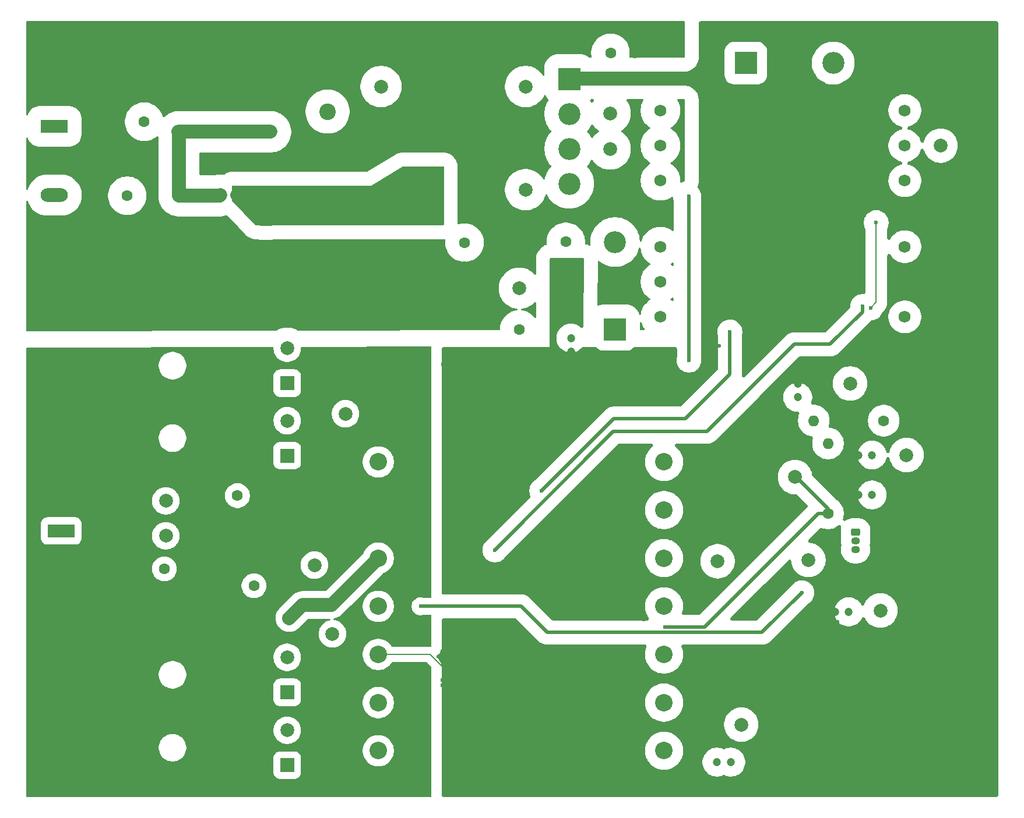
<source format=gtl>
G04 #@! TF.GenerationSoftware,KiCad,Pcbnew,9.0.1*
G04 #@! TF.CreationDate,2025-07-18T15:32:59+03:00*
G04 #@! TF.ProjectId,AC-DC G__ kayna__,41432d44-4320-447f-9ce7-206b61796e61,rev?*
G04 #@! TF.SameCoordinates,Original*
G04 #@! TF.FileFunction,Copper,L1,Top*
G04 #@! TF.FilePolarity,Positive*
%FSLAX46Y46*%
G04 Gerber Fmt 4.6, Leading zero omitted, Abs format (unit mm)*
G04 Created by KiCad (PCBNEW 9.0.1) date 2025-07-18 15:32:59*
%MOMM*%
%LPD*%
G01*
G04 APERTURE LIST*
G04 Aperture macros list*
%AMRoundRect*
0 Rectangle with rounded corners*
0 $1 Rounding radius*
0 $2 $3 $4 $5 $6 $7 $8 $9 X,Y pos of 4 corners*
0 Add a 4 corners polygon primitive as box body*
4,1,4,$2,$3,$4,$5,$6,$7,$8,$9,$2,$3,0*
0 Add four circle primitives for the rounded corners*
1,1,$1+$1,$2,$3*
1,1,$1+$1,$4,$5*
1,1,$1+$1,$6,$7*
1,1,$1+$1,$8,$9*
0 Add four rect primitives between the rounded corners*
20,1,$1+$1,$2,$3,$4,$5,0*
20,1,$1+$1,$4,$5,$6,$7,0*
20,1,$1+$1,$6,$7,$8,$9,0*
20,1,$1+$1,$8,$9,$2,$3,0*%
G04 Aperture macros list end*
G04 #@! TA.AperFunction,ComponentPad*
%ADD10C,1.600000*%
G04 #@! TD*
G04 #@! TA.AperFunction,ComponentPad*
%ADD11O,1.600000X1.600000*%
G04 #@! TD*
G04 #@! TA.AperFunction,ComponentPad*
%ADD12C,2.000000*%
G04 #@! TD*
G04 #@! TA.AperFunction,ComponentPad*
%ADD13R,2.000000X2.000000*%
G04 #@! TD*
G04 #@! TA.AperFunction,ComponentPad*
%ADD14R,3.200000X3.200000*%
G04 #@! TD*
G04 #@! TA.AperFunction,ComponentPad*
%ADD15C,3.200000*%
G04 #@! TD*
G04 #@! TA.AperFunction,ComponentPad*
%ADD16O,3.200000X3.200000*%
G04 #@! TD*
G04 #@! TA.AperFunction,ComponentPad*
%ADD17C,1.200000*%
G04 #@! TD*
G04 #@! TA.AperFunction,ComponentPad*
%ADD18O,1.300000X1.050000*%
G04 #@! TD*
G04 #@! TA.AperFunction,ComponentPad*
%ADD19RoundRect,0.249900X-0.400100X0.275100X-0.400100X-0.275100X0.400100X-0.275100X0.400100X0.275100X0*%
G04 #@! TD*
G04 #@! TA.AperFunction,ComponentPad*
%ADD20C,2.400000*%
G04 #@! TD*
G04 #@! TA.AperFunction,ComponentPad*
%ADD21R,1.600000X1.600000*%
G04 #@! TD*
G04 #@! TA.AperFunction,ComponentPad*
%ADD22C,1.752600*%
G04 #@! TD*
G04 #@! TA.AperFunction,ComponentPad*
%ADD23R,3.960000X1.980000*%
G04 #@! TD*
G04 #@! TA.AperFunction,ComponentPad*
%ADD24O,3.960000X1.980000*%
G04 #@! TD*
G04 #@! TA.AperFunction,ComponentPad*
%ADD25C,2.540000*%
G04 #@! TD*
G04 #@! TA.AperFunction,ViaPad*
%ADD26C,0.600000*%
G04 #@! TD*
G04 #@! TA.AperFunction,Conductor*
%ADD27C,0.203200*%
G04 #@! TD*
G04 #@! TA.AperFunction,Conductor*
%ADD28C,2.000000*%
G04 #@! TD*
G04 #@! TA.AperFunction,Conductor*
%ADD29C,0.500000*%
G04 #@! TD*
G04 #@! TA.AperFunction,Conductor*
%ADD30C,1.000000*%
G04 #@! TD*
G04 APERTURE END LIST*
D10*
G04 #@! TO.P,R3,1*
G04 #@! TO.N,Net-(F1-Pad2)*
X97600000Y-69000000D03*
D11*
G04 #@! TO.P,R3,2*
G04 #@! TO.N,Net-(CY9-Pad1)*
X97600000Y-81700000D03*
G04 #@! TD*
D12*
G04 #@! TO.P,VCC,1,1*
G04 #@! TO.N,Net-(U5-VCC)*
X173800000Y-119200000D03*
G04 #@! TD*
D13*
G04 #@! TO.P,D28,1,K*
G04 #@! TO.N,Net-(D17-K)*
X100035000Y-105540000D03*
D12*
G04 #@! TO.P,D28,2,A*
G04 #@! TO.N,Net-(D17-A)*
X100035000Y-100460000D03*
G04 #@! TD*
D14*
G04 #@! TO.P,D1,1,-*
G04 #@! TO.N,GNDREF*
X141000000Y-61300000D03*
D15*
G04 #@! TO.P,D1,2*
G04 #@! TO.N,Filtreli N*
X141000000Y-66380000D03*
G04 #@! TO.P,D1,3*
G04 #@! TO.N,Filtreli L*
X141000000Y-71460000D03*
G04 #@! TO.P,D1,4,+*
G04 #@! TO.N,Vrect*
X141000000Y-76540000D03*
G04 #@! TD*
D10*
G04 #@! TO.P,C35,1*
G04 #@! TO.N,GND*
X123250000Y-96250000D03*
G04 #@! TO.P,C35,2*
G04 #@! TO.N,GNDREF*
X123250000Y-101250000D03*
G04 #@! TD*
D12*
G04 #@! TO.P,L1,1,1*
G04 #@! TO.N,Net-(CY9-Pad1)*
X113650000Y-77400000D03*
G04 #@! TO.P,L1,2,2*
G04 #@! TO.N,Filtreli L*
X134650000Y-77400000D03*
G04 #@! TO.P,L1,3,3*
G04 #@! TO.N,Filtreli N*
X134650000Y-62400000D03*
G04 #@! TO.P,L1,4,4*
G04 #@! TO.N,N*
X113650000Y-62400000D03*
G04 #@! TD*
D13*
G04 #@! TO.P,D18,1,K*
G04 #@! TO.N,Net-(D17-K)*
X100035000Y-161095000D03*
D12*
G04 #@! TO.P,D18,2,A*
G04 #@! TO.N,Net-(D18-A)*
X100035000Y-156015000D03*
G04 #@! TD*
D14*
G04 #@! TO.P,D22,1,K*
G04 #@! TO.N,+400V*
X147650000Y-97730000D03*
D16*
G04 #@! TO.P,D22,2,A*
G04 #@! TO.N,Vrect*
X147650000Y-85030000D03*
G04 #@! TD*
D10*
G04 #@! TO.P,CY1,1*
G04 #@! TO.N,GND*
X125800000Y-88600000D03*
G04 #@! TO.P,CY1,2*
G04 #@! TO.N,Filtreli L*
X125800000Y-85100000D03*
G04 #@! TD*
D17*
G04 #@! TO.P,C25,1*
G04 #@! TO.N,Vaux*
X185000000Y-121800000D03*
G04 #@! TO.P,C25,2*
G04 #@! TO.N,GNDREF*
X183000000Y-121800000D03*
G04 #@! TD*
D10*
G04 #@! TO.P,C15,1*
G04 #@! TO.N,Net-(D17-K)*
X92800000Y-121900000D03*
G04 #@! TO.P,C15,2*
G04 #@! TO.N,Torpak*
X92800000Y-126900000D03*
G04 #@! TD*
D13*
G04 #@! TO.P,D29,1,K*
G04 #@! TO.N,Net-(D17-K)*
X100035000Y-150495000D03*
D12*
G04 #@! TO.P,D29,2,A*
G04 #@! TO.N,Net-(D18-A)*
X100035000Y-145415000D03*
G04 #@! TD*
D10*
G04 #@! TO.P,C34,1*
G04 #@! TO.N,+400V*
X133750000Y-97750000D03*
G04 #@! TO.P,C34,2*
G04 #@! TO.N,GNDREF*
X133750000Y-101250000D03*
G04 #@! TD*
G04 #@! TO.P,F1,1*
G04 #@! TO.N,L*
X76800000Y-78300000D03*
G04 #@! TO.P,F1,2*
G04 #@! TO.N,Net-(F1-Pad2)*
X84300000Y-78300000D03*
G04 #@! TD*
D13*
G04 #@! TO.P,D17,1,K*
G04 #@! TO.N,Net-(D17-K)*
X100035000Y-116080000D03*
D12*
G04 #@! TO.P,D17,2,A*
G04 #@! TO.N,Net-(D17-A)*
X100035000Y-111000000D03*
G04 #@! TD*
D18*
G04 #@! TO.P,Q1,1,C*
G04 #@! TO.N,Vs*
X182600000Y-129740000D03*
G04 #@! TO.P,Q1,2,B*
G04 #@! TO.N,Net-(D11-K)*
X182600000Y-128470000D03*
D19*
G04 #@! TO.P,Q1,3,E*
G04 #@! TO.N,Net-(Q1-E)*
X182600000Y-127200000D03*
G04 #@! TD*
D10*
G04 #@! TO.P,C14,1*
G04 #@! TO.N,Net-(D17-K)*
X95200000Y-135000000D03*
G04 #@! TO.P,C14,2*
G04 #@! TO.N,Torpak*
X90200000Y-135000000D03*
G04 #@! TD*
G04 #@! TO.P,C26,1*
G04 #@! TO.N,+24V*
X82200000Y-132535000D03*
G04 #@! TO.P,C26,2*
G04 #@! TO.N,Torpak*
X82200000Y-137535000D03*
G04 #@! TD*
D17*
G04 #@! TO.P,C31,1*
G04 #@! TO.N,Net-(D9-K)*
X162465000Y-160655000D03*
G04 #@! TO.P,C31,2*
G04 #@! TO.N,Torpak*
X164465000Y-160655000D03*
G04 #@! TD*
D10*
G04 #@! TO.P,C11,1*
G04 #@! TO.N,Vrect*
X140500000Y-85000000D03*
G04 #@! TO.P,C11,2*
G04 #@! TO.N,GNDREF*
X140500000Y-88500000D03*
G04 #@! TD*
G04 #@! TO.P,RV1,1*
G04 #@! TO.N,N*
X79250000Y-67533330D03*
G04 #@! TO.P,RV1,2*
G04 #@! TO.N,Net-(F1-Pad2)*
X84250000Y-69000000D03*
G04 #@! TD*
D17*
G04 #@! TO.P,C47,1*
G04 #@! TO.N,Vaux*
X185000000Y-116000000D03*
G04 #@! TO.P,C47,2*
G04 #@! TO.N,GNDREF*
X183000000Y-116000000D03*
G04 #@! TD*
D12*
G04 #@! TO.P,TP8,1,1*
G04 #@! TO.N,Vaux*
X190000000Y-116000000D03*
G04 #@! TD*
D20*
G04 #@! TO.P,CY9,1*
G04 #@! TO.N,Net-(CY9-Pad1)*
X105900000Y-81050000D03*
G04 #@! TO.P,CY9,2*
G04 #@! TO.N,N*
X105900000Y-66050000D03*
G04 #@! TD*
D12*
G04 #@! TO.P,TP3,1,1*
G04 #@! TO.N,ZCD*
X194950000Y-71000000D03*
G04 #@! TD*
G04 #@! TO.P,VCC,1,1*
G04 #@! TO.N,Net-(U2-VCC)*
X181800000Y-105600000D03*
G04 #@! TD*
D14*
G04 #@! TO.P,D23,1,K*
G04 #@! TO.N,+400V*
X166650000Y-59000000D03*
D16*
G04 #@! TO.P,D23,2,A*
G04 #@! TO.N,FET+*
X179350000Y-59000000D03*
G04 #@! TD*
D12*
G04 #@! TO.P,400V,1,1*
G04 #@! TO.N,+400V*
X133750000Y-91750000D03*
G04 #@! TD*
D21*
G04 #@! TO.P,TH1,1*
G04 #@! TO.N,Net-(CY9-Pad1)*
X92800000Y-78200000D03*
D10*
G04 #@! TO.P,TH1,2*
G04 #@! TO.N,Net-(F1-Pad2)*
X90300000Y-78200000D03*
G04 #@! TD*
D22*
G04 #@! TO.P,L3,1,1*
G04 #@! TO.N,+400V*
X154250000Y-95900000D03*
G04 #@! TO.P,L3,2,2*
X154250000Y-90799990D03*
G04 #@! TO.P,L3,3*
G04 #@! TO.N,N/C*
X154250000Y-85699996D03*
G04 #@! TO.P,L3,4*
G04 #@! TO.N,Vrect*
X154250000Y-76099994D03*
G04 #@! TO.P,L3,5*
X154250000Y-71000000D03*
G04 #@! TO.P,L3,6*
G04 #@! TO.N,N/C*
X154250000Y-65899990D03*
G04 #@! TO.P,L3,7*
X189750005Y-95900000D03*
G04 #@! TO.P,L3,8*
G04 #@! TO.N,GNDREF*
X189750005Y-90799990D03*
G04 #@! TO.P,L3,9*
G04 #@! TO.N,N/C*
X189750005Y-85699996D03*
G04 #@! TO.P,L3,10*
X189750005Y-76099994D03*
G04 #@! TO.P,L3,11*
X189750005Y-71000000D03*
G04 #@! TO.P,L3,12*
G04 #@! TO.N,ZCD*
X189750005Y-65899990D03*
G04 #@! TD*
D12*
G04 #@! TO.P,+12V,1,1*
G04 #@! TO.N,Net-(D18-A)*
X100330000Y-139700000D03*
G04 #@! TD*
D23*
G04 #@! TO.P,J2,1,Pin_1*
G04 #@! TO.N,+24V*
X67200000Y-127035000D03*
D24*
G04 #@! TO.P,J2,2,Pin_2*
G04 #@! TO.N,Torpak*
X67200000Y-132035000D03*
G04 #@! TD*
D23*
G04 #@! TO.P,J1,1,Pin_1*
G04 #@! TO.N,N*
X66200000Y-68200000D03*
D24*
G04 #@! TO.P,J1,2,Pin_2*
G04 #@! TO.N,GND*
X66200000Y-73200000D03*
G04 #@! TO.P,J1,3,Pin_3*
G04 #@! TO.N,L*
X66200000Y-78200000D03*
G04 #@! TD*
D12*
G04 #@! TO.P,HVG,1,1*
G04 #@! TO.N,Net-(D3-K)*
X175750000Y-131250000D03*
G04 #@! TD*
D25*
G04 #@! TO.P,T2,1,IN+*
G04 #@! TO.N,1P+*
X154762500Y-117000000D03*
G04 #@! TO.P,T2,2*
G04 #@! TO.N,N/C*
X154762500Y-124000000D03*
G04 #@! TO.P,T2,3,IN-*
G04 #@! TO.N,1P-*
X154762500Y-131000000D03*
G04 #@! TO.P,T2,4*
G04 #@! TO.N,N/C*
X154762500Y-138000000D03*
G04 #@! TO.P,T2,5*
X154762500Y-145000000D03*
G04 #@! TO.P,T2,6*
X154762500Y-152000000D03*
G04 #@! TO.P,T2,7*
X154762500Y-159000000D03*
G04 #@! TO.P,T2,8*
X113262500Y-159000000D03*
G04 #@! TO.P,T2,9*
X113262500Y-152000000D03*
G04 #@! TO.P,T2,10,OUT2B*
G04 #@! TO.N,GNDREF*
X113262500Y-145000000D03*
G04 #@! TO.P,T2,11,OUT2A*
G04 #@! TO.N,Net-(D15-A)*
X113262500Y-138000000D03*
G04 #@! TO.P,T2,12,OUT1B*
G04 #@! TO.N,Net-(D18-A)*
X113262500Y-131000000D03*
G04 #@! TO.P,T2,13,PM*
G04 #@! TO.N,Torpak*
X113262500Y-124000000D03*
G04 #@! TO.P,T2,14,OUT1A*
G04 #@! TO.N,Net-(D17-A)*
X113262500Y-117000000D03*
G04 #@! TD*
D12*
G04 #@! TO.P,L,1,1*
G04 #@! TO.N,Filtreli L*
X146950000Y-71500000D03*
G04 #@! TD*
G04 #@! TO.P,VAUX,1,1*
G04 #@! TO.N,Vs*
X186200000Y-138600000D03*
G04 #@! TD*
G04 #@! TO.P,N,1,1*
G04 #@! TO.N,Filtreli N*
X146950000Y-66300000D03*
G04 #@! TD*
D17*
G04 #@! TO.P,C33,1*
G04 #@! TO.N,+400V*
X141250000Y-99000000D03*
G04 #@! TO.P,C33,2*
G04 #@! TO.N,GNDREF*
X141250000Y-101000000D03*
G04 #@! TD*
D12*
G04 #@! TO.P,L2,1,1*
G04 #@! TO.N,Net-(D17-K)*
X82400000Y-122660000D03*
G04 #@! TO.P,L2,2,2*
G04 #@! TO.N,+24V*
X82400000Y-127740000D03*
G04 #@! TD*
G04 #@! TO.P,Opto+,1,1*
G04 #@! TO.N,OPTO+*
X166000000Y-155200000D03*
G04 #@! TD*
G04 #@! TO.P,+12V,1,1*
G04 #@! TO.N,Net-(D17-A)*
X108500000Y-110000000D03*
G04 #@! TD*
G04 #@! TO.P,TP4,1,1*
G04 #@! TO.N,GNDREF*
X195000000Y-85000000D03*
G04 #@! TD*
D10*
G04 #@! TO.P,R2,1*
G04 #@! TO.N,Net-(U5-VCC)*
X178600000Y-124480000D03*
D11*
G04 #@! TO.P,R2,2*
G04 #@! TO.N,Vaux*
X178600000Y-114320000D03*
G04 #@! TD*
D10*
G04 #@! TO.P,CY2,1*
G04 #@! TO.N,Filtreli N*
X147000000Y-57500000D03*
G04 #@! TO.P,CY2,2*
G04 #@! TO.N,GND*
X150500000Y-57500000D03*
G04 #@! TD*
G04 #@! TO.P,R72,1*
G04 #@! TO.N,Vaux*
X186680000Y-111000000D03*
D11*
G04 #@! TO.P,R72,2*
G04 #@! TO.N,Net-(U2-VCC)*
X176520000Y-111000000D03*
G04 #@! TD*
D17*
G04 #@! TO.P,C51,1*
G04 #@! TO.N,Vs*
X181600000Y-138800000D03*
G04 #@! TO.P,C51,2*
G04 #@! TO.N,GNDREF*
X179600000Y-138800000D03*
G04 #@! TD*
D12*
G04 #@! TO.P,LVG,1,1*
G04 #@! TO.N,Net-(D2-K)*
X162560000Y-131445000D03*
G04 #@! TD*
D17*
G04 #@! TO.P,C43,1*
G04 #@! TO.N,Net-(U2-VCC)*
X174200000Y-107600000D03*
G04 #@! TO.P,C43,2*
G04 #@! TO.N,GNDREF*
X174200000Y-105600000D03*
G04 #@! TD*
D12*
G04 #@! TO.P,TP13,1,1*
G04 #@! TO.N,Net-(D17-K)*
X104000000Y-132000000D03*
G04 #@! TD*
G04 #@! TO.P,TP12,1,1*
G04 #@! TO.N,Net-(U1-REF)*
X106600000Y-142000000D03*
G04 #@! TD*
D26*
G04 #@! TO.N,Torpak*
X90250000Y-133250000D03*
X120000000Y-148250000D03*
X69250000Y-133750000D03*
X115250000Y-122750000D03*
X68500000Y-133750000D03*
X83750000Y-137750000D03*
X82750000Y-139000000D03*
X91500000Y-134250000D03*
X120250000Y-152000000D03*
X107000000Y-154750000D03*
X113750000Y-121750000D03*
X91000000Y-133500000D03*
X66250000Y-133750000D03*
X112750000Y-121750000D03*
X111750000Y-122250000D03*
X67000000Y-133750000D03*
X65500000Y-133750000D03*
X108972000Y-145208000D03*
X114500000Y-125750000D03*
X111250000Y-123250000D03*
X91500000Y-135750000D03*
X120250000Y-152750000D03*
X80750000Y-136750000D03*
X120250000Y-155000000D03*
X120250000Y-153500000D03*
X107000000Y-152500000D03*
X120250000Y-142500000D03*
X91750000Y-135000000D03*
X115500000Y-123750000D03*
X91192000Y-158797000D03*
X91500000Y-138000000D03*
X107000000Y-153250000D03*
X80500000Y-137500000D03*
X71750000Y-158000000D03*
X88250000Y-134750000D03*
X83500000Y-138500000D03*
X119500000Y-142500000D03*
X120250000Y-154250000D03*
X67750000Y-133750000D03*
X82000000Y-139000000D03*
X89500000Y-133500000D03*
X113500000Y-126000000D03*
X115250000Y-124750000D03*
X88750000Y-134000000D03*
X111250000Y-124500000D03*
X91192000Y-148637000D03*
X91500000Y-139500000D03*
X91500000Y-138750000D03*
X107000000Y-154000000D03*
X111750000Y-125500000D03*
X80750000Y-138250000D03*
X119250000Y-148250000D03*
X114500000Y-122000000D03*
X112500000Y-126000000D03*
X81250000Y-138750000D03*
X120250000Y-151250000D03*
G04 #@! TO.N,GNDREF*
X193750000Y-131950000D03*
X123000000Y-150650000D03*
X178450000Y-138700000D03*
X181700000Y-115600000D03*
X160950000Y-62900000D03*
X140100000Y-102950000D03*
X163200000Y-59900000D03*
X134050000Y-102900000D03*
X137950000Y-131850000D03*
X191050000Y-91550000D03*
X172000000Y-82050000D03*
X186200000Y-104850000D03*
X174250000Y-82050000D03*
X192250000Y-133450000D03*
X139650000Y-154000000D03*
X178450000Y-139450000D03*
X139833000Y-90217000D03*
X143100000Y-102950000D03*
X139450000Y-131850000D03*
X193750000Y-130450000D03*
X189450000Y-104900000D03*
X179600000Y-88550000D03*
X166550000Y-87500000D03*
X193000000Y-130450000D03*
X179600000Y-89300000D03*
X140400000Y-154000000D03*
X178000000Y-82050000D03*
X196250000Y-85800000D03*
X189700000Y-92350000D03*
X165050000Y-90600000D03*
X190750000Y-133450000D03*
X166100000Y-111500000D03*
X182378000Y-91614000D03*
X182000000Y-117050000D03*
X186200000Y-105600000D03*
X189000000Y-89450000D03*
X122800000Y-142700000D03*
X123400000Y-102800000D03*
X132086000Y-144700000D03*
X142246000Y-89201000D03*
X126750000Y-158650000D03*
X145250000Y-148250000D03*
X132550000Y-102900000D03*
X190750000Y-130450000D03*
X123300000Y-155050000D03*
X161700000Y-62900000D03*
X175100000Y-104350000D03*
X193750000Y-130450000D03*
X163200000Y-61400000D03*
X155200000Y-105076000D03*
X140850000Y-102950000D03*
X160200000Y-62900000D03*
X193000000Y-133450000D03*
X193450000Y-85000000D03*
X142250000Y-123450000D03*
X179500000Y-82050000D03*
X122550000Y-148700000D03*
X126750000Y-157150000D03*
X145250000Y-146750000D03*
X163200000Y-59900000D03*
X188450000Y-91500000D03*
X191500000Y-130450000D03*
X173600000Y-104350000D03*
X189750000Y-89200000D03*
X169000000Y-82050000D03*
X166550000Y-89750000D03*
X122550000Y-149450000D03*
X165050000Y-89750000D03*
X193700000Y-84250000D03*
X188250000Y-90750000D03*
X191300000Y-90750000D03*
X123300000Y-154300000D03*
X178450000Y-140250000D03*
X163200000Y-62900000D03*
X139350000Y-102950000D03*
X188500000Y-90000000D03*
X195750000Y-83700000D03*
X124900000Y-102800000D03*
X180400000Y-91150000D03*
X141600000Y-102950000D03*
X140450000Y-153150000D03*
X181750000Y-121350000D03*
X181750000Y-122100000D03*
X146056000Y-128698000D03*
X173500000Y-82050000D03*
X178750000Y-82050000D03*
X195700000Y-86350000D03*
X182200000Y-122700000D03*
X166376000Y-99996000D03*
X167600000Y-110350000D03*
X148342000Y-134540000D03*
X141950000Y-148250000D03*
X180400000Y-91900000D03*
X160200000Y-59900000D03*
X187700000Y-128950000D03*
X136500000Y-132950000D03*
X193650000Y-85750000D03*
X182600000Y-117650000D03*
X133300000Y-102900000D03*
X166850000Y-111500000D03*
X178850000Y-107850000D03*
X163200000Y-62900000D03*
X176409000Y-93773000D03*
X194200000Y-83700000D03*
X162450000Y-62900000D03*
X126150000Y-133650000D03*
X191500000Y-133450000D03*
X188950000Y-92050000D03*
X194900000Y-86600000D03*
X122800000Y-141950000D03*
X182150000Y-120750000D03*
X127650000Y-133650000D03*
X166550000Y-89000000D03*
X161700000Y-59900000D03*
X179200000Y-140250000D03*
X155454000Y-101774000D03*
X140450000Y-152400000D03*
X135750000Y-132950000D03*
X168250000Y-82050000D03*
X122800000Y-147800000D03*
X141357000Y-90344000D03*
X175750000Y-82050000D03*
X141865000Y-89836000D03*
X162450000Y-59900000D03*
X172750000Y-82050000D03*
X142250000Y-122700000D03*
X124150000Y-102800000D03*
X190500000Y-89500000D03*
X179950000Y-140250000D03*
X193750000Y-133450000D03*
X170186000Y-93900000D03*
X171250000Y-82050000D03*
X141950000Y-146750000D03*
X163200000Y-60650000D03*
X141950000Y-147500000D03*
X128276000Y-135048000D03*
X191100000Y-90000000D03*
X167600000Y-111500000D03*
X125650000Y-102800000D03*
X166550000Y-88250000D03*
X180400000Y-90400000D03*
X168350000Y-110350000D03*
X196300000Y-84250000D03*
X174350000Y-104350000D03*
X169750000Y-82050000D03*
X135550000Y-102900000D03*
X194950000Y-83450000D03*
X175000000Y-82050000D03*
X138700000Y-131850000D03*
X190000000Y-133450000D03*
X160950000Y-59900000D03*
X167646000Y-99996000D03*
X190500000Y-92100000D03*
X170500000Y-82050000D03*
X139198000Y-89836000D03*
X187700000Y-128200000D03*
X131500000Y-113750000D03*
X126900000Y-133650000D03*
X165050000Y-91350000D03*
X162820000Y-100123000D03*
X128276000Y-134286000D03*
X153168000Y-103552000D03*
X142350000Y-102950000D03*
X145250000Y-147500000D03*
X178450000Y-137950000D03*
X196500000Y-85000000D03*
X163200000Y-59900000D03*
X169150000Y-110350000D03*
X130943000Y-152828000D03*
X190000000Y-130450000D03*
X137250000Y-132950000D03*
X187700000Y-129700000D03*
X122650000Y-102800000D03*
X131800000Y-102900000D03*
X160200000Y-62900000D03*
X140595000Y-90598000D03*
X160200000Y-59900000D03*
X189450000Y-105650000D03*
X181700000Y-116350000D03*
X193750000Y-131200000D03*
X193750000Y-132700000D03*
X161550000Y-99742000D03*
X165800000Y-89750000D03*
X138900000Y-154000000D03*
X194150000Y-86300000D03*
X178850000Y-108600000D03*
X126400000Y-102800000D03*
X126750000Y-157900000D03*
X192250000Y-130450000D03*
X165350000Y-111500000D03*
X177250000Y-82050000D03*
X138563000Y-89328000D03*
X144532000Y-133016000D03*
X163200000Y-62150000D03*
X151898000Y-139874000D03*
X176500000Y-82050000D03*
X122800000Y-147050000D03*
X151644000Y-126158000D03*
X134800000Y-102900000D03*
X123000000Y-151400000D03*
X152406000Y-101774000D03*
G04 #@! TO.N,GND*
X121550000Y-94750000D03*
X70650000Y-74050000D03*
X125050000Y-97150000D03*
X121550000Y-96350000D03*
X69800000Y-72450000D03*
X126650000Y-90400000D03*
X70650000Y-72450000D03*
X124050000Y-88800000D03*
X121550000Y-96350000D03*
X124050000Y-90400000D03*
X127550000Y-89600000D03*
X127550000Y-88000000D03*
X124050000Y-88000000D03*
X68900000Y-74050000D03*
X124050000Y-89600000D03*
X68900000Y-72450000D03*
X125050000Y-95550000D03*
X121550000Y-97150000D03*
X124900000Y-90400000D03*
X123300000Y-94750000D03*
X127550000Y-88800000D03*
X86500000Y-93250000D03*
X69800000Y-73250000D03*
X125050000Y-96350000D03*
X70650000Y-73250000D03*
X125800000Y-90400000D03*
X121550000Y-95550000D03*
X125050000Y-94750000D03*
X127550000Y-88800000D03*
X125050000Y-96350000D03*
X122450000Y-94750000D03*
X127550000Y-90400000D03*
X68900000Y-73250000D03*
X124050000Y-88800000D03*
X69800000Y-74050000D03*
X124200000Y-94750000D03*
G04 #@! TO.N,ZCD*
X184800000Y-94600000D03*
X185600000Y-82200000D03*
G04 #@! TO.N,PWM-Latch*
X183600000Y-94400000D03*
X130200000Y-129800000D03*
G04 #@! TO.N,Vrect*
X158400000Y-102200000D03*
X158400000Y-78400000D03*
G04 #@! TO.N,Net-(D15-A)*
X119400000Y-138000000D03*
X174800000Y-136000000D03*
G04 #@! TO.N,Net-(U5-VCC)*
X154940000Y-140970000D03*
G04 #@! TO.N,LINE*
X164344000Y-98100000D03*
X137000000Y-121200000D03*
G04 #@! TD*
D27*
G04 #@! TO.N,Torpak*
X120000000Y-154750000D02*
X120250000Y-155000000D01*
X107000000Y-154750000D02*
X120000000Y-154750000D01*
G04 #@! TO.N,GNDREF*
X113262500Y-145000000D02*
X120750000Y-145000000D01*
D28*
X141050000Y-61250000D02*
X161750000Y-61250000D01*
D27*
X120750000Y-145000000D02*
X122800000Y-147050000D01*
D28*
X141000000Y-61300000D02*
X141050000Y-61250000D01*
G04 #@! TO.N,Net-(F1-Pad2)*
X84250000Y-69000000D02*
X97600000Y-69000000D01*
X84300000Y-78300000D02*
X84300000Y-69050000D01*
X84300000Y-78300000D02*
X90200000Y-78300000D01*
X90200000Y-78300000D02*
X90300000Y-78200000D01*
X84300000Y-69050000D02*
X84250000Y-69000000D01*
G04 #@! TO.N,Net-(D18-A)*
X102235000Y-137795000D02*
X100330000Y-139700000D01*
X106467500Y-137795000D02*
X102235000Y-137795000D01*
X113262500Y-131000000D02*
X106467500Y-137795000D01*
D27*
G04 #@! TO.N,ZCD*
X185600000Y-93800000D02*
X185600000Y-82200000D01*
X184800000Y-94600000D02*
X185600000Y-93800000D01*
D29*
G04 #@! TO.N,PWM-Latch*
X173700000Y-99900000D02*
X178900000Y-99900000D01*
X130200000Y-129800000D02*
X147400000Y-112600000D01*
X161000000Y-112600000D02*
X173700000Y-99900000D01*
X178900000Y-99900000D02*
X183600000Y-95200000D01*
X147400000Y-112600000D02*
X161000000Y-112600000D01*
X183600000Y-95200000D02*
X183600000Y-94400000D01*
G04 #@! TO.N,Vrect*
X158400000Y-78400000D02*
X158400000Y-102200000D01*
D28*
G04 #@! TO.N,Net-(CY9-Pad1)*
X96300000Y-81700000D02*
X97600000Y-81700000D01*
X92800000Y-78200000D02*
X96300000Y-81700000D01*
D29*
G04 #@! TO.N,Net-(D15-A)*
X174800000Y-136000000D02*
X169000000Y-141800000D01*
X137800000Y-141800000D02*
X134000000Y-138000000D01*
X134000000Y-138000000D02*
X119400000Y-138000000D01*
X169000000Y-141800000D02*
X137800000Y-141800000D01*
G04 #@! TO.N,Net-(U5-VCC)*
X178600000Y-124480000D02*
X177145000Y-124480000D01*
X173800000Y-119680000D02*
X174480000Y-119680000D01*
X177145000Y-124480000D02*
X167005000Y-134620000D01*
X178600000Y-123800000D02*
X178600000Y-124480000D01*
X167005000Y-134620000D02*
X160655000Y-140970000D01*
D30*
X173800000Y-119200000D02*
X173800000Y-119680000D01*
D29*
X160655000Y-140970000D02*
X154940000Y-140970000D01*
X174480000Y-119680000D02*
X178600000Y-123800000D01*
G04 #@! TO.N,LINE*
X164344000Y-104256000D02*
X164344000Y-98100000D01*
X137000000Y-121200000D02*
X147500000Y-110700000D01*
X157900000Y-110700000D02*
X164344000Y-104256000D01*
X147500000Y-110700000D02*
X157900000Y-110700000D01*
G04 #@! TD*
G04 #@! TA.AperFunction,Conductor*
G04 #@! TO.N,GNDREF*
G36*
X140349217Y-87300500D02*
G01*
X140650783Y-87300500D01*
X140684964Y-87296000D01*
X142883844Y-87296000D01*
X142979132Y-87314954D01*
X143059914Y-87368930D01*
X143113890Y-87449712D01*
X143132844Y-87545000D01*
X143132835Y-87547146D01*
X143049355Y-97230783D01*
X143029580Y-97325905D01*
X142974909Y-97406218D01*
X142893666Y-97459496D01*
X142798218Y-97477628D01*
X142703096Y-97457853D01*
X142645086Y-97421433D01*
X142644395Y-97422335D01*
X142637930Y-97417374D01*
X142637928Y-97417372D01*
X142419479Y-97249751D01*
X142419469Y-97249745D01*
X142419469Y-97249744D01*
X142181029Y-97112081D01*
X142181025Y-97112079D01*
X142181021Y-97112077D01*
X141926632Y-97006705D01*
X141926633Y-97006705D01*
X141926630Y-97006704D01*
X141811460Y-96975845D01*
X141660666Y-96935440D01*
X141660661Y-96935439D01*
X141660662Y-96935439D01*
X141387674Y-96899500D01*
X141112326Y-96899500D01*
X140839338Y-96935439D01*
X140573370Y-97006704D01*
X140573369Y-97006704D01*
X140399650Y-97078661D01*
X140318979Y-97112077D01*
X140318977Y-97112077D01*
X140318970Y-97112081D01*
X140080530Y-97249744D01*
X140080530Y-97249745D01*
X140080525Y-97249748D01*
X140080521Y-97249751D01*
X139981275Y-97325905D01*
X139862069Y-97417374D01*
X139667374Y-97612069D01*
X139667372Y-97612072D01*
X139499751Y-97830521D01*
X139499748Y-97830525D01*
X139499745Y-97830530D01*
X139499744Y-97830530D01*
X139362081Y-98068970D01*
X139256704Y-98323369D01*
X139256704Y-98323370D01*
X139185440Y-98589334D01*
X139149500Y-98862326D01*
X139149500Y-99137674D01*
X139185440Y-99410666D01*
X139256705Y-99676632D01*
X139362077Y-99931021D01*
X139362079Y-99931025D01*
X139362081Y-99931029D01*
X139499745Y-100169469D01*
X139499751Y-100169479D01*
X139667372Y-100387928D01*
X139862072Y-100582628D01*
X140080521Y-100750249D01*
X140080530Y-100750254D01*
X140080530Y-100750255D01*
X140318970Y-100887918D01*
X140318979Y-100887923D01*
X140573368Y-100993295D01*
X140839334Y-101064560D01*
X141112326Y-101100500D01*
X141387674Y-101100500D01*
X141660666Y-101064560D01*
X141926632Y-100993295D01*
X142181021Y-100887923D01*
X142419479Y-100750249D01*
X142637928Y-100582628D01*
X142832628Y-100387928D01*
X142832634Y-100387918D01*
X142835341Y-100384834D01*
X142836979Y-100383576D01*
X142838392Y-100382164D01*
X142838577Y-100382349D01*
X142841896Y-100379802D01*
X142846489Y-100372930D01*
X142880224Y-100350388D01*
X142912415Y-100325685D01*
X142920400Y-100323544D01*
X142927271Y-100318954D01*
X142967060Y-100311039D01*
X143006258Y-100300534D01*
X143022559Y-100300000D01*
X143022897Y-100300000D01*
X143008000Y-102028000D01*
X138182000Y-101901000D01*
X138182000Y-87545000D01*
X138200954Y-87449712D01*
X138254930Y-87368930D01*
X138335712Y-87314954D01*
X138431000Y-87296000D01*
X140315036Y-87296000D01*
X140349217Y-87300500D01*
G37*
G04 #@! TD.AperFunction*
G04 #@! TD*
G04 #@! TA.AperFunction,Conductor*
G04 #@! TO.N,Net-(CY9-Pad1)*
G36*
X122743039Y-74019685D02*
G01*
X122788794Y-74072489D01*
X122800000Y-74124000D01*
X122800000Y-82476000D01*
X122780315Y-82543039D01*
X122727511Y-82588794D01*
X122676000Y-82600000D01*
X95493235Y-82600000D01*
X95426196Y-82580315D01*
X95403335Y-82561405D01*
X92034100Y-79014841D01*
X92002198Y-78952680D01*
X92000000Y-78929436D01*
X92000000Y-76924000D01*
X92019685Y-76856961D01*
X92072489Y-76811206D01*
X92124000Y-76800000D01*
X112200000Y-76800000D01*
X116770299Y-74018079D01*
X116834772Y-74000000D01*
X122676000Y-74000000D01*
X122743039Y-74019685D01*
G37*
G04 #@! TD.AperFunction*
G04 #@! TD*
G04 #@! TA.AperFunction,Conductor*
G04 #@! TO.N,GNDREF*
G36*
X203145788Y-52919454D02*
G01*
X203226570Y-52973430D01*
X203280546Y-53054212D01*
X203299500Y-53149500D01*
X203299500Y-165450500D01*
X203280546Y-165545788D01*
X203226570Y-165626570D01*
X203145788Y-165680546D01*
X203050500Y-165699500D01*
X122755153Y-165699500D01*
X122659865Y-165680546D01*
X122579083Y-165626570D01*
X122525107Y-165545788D01*
X122506153Y-165450500D01*
X122506153Y-158844399D01*
X151992000Y-158844399D01*
X151992000Y-159155600D01*
X152026841Y-159464808D01*
X152096084Y-159768181D01*
X152198855Y-160061886D01*
X152198864Y-160061907D01*
X152333870Y-160342250D01*
X152333877Y-160342263D01*
X152495825Y-160600000D01*
X152499429Y-160605735D01*
X152693444Y-160849022D01*
X152913478Y-161069056D01*
X152913481Y-161069058D01*
X153156765Y-161263071D01*
X153420236Y-161428622D01*
X153420249Y-161428629D01*
X153700592Y-161563635D01*
X153700596Y-161563637D01*
X153700605Y-161563641D01*
X153700610Y-161563642D01*
X153700613Y-161563644D01*
X153749702Y-161580820D01*
X153994319Y-161666416D01*
X154297693Y-161735659D01*
X154490950Y-161757434D01*
X154606899Y-161770499D01*
X154606912Y-161770500D01*
X154918088Y-161770500D01*
X154918100Y-161770499D01*
X155005939Y-161760601D01*
X155227307Y-161735659D01*
X155530681Y-161666416D01*
X155824395Y-161563641D01*
X156104755Y-161428627D01*
X156368235Y-161263071D01*
X156611522Y-161069056D01*
X156831556Y-160849022D01*
X157025571Y-160605735D01*
X157081122Y-160517326D01*
X160364500Y-160517326D01*
X160364500Y-160792674D01*
X160400440Y-161065666D01*
X160471705Y-161331632D01*
X160577077Y-161586021D01*
X160577079Y-161586025D01*
X160577081Y-161586029D01*
X160683586Y-161770500D01*
X160714751Y-161824479D01*
X160882372Y-162042928D01*
X161077072Y-162237628D01*
X161295521Y-162405249D01*
X161295530Y-162405254D01*
X161295530Y-162405255D01*
X161533970Y-162542918D01*
X161533979Y-162542923D01*
X161788368Y-162648295D01*
X162054334Y-162719560D01*
X162327326Y-162755500D01*
X162602674Y-162755500D01*
X162875666Y-162719560D01*
X163141632Y-162648295D01*
X163369715Y-162553819D01*
X163464999Y-162534866D01*
X163560287Y-162553820D01*
X163788368Y-162648295D01*
X164054334Y-162719560D01*
X164327326Y-162755500D01*
X164602674Y-162755500D01*
X164875666Y-162719560D01*
X165141632Y-162648295D01*
X165396021Y-162542923D01*
X165634479Y-162405249D01*
X165852928Y-162237628D01*
X166047628Y-162042928D01*
X166215249Y-161824479D01*
X166246415Y-161770499D01*
X166352918Y-161586029D01*
X166352923Y-161586021D01*
X166458295Y-161331632D01*
X166529560Y-161065666D01*
X166565500Y-160792674D01*
X166565500Y-160517326D01*
X166529560Y-160244334D01*
X166458295Y-159978368D01*
X166352923Y-159723979D01*
X166215249Y-159485521D01*
X166047628Y-159267072D01*
X165852928Y-159072372D01*
X165634479Y-158904751D01*
X165634469Y-158904745D01*
X165634469Y-158904744D01*
X165396029Y-158767081D01*
X165396025Y-158767079D01*
X165396021Y-158767077D01*
X165192509Y-158682779D01*
X165141630Y-158661704D01*
X165026460Y-158630845D01*
X164875666Y-158590440D01*
X164875661Y-158590439D01*
X164875662Y-158590439D01*
X164602674Y-158554500D01*
X164327326Y-158554500D01*
X164054338Y-158590439D01*
X163788370Y-158661704D01*
X163788363Y-158661706D01*
X163560288Y-158756179D01*
X163465000Y-158775133D01*
X163369712Y-158756179D01*
X163141636Y-158661706D01*
X163141629Y-158661704D01*
X163076726Y-158644313D01*
X162875666Y-158590440D01*
X162875661Y-158590439D01*
X162875662Y-158590439D01*
X162602674Y-158554500D01*
X162327326Y-158554500D01*
X162054338Y-158590439D01*
X161788370Y-158661704D01*
X161788369Y-158661704D01*
X161614650Y-158733661D01*
X161533979Y-158767077D01*
X161533977Y-158767077D01*
X161533970Y-158767081D01*
X161295530Y-158904744D01*
X161295530Y-158904745D01*
X161295525Y-158904748D01*
X161295521Y-158904751D01*
X161171515Y-158999904D01*
X161077069Y-159072374D01*
X160882374Y-159267069D01*
X160882372Y-159267072D01*
X160714751Y-159485521D01*
X160714748Y-159485525D01*
X160714745Y-159485530D01*
X160714744Y-159485530D01*
X160577081Y-159723970D01*
X160577077Y-159723977D01*
X160577077Y-159723979D01*
X160558768Y-159768181D01*
X160471704Y-159978369D01*
X160471704Y-159978370D01*
X160449324Y-160061895D01*
X160400440Y-160244334D01*
X160364500Y-160517326D01*
X157081122Y-160517326D01*
X157191127Y-160342255D01*
X157326141Y-160061895D01*
X157428916Y-159768181D01*
X157498159Y-159464807D01*
X157533000Y-159155588D01*
X157533000Y-158844412D01*
X157531443Y-158830595D01*
X157518357Y-158714455D01*
X157498159Y-158535193D01*
X157428916Y-158231819D01*
X157326141Y-157938105D01*
X157191127Y-157657745D01*
X157191125Y-157657743D01*
X157191122Y-157657736D01*
X157025571Y-157394265D01*
X157023717Y-157391940D01*
X156831556Y-157150978D01*
X156611522Y-156930944D01*
X156368235Y-156736929D01*
X156368236Y-156736929D01*
X156368234Y-156736928D01*
X156104763Y-156571377D01*
X156104750Y-156571370D01*
X155824407Y-156436364D01*
X155824386Y-156436355D01*
X155616275Y-156363534D01*
X155530681Y-156333584D01*
X155530683Y-156333584D01*
X155227308Y-156264341D01*
X154918100Y-156229500D01*
X154918088Y-156229500D01*
X154606912Y-156229500D01*
X154606899Y-156229500D01*
X154297691Y-156264341D01*
X153994318Y-156333584D01*
X153700613Y-156436355D01*
X153700592Y-156436364D01*
X153420249Y-156571370D01*
X153420236Y-156571377D01*
X153156765Y-156736928D01*
X152913481Y-156930941D01*
X152913473Y-156930948D01*
X152693448Y-157150973D01*
X152693441Y-157150981D01*
X152499428Y-157394265D01*
X152333877Y-157657736D01*
X152333870Y-157657749D01*
X152198864Y-157938092D01*
X152198855Y-157938113D01*
X152096084Y-158231818D01*
X152026841Y-158535191D01*
X151992000Y-158844399D01*
X122506153Y-158844399D01*
X122506153Y-155059562D01*
X163499500Y-155059562D01*
X163499500Y-155340437D01*
X163530945Y-155619510D01*
X163593440Y-155893318D01*
X163686195Y-156158399D01*
X163686201Y-156158413D01*
X163808056Y-156411447D01*
X163808059Y-156411453D01*
X163957476Y-156649247D01*
X164027400Y-156736929D01*
X164132584Y-156868825D01*
X164331175Y-157067416D01*
X164435962Y-157150981D01*
X164550752Y-157242523D01*
X164788546Y-157391940D01*
X164788551Y-157391942D01*
X164788555Y-157391945D01*
X165041592Y-157513801D01*
X165041597Y-157513802D01*
X165041600Y-157513804D01*
X165085905Y-157529306D01*
X165306682Y-157606560D01*
X165580491Y-157669055D01*
X165754917Y-157688708D01*
X165859562Y-157700499D01*
X165859575Y-157700500D01*
X166140425Y-157700500D01*
X166140437Y-157700499D01*
X166219711Y-157691566D01*
X166419509Y-157669055D01*
X166693318Y-157606560D01*
X166958408Y-157513801D01*
X167211445Y-157391945D01*
X167449248Y-157242523D01*
X167668825Y-157067416D01*
X167867416Y-156868825D01*
X168042523Y-156649248D01*
X168191945Y-156411445D01*
X168313801Y-156158408D01*
X168406560Y-155893318D01*
X168469055Y-155619509D01*
X168500500Y-155340425D01*
X168500500Y-155059575D01*
X168469055Y-154780491D01*
X168406560Y-154506682D01*
X168313801Y-154241592D01*
X168191945Y-153988555D01*
X168191942Y-153988551D01*
X168191940Y-153988546D01*
X168042523Y-153750752D01*
X167867416Y-153531175D01*
X167668825Y-153332584D01*
X167449248Y-153157477D01*
X167449249Y-153157477D01*
X167449247Y-153157476D01*
X167211453Y-153008059D01*
X167211447Y-153008056D01*
X166958413Y-152886201D01*
X166958399Y-152886195D01*
X166770570Y-152820471D01*
X166693318Y-152793440D01*
X166693320Y-152793440D01*
X166419510Y-152730945D01*
X166140437Y-152699500D01*
X166140425Y-152699500D01*
X165859575Y-152699500D01*
X165859562Y-152699500D01*
X165580489Y-152730945D01*
X165306681Y-152793440D01*
X165041600Y-152886195D01*
X165041586Y-152886201D01*
X164788552Y-153008056D01*
X164788546Y-153008059D01*
X164550752Y-153157476D01*
X164331178Y-153332581D01*
X164331170Y-153332588D01*
X164132588Y-153531170D01*
X164132581Y-153531178D01*
X163957476Y-153750752D01*
X163808059Y-153988546D01*
X163808056Y-153988552D01*
X163686201Y-154241586D01*
X163686195Y-154241600D01*
X163593440Y-154506681D01*
X163530945Y-154780489D01*
X163499500Y-155059562D01*
X122506153Y-155059562D01*
X122506153Y-151844399D01*
X151992000Y-151844399D01*
X151992000Y-152155600D01*
X152026841Y-152464808D01*
X152096084Y-152768181D01*
X152198855Y-153061886D01*
X152198864Y-153061907D01*
X152333870Y-153342250D01*
X152333877Y-153342263D01*
X152499428Y-153605734D01*
X152499429Y-153605735D01*
X152693444Y-153849022D01*
X152913478Y-154069056D01*
X152913481Y-154069058D01*
X153156765Y-154263071D01*
X153420236Y-154428622D01*
X153420249Y-154428629D01*
X153700592Y-154563635D01*
X153700596Y-154563637D01*
X153700605Y-154563641D01*
X153700610Y-154563642D01*
X153700613Y-154563644D01*
X153749702Y-154580820D01*
X153994319Y-154666416D01*
X154297693Y-154735659D01*
X154490950Y-154757434D01*
X154606899Y-154770499D01*
X154606912Y-154770500D01*
X154918088Y-154770500D01*
X154918100Y-154770499D01*
X155005939Y-154760601D01*
X155227307Y-154735659D01*
X155530681Y-154666416D01*
X155824395Y-154563641D01*
X156104755Y-154428627D01*
X156368235Y-154263071D01*
X156611522Y-154069056D01*
X156831556Y-153849022D01*
X157025571Y-153605735D01*
X157191127Y-153342255D01*
X157326141Y-153061895D01*
X157428916Y-152768181D01*
X157498159Y-152464807D01*
X157533000Y-152155588D01*
X157533000Y-151844412D01*
X157498159Y-151535193D01*
X157428916Y-151231819D01*
X157326141Y-150938105D01*
X157191127Y-150657745D01*
X157191125Y-150657743D01*
X157191122Y-150657736D01*
X157025571Y-150394265D01*
X156831558Y-150150981D01*
X156831556Y-150150978D01*
X156611522Y-149930944D01*
X156368235Y-149736929D01*
X156368236Y-149736929D01*
X156368234Y-149736928D01*
X156104763Y-149571377D01*
X156104750Y-149571370D01*
X155824407Y-149436364D01*
X155824386Y-149436355D01*
X155616275Y-149363534D01*
X155530681Y-149333584D01*
X155530683Y-149333584D01*
X155227308Y-149264341D01*
X154918100Y-149229500D01*
X154918088Y-149229500D01*
X154606912Y-149229500D01*
X154606899Y-149229500D01*
X154297691Y-149264341D01*
X153994318Y-149333584D01*
X153700613Y-149436355D01*
X153700592Y-149436364D01*
X153420249Y-149571370D01*
X153420236Y-149571377D01*
X153156765Y-149736928D01*
X152913481Y-149930941D01*
X152913473Y-149930948D01*
X152693448Y-150150973D01*
X152693441Y-150150981D01*
X152499428Y-150394265D01*
X152333877Y-150657736D01*
X152333870Y-150657749D01*
X152198864Y-150938092D01*
X152198855Y-150938113D01*
X152096084Y-151231818D01*
X152026841Y-151535191D01*
X151992000Y-151844399D01*
X122506153Y-151844399D01*
X122506153Y-146860626D01*
X122505531Y-146849026D01*
X122497526Y-146699677D01*
X122494692Y-146673319D01*
X122479642Y-146568310D01*
X122417791Y-146334053D01*
X122319164Y-146112751D01*
X122285679Y-146051428D01*
X122185863Y-145892941D01*
X122028883Y-145708390D01*
X121793773Y-145473280D01*
X121739800Y-145392502D01*
X121720846Y-145297214D01*
X121739800Y-145201926D01*
X121793776Y-145121144D01*
X121822445Y-145096530D01*
X121914058Y-145029250D01*
X121966862Y-144983495D01*
X122062904Y-144892589D01*
X122216824Y-144705477D01*
X122338735Y-144496098D01*
X122425481Y-144269875D01*
X122445166Y-144202836D01*
X122486657Y-144020175D01*
X122506153Y-143778676D01*
X122506153Y-139999500D01*
X122525107Y-139904212D01*
X122579083Y-139823430D01*
X122659865Y-139769454D01*
X122755153Y-139750500D01*
X133171779Y-139750500D01*
X133267067Y-139769454D01*
X133347849Y-139823430D01*
X136643339Y-143118920D01*
X136734363Y-143188765D01*
X136825388Y-143258611D01*
X136965074Y-143339258D01*
X137024113Y-143373345D01*
X137024120Y-143373347D01*
X137024125Y-143373351D01*
X137143222Y-143422681D01*
X137143228Y-143422683D01*
X137148300Y-143424784D01*
X137236113Y-143461158D01*
X137274781Y-143471519D01*
X137457761Y-143520549D01*
X137661550Y-143547377D01*
X137661553Y-143547378D01*
X137685265Y-143550500D01*
X137685266Y-143550500D01*
X137685267Y-143550500D01*
X137914734Y-143550500D01*
X151989238Y-143550500D01*
X152084526Y-143569454D01*
X152165308Y-143623430D01*
X152219284Y-143704212D01*
X152238238Y-143799500D01*
X152219284Y-143894788D01*
X152213579Y-143907538D01*
X152198860Y-143938100D01*
X152198855Y-143938113D01*
X152096084Y-144231818D01*
X152026841Y-144535191D01*
X151992000Y-144844399D01*
X151992000Y-145155600D01*
X152026841Y-145464808D01*
X152096084Y-145768181D01*
X152198855Y-146061886D01*
X152198864Y-146061907D01*
X152333870Y-146342250D01*
X152333877Y-146342263D01*
X152499428Y-146605734D01*
X152499429Y-146605735D01*
X152693444Y-146849022D01*
X152913478Y-147069056D01*
X152913481Y-147069058D01*
X153156765Y-147263071D01*
X153420236Y-147428622D01*
X153420249Y-147428629D01*
X153700592Y-147563635D01*
X153700596Y-147563637D01*
X153700605Y-147563641D01*
X153700610Y-147563642D01*
X153700613Y-147563644D01*
X153749702Y-147580820D01*
X153994319Y-147666416D01*
X154297693Y-147735659D01*
X154490950Y-147757434D01*
X154606899Y-147770499D01*
X154606912Y-147770500D01*
X154918088Y-147770500D01*
X154918100Y-147770499D01*
X155005939Y-147760601D01*
X155227307Y-147735659D01*
X155530681Y-147666416D01*
X155824395Y-147563641D01*
X156104755Y-147428627D01*
X156368235Y-147263071D01*
X156611522Y-147069056D01*
X156831556Y-146849022D01*
X157025571Y-146605735D01*
X157191127Y-146342255D01*
X157326141Y-146061895D01*
X157428916Y-145768181D01*
X157498159Y-145464807D01*
X157533000Y-145155588D01*
X157533000Y-144844412D01*
X157498159Y-144535193D01*
X157428916Y-144231819D01*
X157326141Y-143938105D01*
X157311421Y-143907538D01*
X157287154Y-143813463D01*
X157300735Y-143717262D01*
X157350096Y-143633581D01*
X157427724Y-143575159D01*
X157521799Y-143550892D01*
X157535762Y-143550500D01*
X169114734Y-143550500D01*
X169315771Y-143524032D01*
X169342239Y-143520548D01*
X169563887Y-143461158D01*
X169775888Y-143373344D01*
X169782286Y-143369650D01*
X169790261Y-143365047D01*
X169902209Y-143300412D01*
X169974612Y-143258611D01*
X170065636Y-143188765D01*
X170156661Y-143118920D01*
X174613253Y-138662326D01*
X179499500Y-138662326D01*
X179499500Y-138937673D01*
X179534107Y-139200546D01*
X179535440Y-139210666D01*
X179606705Y-139476632D01*
X179712077Y-139731021D01*
X179712079Y-139731025D01*
X179712081Y-139731029D01*
X179807205Y-139895788D01*
X179849751Y-139969479D01*
X180017372Y-140187928D01*
X180212072Y-140382628D01*
X180430521Y-140550249D01*
X180430530Y-140550254D01*
X180430530Y-140550255D01*
X180668970Y-140687918D01*
X180668979Y-140687923D01*
X180923368Y-140793295D01*
X181189334Y-140864560D01*
X181462326Y-140900500D01*
X181737674Y-140900500D01*
X182010666Y-140864560D01*
X182276632Y-140793295D01*
X182531021Y-140687923D01*
X182769479Y-140550249D01*
X182987928Y-140382628D01*
X183182628Y-140187928D01*
X183350249Y-139969479D01*
X183487923Y-139731021D01*
X183497576Y-139707714D01*
X183551550Y-139626937D01*
X183632331Y-139572960D01*
X183727619Y-139554005D01*
X183822907Y-139572958D01*
X183903689Y-139626934D01*
X183951962Y-139694967D01*
X184008055Y-139811445D01*
X184008056Y-139811446D01*
X184008059Y-139811453D01*
X184157476Y-140049247D01*
X184200513Y-140103214D01*
X184332584Y-140268825D01*
X184531175Y-140467416D01*
X184635052Y-140550255D01*
X184750752Y-140642523D01*
X184988546Y-140791940D01*
X184988551Y-140791942D01*
X184988555Y-140791945D01*
X185241592Y-140913801D01*
X185241597Y-140913802D01*
X185241600Y-140913804D01*
X185285905Y-140929306D01*
X185506682Y-141006560D01*
X185780491Y-141069055D01*
X185954917Y-141088708D01*
X186059562Y-141100499D01*
X186059575Y-141100500D01*
X186340425Y-141100500D01*
X186340437Y-141100499D01*
X186419711Y-141091566D01*
X186619509Y-141069055D01*
X186893318Y-141006560D01*
X187158408Y-140913801D01*
X187411445Y-140791945D01*
X187649248Y-140642523D01*
X187868825Y-140467416D01*
X188067416Y-140268825D01*
X188242523Y-140049248D01*
X188391945Y-139811445D01*
X188513801Y-139558408D01*
X188606560Y-139293318D01*
X188669055Y-139019509D01*
X188697373Y-138768181D01*
X188700499Y-138740437D01*
X188700500Y-138740424D01*
X188700500Y-138459575D01*
X188700499Y-138459562D01*
X188686923Y-138339074D01*
X188669055Y-138180491D01*
X188606560Y-137906682D01*
X188513801Y-137641592D01*
X188391945Y-137388555D01*
X188391942Y-137388551D01*
X188391940Y-137388546D01*
X188242523Y-137150752D01*
X188067416Y-136931175D01*
X187868825Y-136732584D01*
X187649248Y-136557477D01*
X187649249Y-136557477D01*
X187649247Y-136557476D01*
X187411453Y-136408059D01*
X187411447Y-136408056D01*
X187158413Y-136286201D01*
X187158399Y-136286195D01*
X186970570Y-136220471D01*
X186893318Y-136193440D01*
X186893320Y-136193440D01*
X186619510Y-136130945D01*
X186340437Y-136099500D01*
X186340425Y-136099500D01*
X186059575Y-136099500D01*
X186059562Y-136099500D01*
X185780489Y-136130945D01*
X185506681Y-136193440D01*
X185241600Y-136286195D01*
X185241586Y-136286201D01*
X184988552Y-136408056D01*
X184988546Y-136408059D01*
X184750752Y-136557476D01*
X184531178Y-136732581D01*
X184531170Y-136732588D01*
X184332588Y-136931170D01*
X184332581Y-136931178D01*
X184157476Y-137150752D01*
X184008059Y-137388546D01*
X184008056Y-137388552D01*
X183886201Y-137641586D01*
X183886194Y-137641601D01*
X183865634Y-137700359D01*
X183816271Y-137784040D01*
X183738642Y-137842460D01*
X183644567Y-137866725D01*
X183548366Y-137853143D01*
X183464685Y-137803780D01*
X183414968Y-137742617D01*
X183350254Y-137630530D01*
X183350249Y-137630521D01*
X183182628Y-137412072D01*
X182987928Y-137217372D01*
X182769479Y-137049751D01*
X182769469Y-137049745D01*
X182769469Y-137049744D01*
X182531029Y-136912081D01*
X182531025Y-136912079D01*
X182531021Y-136912077D01*
X182276632Y-136806705D01*
X182276633Y-136806705D01*
X182276630Y-136806704D01*
X182161460Y-136775845D01*
X182010666Y-136735440D01*
X182010661Y-136735439D01*
X182010662Y-136735439D01*
X181737674Y-136699500D01*
X181462326Y-136699500D01*
X181189338Y-136735439D01*
X180923370Y-136806704D01*
X180923369Y-136806704D01*
X180749650Y-136878661D01*
X180668979Y-136912077D01*
X180668977Y-136912077D01*
X180668970Y-136912081D01*
X180430530Y-137049744D01*
X180430530Y-137049745D01*
X180430525Y-137049748D01*
X180430521Y-137049751D01*
X180266684Y-137175466D01*
X180212069Y-137217374D01*
X180017374Y-137412069D01*
X180017372Y-137412072D01*
X179849751Y-137630521D01*
X179849748Y-137630525D01*
X179849745Y-137630530D01*
X179849744Y-137630530D01*
X179712081Y-137868970D01*
X179606704Y-138123369D01*
X179606704Y-138123370D01*
X179535439Y-138389338D01*
X179499500Y-138662326D01*
X174613253Y-138662326D01*
X175715054Y-137560525D01*
X175766625Y-137520956D01*
X175802443Y-137500277D01*
X175802442Y-137500277D01*
X175802450Y-137500273D01*
X175989699Y-137356592D01*
X176156592Y-137189699D01*
X176300273Y-137002450D01*
X176418284Y-136798049D01*
X176508606Y-136579993D01*
X176569693Y-136352014D01*
X176600500Y-136118011D01*
X176600500Y-135881989D01*
X176569693Y-135647986D01*
X176508606Y-135420007D01*
X176418284Y-135201951D01*
X176414228Y-135194926D01*
X176300278Y-134997559D01*
X176300273Y-134997550D01*
X176156592Y-134810301D01*
X175989699Y-134643408D01*
X175802450Y-134499727D01*
X175802440Y-134499721D01*
X175598054Y-134381718D01*
X175598043Y-134381713D01*
X175477222Y-134331667D01*
X175379993Y-134291394D01*
X175152014Y-134230307D01*
X175152007Y-134230306D01*
X174918011Y-134199500D01*
X174681989Y-134199500D01*
X174447992Y-134230306D01*
X174447990Y-134230306D01*
X174447986Y-134230307D01*
X174275640Y-134276487D01*
X174220010Y-134291393D01*
X174220007Y-134291394D01*
X174001956Y-134381713D01*
X174001945Y-134381718D01*
X173797559Y-134499721D01*
X173797549Y-134499727D01*
X173610301Y-134643408D01*
X173610297Y-134643411D01*
X173443411Y-134810297D01*
X173443408Y-134810301D01*
X173299725Y-134997551D01*
X173279041Y-135033378D01*
X173239472Y-135084945D01*
X168347849Y-139976570D01*
X168267067Y-140030546D01*
X168171779Y-140049500D01*
X164652221Y-140049500D01*
X164556933Y-140030546D01*
X164476151Y-139976570D01*
X164422175Y-139895788D01*
X164403221Y-139800500D01*
X164422175Y-139705212D01*
X164476151Y-139624430D01*
X168323920Y-135776661D01*
X169395581Y-134705000D01*
X172829274Y-131271305D01*
X172910053Y-131217332D01*
X173005341Y-131198378D01*
X173100629Y-131217332D01*
X173181411Y-131271308D01*
X173235387Y-131352090D01*
X173252775Y-131419498D01*
X173280945Y-131669510D01*
X173343440Y-131943318D01*
X173436195Y-132208399D01*
X173436201Y-132208413D01*
X173558056Y-132461447D01*
X173558059Y-132461453D01*
X173707474Y-132699244D01*
X173707477Y-132699248D01*
X173882584Y-132918825D01*
X174081175Y-133117416D01*
X174081178Y-133117418D01*
X174300752Y-133292523D01*
X174538546Y-133441940D01*
X174538551Y-133441942D01*
X174538555Y-133441945D01*
X174791592Y-133563801D01*
X174791597Y-133563802D01*
X174791600Y-133563804D01*
X174835905Y-133579306D01*
X175056682Y-133656560D01*
X175330491Y-133719055D01*
X175504917Y-133738708D01*
X175609562Y-133750499D01*
X175609575Y-133750500D01*
X175890425Y-133750500D01*
X175890437Y-133750499D01*
X175969711Y-133741566D01*
X176169509Y-133719055D01*
X176443318Y-133656560D01*
X176708408Y-133563801D01*
X176961445Y-133441945D01*
X177199248Y-133292523D01*
X177418825Y-133117416D01*
X177617416Y-132918825D01*
X177792523Y-132699248D01*
X177941945Y-132461445D01*
X178063801Y-132208408D01*
X178156560Y-131943318D01*
X178219055Y-131669509D01*
X178242119Y-131464807D01*
X178250499Y-131390437D01*
X178250500Y-131390424D01*
X178250500Y-131109575D01*
X178250499Y-131109562D01*
X178223250Y-130867726D01*
X178219055Y-130830491D01*
X178156560Y-130556682D01*
X178085683Y-130354127D01*
X178063804Y-130291600D01*
X178063798Y-130291586D01*
X178055349Y-130274042D01*
X177941945Y-130038555D01*
X177941942Y-130038551D01*
X177941940Y-130038546D01*
X177792523Y-129800752D01*
X177772919Y-129776170D01*
X177617416Y-129581175D01*
X177418825Y-129382584D01*
X177199248Y-129207477D01*
X177199249Y-129207477D01*
X177199247Y-129207476D01*
X176961453Y-129058059D01*
X176961447Y-129058056D01*
X176708413Y-128936201D01*
X176708399Y-128936195D01*
X176507796Y-128866002D01*
X176443318Y-128843440D01*
X176443320Y-128843440D01*
X176169510Y-128780945D01*
X175919498Y-128752775D01*
X175826932Y-128723271D01*
X175752702Y-128660590D01*
X175708109Y-128574273D01*
X175699944Y-128477461D01*
X175729448Y-128384895D01*
X175771304Y-128329275D01*
X177443290Y-126657289D01*
X177524069Y-126603316D01*
X177619357Y-126584362D01*
X177714639Y-126603314D01*
X177858942Y-126663087D01*
X178150232Y-126741138D01*
X178449217Y-126780500D01*
X178750783Y-126780500D01*
X179049768Y-126741138D01*
X179341058Y-126663087D01*
X179619668Y-126547683D01*
X179880832Y-126396900D01*
X180109117Y-126221730D01*
X180196247Y-126178764D01*
X180293194Y-126172409D01*
X180385193Y-126203639D01*
X180458238Y-126267697D01*
X180501208Y-126354833D01*
X180507563Y-126451780D01*
X180505352Y-126465570D01*
X180455628Y-126728369D01*
X180449500Y-126837496D01*
X180449500Y-127562488D01*
X180449501Y-127562506D01*
X180455628Y-127671624D01*
X180455631Y-127671646D01*
X180501492Y-127914025D01*
X180500584Y-128011176D01*
X180497350Y-128024759D01*
X180484156Y-128074001D01*
X180449500Y-128337242D01*
X180449500Y-128602757D01*
X180484156Y-128865999D01*
X180484157Y-128866002D01*
X180530927Y-129040556D01*
X180537280Y-129137503D01*
X180530927Y-129169444D01*
X180484157Y-129343997D01*
X180484156Y-129344000D01*
X180449500Y-129607242D01*
X180449500Y-129872757D01*
X180465692Y-129995752D01*
X180484157Y-130136003D01*
X180488447Y-130152014D01*
X180552878Y-130392476D01*
X180654483Y-130637772D01*
X180654485Y-130637776D01*
X180654486Y-130637778D01*
X180787245Y-130867722D01*
X180787247Y-130867725D01*
X180787248Y-130867726D01*
X180948873Y-131078361D01*
X180948877Y-131078365D01*
X180948881Y-131078370D01*
X181136630Y-131266119D01*
X181136634Y-131266122D01*
X181136638Y-131266126D01*
X181298627Y-131390424D01*
X181347278Y-131427755D01*
X181577222Y-131560514D01*
X181577227Y-131560516D01*
X181822523Y-131662121D01*
X181822527Y-131662122D01*
X182078997Y-131730843D01*
X182342242Y-131765500D01*
X182857758Y-131765500D01*
X183121003Y-131730843D01*
X183377473Y-131662122D01*
X183377474Y-131662121D01*
X183377476Y-131662121D01*
X183462176Y-131627037D01*
X183622778Y-131560514D01*
X183852722Y-131427755D01*
X184056608Y-131271308D01*
X184063361Y-131266126D01*
X184063361Y-131266125D01*
X184063370Y-131266119D01*
X184251119Y-131078370D01*
X184412755Y-130867722D01*
X184545514Y-130637778D01*
X184647122Y-130392473D01*
X184715843Y-130136003D01*
X184750500Y-129872758D01*
X184750500Y-129607242D01*
X184715843Y-129343997D01*
X184669070Y-129169442D01*
X184662716Y-129072501D01*
X184669067Y-129040567D01*
X184715843Y-128866003D01*
X184750500Y-128602758D01*
X184750500Y-128337242D01*
X184715843Y-128073997D01*
X184702650Y-128024764D01*
X184696296Y-127927819D01*
X184698507Y-127914026D01*
X184701264Y-127899455D01*
X184744371Y-127671632D01*
X184750500Y-127562495D01*
X184750499Y-126837506D01*
X184744371Y-126728368D01*
X184695597Y-126470593D01*
X184608949Y-126222966D01*
X184486362Y-125991020D01*
X184330574Y-125779935D01*
X184145065Y-125594426D01*
X183933980Y-125438638D01*
X183702034Y-125316051D01*
X183702027Y-125316048D01*
X183550623Y-125263070D01*
X183454407Y-125229403D01*
X183454402Y-125229402D01*
X183196628Y-125180628D01*
X183087498Y-125174500D01*
X182112511Y-125174500D01*
X182112493Y-125174501D01*
X182003375Y-125180628D01*
X182003353Y-125180631D01*
X181745597Y-125229401D01*
X181745593Y-125229403D01*
X181497972Y-125316048D01*
X181497965Y-125316051D01*
X181266019Y-125438638D01*
X181161314Y-125515914D01*
X181073390Y-125557247D01*
X180976341Y-125561787D01*
X180884942Y-125528842D01*
X180813108Y-125463428D01*
X180771775Y-125375504D01*
X180767235Y-125278455D01*
X180781001Y-125228945D01*
X180780470Y-125228765D01*
X180783079Y-125221076D01*
X180783087Y-125221058D01*
X180861138Y-124929768D01*
X180900500Y-124630783D01*
X180900500Y-124329217D01*
X180861138Y-124030232D01*
X180783087Y-123738942D01*
X180667683Y-123460332D01*
X180640067Y-123412500D01*
X180516905Y-123199177D01*
X180516899Y-123199167D01*
X180463621Y-123129734D01*
X180419674Y-123072460D01*
X180333324Y-122959926D01*
X180333315Y-122959916D01*
X180120083Y-122746684D01*
X180120080Y-122746681D01*
X179880832Y-122563100D01*
X179809490Y-122521910D01*
X179757923Y-122482342D01*
X178937907Y-121662326D01*
X182899500Y-121662326D01*
X182899500Y-121937673D01*
X182933377Y-122195000D01*
X182935440Y-122210666D01*
X183006705Y-122476632D01*
X183112077Y-122731021D01*
X183112079Y-122731025D01*
X183112081Y-122731029D01*
X183249745Y-122969469D01*
X183249751Y-122969479D01*
X183417372Y-123187928D01*
X183612072Y-123382628D01*
X183830521Y-123550249D01*
X183830530Y-123550254D01*
X183830530Y-123550255D01*
X184068970Y-123687918D01*
X184068979Y-123687923D01*
X184323368Y-123793295D01*
X184589334Y-123864560D01*
X184862326Y-123900500D01*
X185137674Y-123900500D01*
X185410666Y-123864560D01*
X185676632Y-123793295D01*
X185931021Y-123687923D01*
X186169479Y-123550249D01*
X186387928Y-123382628D01*
X186582628Y-123187928D01*
X186750249Y-122969479D01*
X186755765Y-122959926D01*
X186836862Y-122819461D01*
X186887923Y-122731021D01*
X186993295Y-122476632D01*
X187064560Y-122210666D01*
X187100500Y-121937674D01*
X187100500Y-121662326D01*
X187064560Y-121389334D01*
X186993295Y-121123368D01*
X186887923Y-120868979D01*
X186887836Y-120868829D01*
X186750254Y-120630530D01*
X186750249Y-120630521D01*
X186582628Y-120412072D01*
X186387928Y-120217372D01*
X186169479Y-120049751D01*
X186169469Y-120049745D01*
X186169469Y-120049744D01*
X185931029Y-119912081D01*
X185931025Y-119912079D01*
X185931021Y-119912077D01*
X185676632Y-119806705D01*
X185676633Y-119806705D01*
X185676630Y-119806704D01*
X185541512Y-119770500D01*
X185410666Y-119735440D01*
X185410661Y-119735439D01*
X185410662Y-119735439D01*
X185137674Y-119699500D01*
X184862326Y-119699500D01*
X184589338Y-119735439D01*
X184589334Y-119735439D01*
X184589334Y-119735440D01*
X184588517Y-119735659D01*
X184323370Y-119806704D01*
X184323369Y-119806704D01*
X184234752Y-119843411D01*
X184068979Y-119912077D01*
X184068977Y-119912077D01*
X184068970Y-119912081D01*
X183830530Y-120049744D01*
X183830530Y-120049745D01*
X183830525Y-120049748D01*
X183830521Y-120049751D01*
X183688916Y-120158408D01*
X183612069Y-120217374D01*
X183417374Y-120412069D01*
X183417372Y-120412072D01*
X183249751Y-120630521D01*
X183249748Y-120630525D01*
X183249745Y-120630530D01*
X183249744Y-120630530D01*
X183112081Y-120868970D01*
X183006704Y-121123369D01*
X183006704Y-121123370D01*
X182935439Y-121389338D01*
X182899500Y-121662326D01*
X178937907Y-121662326D01*
X176357707Y-119082126D01*
X176303731Y-119001344D01*
X176286344Y-118933942D01*
X176269055Y-118780491D01*
X176206560Y-118506682D01*
X176113801Y-118241592D01*
X175991945Y-117988555D01*
X175991942Y-117988551D01*
X175991940Y-117988546D01*
X175842523Y-117750752D01*
X175792143Y-117687578D01*
X175667416Y-117531175D01*
X175468825Y-117332584D01*
X175264298Y-117169479D01*
X175249247Y-117157476D01*
X175011453Y-117008059D01*
X175011447Y-117008056D01*
X174758413Y-116886201D01*
X174758399Y-116886195D01*
X174570570Y-116820471D01*
X174493318Y-116793440D01*
X174493320Y-116793440D01*
X174219510Y-116730945D01*
X173940437Y-116699500D01*
X173940425Y-116699500D01*
X173659575Y-116699500D01*
X173659562Y-116699500D01*
X173380489Y-116730945D01*
X173106681Y-116793440D01*
X172841600Y-116886195D01*
X172841586Y-116886201D01*
X172588552Y-117008056D01*
X172588546Y-117008059D01*
X172350752Y-117157476D01*
X172131178Y-117332581D01*
X172131170Y-117332588D01*
X171932588Y-117531170D01*
X171932581Y-117531178D01*
X171757476Y-117750752D01*
X171608059Y-117988546D01*
X171608056Y-117988552D01*
X171486201Y-118241586D01*
X171486195Y-118241600D01*
X171393440Y-118506681D01*
X171330945Y-118780489D01*
X171299500Y-119059562D01*
X171299500Y-119340437D01*
X171330945Y-119619510D01*
X171393440Y-119893318D01*
X171486195Y-120158399D01*
X171486201Y-120158413D01*
X171608056Y-120411447D01*
X171608059Y-120411453D01*
X171757476Y-120649247D01*
X171757477Y-120649248D01*
X171932584Y-120868825D01*
X172131175Y-121067416D01*
X172131178Y-121067418D01*
X172350752Y-121242523D01*
X172588546Y-121391940D01*
X172588551Y-121391942D01*
X172588555Y-121391945D01*
X172841592Y-121513801D01*
X172841597Y-121513802D01*
X172841600Y-121513804D01*
X172885905Y-121529306D01*
X173106682Y-121606560D01*
X173380491Y-121669055D01*
X173554917Y-121688708D01*
X173659562Y-121700499D01*
X173659575Y-121700500D01*
X173921779Y-121700500D01*
X174017067Y-121719454D01*
X174097849Y-121773430D01*
X175560849Y-123236430D01*
X175614825Y-123317212D01*
X175633779Y-123412500D01*
X175614825Y-123507788D01*
X175560849Y-123588570D01*
X160002849Y-139146570D01*
X159922067Y-139200546D01*
X159826779Y-139219500D01*
X157621925Y-139219500D01*
X157526637Y-139200546D01*
X157445855Y-139146570D01*
X157391879Y-139065788D01*
X157372925Y-138970500D01*
X157386898Y-138888261D01*
X157428916Y-138768181D01*
X157498159Y-138464807D01*
X157527155Y-138207463D01*
X157532999Y-138155600D01*
X157533000Y-138155587D01*
X157533000Y-137844412D01*
X157532999Y-137844399D01*
X157516769Y-137700359D01*
X157498159Y-137535193D01*
X157428916Y-137231819D01*
X157326141Y-136938105D01*
X157322801Y-136931170D01*
X157191129Y-136657749D01*
X157191122Y-136657736D01*
X157025571Y-136394265D01*
X156939388Y-136286195D01*
X156831556Y-136150978D01*
X156611522Y-135930944D01*
X156368235Y-135736929D01*
X156368236Y-135736929D01*
X156368234Y-135736928D01*
X156104763Y-135571377D01*
X156104750Y-135571370D01*
X155824407Y-135436364D01*
X155824386Y-135436355D01*
X155616275Y-135363534D01*
X155530681Y-135333584D01*
X155530683Y-135333584D01*
X155227308Y-135264341D01*
X154918100Y-135229500D01*
X154918088Y-135229500D01*
X154606912Y-135229500D01*
X154606899Y-135229500D01*
X154297691Y-135264341D01*
X153994318Y-135333584D01*
X153700613Y-135436355D01*
X153700592Y-135436364D01*
X153420249Y-135571370D01*
X153420236Y-135571377D01*
X153156765Y-135736928D01*
X152913481Y-135930941D01*
X152913473Y-135930948D01*
X152693448Y-136150973D01*
X152693441Y-136150981D01*
X152499428Y-136394265D01*
X152333877Y-136657736D01*
X152333870Y-136657749D01*
X152198864Y-136938092D01*
X152198855Y-136938113D01*
X152096084Y-137231818D01*
X152026841Y-137535191D01*
X151992000Y-137844399D01*
X151992000Y-138155600D01*
X152026841Y-138464808D01*
X152096084Y-138768181D01*
X152198855Y-139061886D01*
X152198864Y-139061907D01*
X152333870Y-139342250D01*
X152333877Y-139342263D01*
X152478835Y-139572960D01*
X152499429Y-139605735D01*
X152530943Y-139645252D01*
X152575534Y-139731567D01*
X152583700Y-139828378D01*
X152554197Y-139920945D01*
X152491516Y-139995176D01*
X152405199Y-140039768D01*
X152336266Y-140049500D01*
X138628221Y-140049500D01*
X138532933Y-140030546D01*
X138452151Y-139976570D01*
X135156663Y-136681082D01*
X135156661Y-136681080D01*
X135003930Y-136563886D01*
X134974612Y-136541389D01*
X134938611Y-136520604D01*
X134775893Y-136426658D01*
X134775882Y-136426653D01*
X134563887Y-136338842D01*
X134386807Y-136291394D01*
X134342239Y-136279452D01*
X134325638Y-136277266D01*
X134315764Y-136275966D01*
X134315764Y-136275965D01*
X134114734Y-136249500D01*
X122755153Y-136249500D01*
X122659865Y-136230546D01*
X122579083Y-136176570D01*
X122525107Y-136095788D01*
X122506153Y-136000500D01*
X122506153Y-129681989D01*
X128399500Y-129681989D01*
X128399500Y-129918011D01*
X128430307Y-130152014D01*
X128491394Y-130379993D01*
X128531667Y-130477222D01*
X128581713Y-130598043D01*
X128581718Y-130598054D01*
X128679043Y-130766625D01*
X128699727Y-130802450D01*
X128843408Y-130989699D01*
X129010301Y-131156592D01*
X129197550Y-131300273D01*
X129235110Y-131321958D01*
X129401945Y-131418281D01*
X129401948Y-131418282D01*
X129401951Y-131418284D01*
X129620007Y-131508606D01*
X129847986Y-131569693D01*
X130081989Y-131600500D01*
X130318011Y-131600500D01*
X130552014Y-131569693D01*
X130779993Y-131508606D01*
X130998049Y-131418284D01*
X131202450Y-131300273D01*
X131389699Y-131156592D01*
X131556592Y-130989699D01*
X131668084Y-130844399D01*
X151992000Y-130844399D01*
X151992000Y-131155600D01*
X152026841Y-131464808D01*
X152096084Y-131768181D01*
X152198855Y-132061886D01*
X152198864Y-132061907D01*
X152333870Y-132342250D01*
X152333877Y-132342263D01*
X152499428Y-132605734D01*
X152547298Y-132665761D01*
X152693444Y-132849022D01*
X152913478Y-133069056D01*
X152974122Y-133117418D01*
X153156765Y-133263071D01*
X153420236Y-133428622D01*
X153420249Y-133428629D01*
X153700592Y-133563635D01*
X153700596Y-133563637D01*
X153700605Y-133563641D01*
X153700610Y-133563642D01*
X153700613Y-133563644D01*
X153749702Y-133580820D01*
X153994319Y-133666416D01*
X154297693Y-133735659D01*
X154490950Y-133757434D01*
X154606899Y-133770499D01*
X154606912Y-133770500D01*
X154918088Y-133770500D01*
X154918100Y-133770499D01*
X155005939Y-133760601D01*
X155227307Y-133735659D01*
X155530681Y-133666416D01*
X155824395Y-133563641D01*
X156104755Y-133428627D01*
X156368235Y-133263071D01*
X156611522Y-133069056D01*
X156831556Y-132849022D01*
X157025571Y-132605735D01*
X157191127Y-132342255D01*
X157326141Y-132061895D01*
X157428916Y-131768181D01*
X157498159Y-131464807D01*
X157512326Y-131339074D01*
X157516215Y-131304562D01*
X160059500Y-131304562D01*
X160059500Y-131585437D01*
X160090945Y-131864510D01*
X160153440Y-132138318D01*
X160246195Y-132403399D01*
X160246201Y-132403413D01*
X160368056Y-132656447D01*
X160368059Y-132656453D01*
X160517476Y-132894247D01*
X160537080Y-132918829D01*
X160692584Y-133113825D01*
X160891175Y-133312416D01*
X161053593Y-133441940D01*
X161110752Y-133487523D01*
X161348546Y-133636940D01*
X161348551Y-133636942D01*
X161348555Y-133636945D01*
X161601592Y-133758801D01*
X161601597Y-133758802D01*
X161601600Y-133758804D01*
X161635023Y-133770499D01*
X161866682Y-133851560D01*
X162140491Y-133914055D01*
X162314917Y-133933708D01*
X162419562Y-133945499D01*
X162419575Y-133945500D01*
X162700425Y-133945500D01*
X162700437Y-133945499D01*
X162779711Y-133936566D01*
X162979509Y-133914055D01*
X163253318Y-133851560D01*
X163518408Y-133758801D01*
X163771445Y-133636945D01*
X164009248Y-133487523D01*
X164228825Y-133312416D01*
X164427416Y-133113825D01*
X164602523Y-132894248D01*
X164751945Y-132656445D01*
X164873801Y-132403408D01*
X164966560Y-132138318D01*
X165029055Y-131864509D01*
X165051858Y-131662122D01*
X165060499Y-131585437D01*
X165060500Y-131585424D01*
X165060500Y-131304575D01*
X165060499Y-131304562D01*
X165043826Y-131156588D01*
X165029055Y-131025491D01*
X164966560Y-130751682D01*
X164912803Y-130598054D01*
X164873803Y-130486596D01*
X164873798Y-130486586D01*
X164828477Y-130392476D01*
X164751945Y-130233555D01*
X164751942Y-130233551D01*
X164751940Y-130233546D01*
X164602523Y-129995752D01*
X164556541Y-129938092D01*
X164427416Y-129776175D01*
X164228825Y-129577584D01*
X164066322Y-129447992D01*
X164009247Y-129402476D01*
X163771453Y-129253059D01*
X163771447Y-129253056D01*
X163518413Y-129131201D01*
X163518399Y-129131195D01*
X163309374Y-129058055D01*
X163253318Y-129038440D01*
X163253320Y-129038440D01*
X162979510Y-128975945D01*
X162700437Y-128944500D01*
X162700425Y-128944500D01*
X162419575Y-128944500D01*
X162419562Y-128944500D01*
X162140489Y-128975945D01*
X161866681Y-129038440D01*
X161601600Y-129131195D01*
X161601586Y-129131201D01*
X161348552Y-129253056D01*
X161348546Y-129253059D01*
X161110752Y-129402476D01*
X160891178Y-129577581D01*
X160891170Y-129577588D01*
X160692588Y-129776170D01*
X160692581Y-129776178D01*
X160517476Y-129995752D01*
X160368059Y-130233546D01*
X160368056Y-130233552D01*
X160246201Y-130486586D01*
X160246197Y-130486596D01*
X160153440Y-130751681D01*
X160090945Y-131025489D01*
X160059500Y-131304562D01*
X157516215Y-131304562D01*
X157520142Y-131269709D01*
X157532999Y-131155600D01*
X157533000Y-131155587D01*
X157533000Y-130844412D01*
X157532999Y-130844399D01*
X157518424Y-130715050D01*
X157498159Y-130535193D01*
X157428916Y-130231819D01*
X157326141Y-129938105D01*
X157316464Y-129918011D01*
X157191129Y-129657749D01*
X157191122Y-129657736D01*
X157025571Y-129394265D01*
X156912963Y-129253059D01*
X156831556Y-129150978D01*
X156611522Y-128930944D01*
X156368235Y-128736929D01*
X156368236Y-128736929D01*
X156368234Y-128736928D01*
X156104763Y-128571377D01*
X156104750Y-128571370D01*
X155824407Y-128436364D01*
X155824386Y-128436355D01*
X155616275Y-128363534D01*
X155530681Y-128333584D01*
X155530683Y-128333584D01*
X155227308Y-128264341D01*
X154918100Y-128229500D01*
X154918088Y-128229500D01*
X154606912Y-128229500D01*
X154606899Y-128229500D01*
X154297691Y-128264341D01*
X153994318Y-128333584D01*
X153700613Y-128436355D01*
X153700592Y-128436364D01*
X153420249Y-128571370D01*
X153420236Y-128571377D01*
X153156765Y-128736928D01*
X152913481Y-128930941D01*
X152913473Y-128930948D01*
X152693448Y-129150973D01*
X152693441Y-129150981D01*
X152499428Y-129394265D01*
X152333877Y-129657736D01*
X152333870Y-129657749D01*
X152198864Y-129938092D01*
X152198855Y-129938113D01*
X152096084Y-130231818D01*
X152026841Y-130535191D01*
X151992000Y-130844399D01*
X131668084Y-130844399D01*
X131700273Y-130802450D01*
X131720956Y-130766624D01*
X131760525Y-130715054D01*
X138631180Y-123844399D01*
X151992000Y-123844399D01*
X151992000Y-124155600D01*
X152026841Y-124464808D01*
X152096084Y-124768181D01*
X152198855Y-125061886D01*
X152198864Y-125061907D01*
X152333870Y-125342250D01*
X152333877Y-125342263D01*
X152492322Y-125594425D01*
X152499429Y-125605735D01*
X152693444Y-125849022D01*
X152913478Y-126069056D01*
X153156765Y-126263071D01*
X153420236Y-126428622D01*
X153420249Y-126428629D01*
X153700592Y-126563635D01*
X153700596Y-126563637D01*
X153700605Y-126563641D01*
X153700610Y-126563642D01*
X153700613Y-126563644D01*
X153749702Y-126580820D01*
X153994319Y-126666416D01*
X154297693Y-126735659D01*
X154490950Y-126757434D01*
X154606899Y-126770499D01*
X154606912Y-126770500D01*
X154918088Y-126770500D01*
X154918100Y-126770499D01*
X155005939Y-126760601D01*
X155227307Y-126735659D01*
X155530681Y-126666416D01*
X155824395Y-126563641D01*
X156104755Y-126428627D01*
X156368235Y-126263071D01*
X156611522Y-126069056D01*
X156831556Y-125849022D01*
X157025571Y-125605735D01*
X157191127Y-125342255D01*
X157326141Y-125061895D01*
X157428916Y-124768181D01*
X157498159Y-124464807D01*
X157533000Y-124155588D01*
X157533000Y-123844412D01*
X157527240Y-123793295D01*
X157504173Y-123588570D01*
X157498159Y-123535193D01*
X157428916Y-123231819D01*
X157350385Y-123007392D01*
X157326144Y-122938113D01*
X157326135Y-122938092D01*
X157191129Y-122657749D01*
X157191122Y-122657736D01*
X157025571Y-122394265D01*
X156831556Y-122150978D01*
X156611522Y-121930944D01*
X156408748Y-121769237D01*
X156368234Y-121736928D01*
X156104763Y-121571377D01*
X156104750Y-121571370D01*
X155824407Y-121436364D01*
X155824386Y-121436355D01*
X155616275Y-121363534D01*
X155530681Y-121333584D01*
X155530683Y-121333584D01*
X155227308Y-121264341D01*
X154918100Y-121229500D01*
X154918088Y-121229500D01*
X154606912Y-121229500D01*
X154606899Y-121229500D01*
X154297691Y-121264341D01*
X153994318Y-121333584D01*
X153700613Y-121436355D01*
X153700592Y-121436364D01*
X153420249Y-121571370D01*
X153420236Y-121571377D01*
X153156765Y-121736928D01*
X152913481Y-121930941D01*
X152913473Y-121930948D01*
X152693448Y-122150973D01*
X152693441Y-122150981D01*
X152499428Y-122394265D01*
X152333877Y-122657736D01*
X152333870Y-122657749D01*
X152198864Y-122938092D01*
X152198855Y-122938113D01*
X152096084Y-123231818D01*
X152026841Y-123535191D01*
X151992000Y-123844399D01*
X138631180Y-123844399D01*
X148052150Y-114423430D01*
X148132932Y-114369454D01*
X148228220Y-114350500D01*
X152929730Y-114350500D01*
X153025018Y-114369454D01*
X153105800Y-114423430D01*
X153159776Y-114504212D01*
X153178730Y-114599500D01*
X153159776Y-114694788D01*
X153105800Y-114775570D01*
X153084979Y-114794176D01*
X152913481Y-114930941D01*
X152913473Y-114930948D01*
X152693448Y-115150973D01*
X152693441Y-115150981D01*
X152499428Y-115394265D01*
X152333877Y-115657736D01*
X152333870Y-115657749D01*
X152198864Y-115938092D01*
X152198855Y-115938113D01*
X152096084Y-116231818D01*
X152026841Y-116535191D01*
X151992000Y-116844399D01*
X151992000Y-117155600D01*
X152026841Y-117464808D01*
X152096084Y-117768181D01*
X152198855Y-118061886D01*
X152198864Y-118061907D01*
X152333870Y-118342250D01*
X152333877Y-118342263D01*
X152499428Y-118605734D01*
X152499429Y-118605735D01*
X152693444Y-118849022D01*
X152913478Y-119069056D01*
X153156765Y-119263071D01*
X153420236Y-119428622D01*
X153420249Y-119428629D01*
X153700592Y-119563635D01*
X153700596Y-119563637D01*
X153700605Y-119563641D01*
X153700610Y-119563642D01*
X153700613Y-119563644D01*
X153749702Y-119580820D01*
X153994319Y-119666416D01*
X154297693Y-119735659D01*
X154490950Y-119757434D01*
X154606899Y-119770499D01*
X154606912Y-119770500D01*
X154918088Y-119770500D01*
X154918100Y-119770499D01*
X155005939Y-119760601D01*
X155227307Y-119735659D01*
X155530681Y-119666416D01*
X155824395Y-119563641D01*
X156104755Y-119428627D01*
X156368235Y-119263071D01*
X156611522Y-119069056D01*
X156831556Y-118849022D01*
X157025571Y-118605735D01*
X157191127Y-118342255D01*
X157326141Y-118061895D01*
X157428916Y-117768181D01*
X157498159Y-117464807D01*
X157523101Y-117243439D01*
X157532999Y-117155600D01*
X157533000Y-117155587D01*
X157533000Y-116844412D01*
X157532999Y-116844399D01*
X157515976Y-116693320D01*
X157498159Y-116535193D01*
X157428916Y-116231819D01*
X157326141Y-115938105D01*
X157278931Y-115840073D01*
X157191129Y-115657749D01*
X157191122Y-115657736D01*
X157025571Y-115394265D01*
X156982031Y-115339668D01*
X156831556Y-115150978D01*
X156611522Y-114930944D01*
X156485596Y-114830521D01*
X156440021Y-114794176D01*
X156377339Y-114719945D01*
X156347836Y-114627379D01*
X156356002Y-114530567D01*
X156400594Y-114444251D01*
X156474825Y-114381569D01*
X156567391Y-114352066D01*
X156595270Y-114350500D01*
X161114734Y-114350500D01*
X161315771Y-114324032D01*
X161342239Y-114320548D01*
X161563887Y-114261158D01*
X161775888Y-114173344D01*
X161783028Y-114169221D01*
X161783036Y-114169218D01*
X161891053Y-114106853D01*
X161974612Y-114058611D01*
X161974620Y-114058605D01*
X162106411Y-113957478D01*
X162135131Y-113935440D01*
X162156661Y-113918920D01*
X168613254Y-107462326D01*
X172099500Y-107462326D01*
X172099500Y-107737673D01*
X172135439Y-108010661D01*
X172206704Y-108276629D01*
X172206704Y-108276630D01*
X172227779Y-108327509D01*
X172312077Y-108531021D01*
X172312079Y-108531025D01*
X172312081Y-108531029D01*
X172432074Y-108738862D01*
X172449751Y-108769479D01*
X172617372Y-108987928D01*
X172812072Y-109182628D01*
X173030521Y-109350249D01*
X173030530Y-109350254D01*
X173030530Y-109350255D01*
X173268970Y-109487918D01*
X173268979Y-109487923D01*
X173523368Y-109593295D01*
X173789334Y-109664560D01*
X174062326Y-109700500D01*
X174195572Y-109700500D01*
X174290860Y-109719454D01*
X174371642Y-109773430D01*
X174425618Y-109854212D01*
X174444572Y-109949500D01*
X174425618Y-110044787D01*
X174336915Y-110258936D01*
X174336913Y-110258942D01*
X174258862Y-110550232D01*
X174219500Y-110849217D01*
X174219500Y-111150783D01*
X174258862Y-111449768D01*
X174333867Y-111729691D01*
X174336912Y-111741054D01*
X174336913Y-111741057D01*
X174452314Y-112019662D01*
X174452319Y-112019673D01*
X174603094Y-112280822D01*
X174603100Y-112280832D01*
X174786675Y-112520073D01*
X174786684Y-112520083D01*
X174999916Y-112733315D01*
X174999926Y-112733324D01*
X175086711Y-112799916D01*
X175239168Y-112916900D01*
X175239177Y-112916905D01*
X175500326Y-113067680D01*
X175500329Y-113067681D01*
X175500332Y-113067683D01*
X175778942Y-113183087D01*
X176070232Y-113261138D01*
X176205853Y-113278992D01*
X176297850Y-113310221D01*
X176370895Y-113374279D01*
X176413866Y-113461415D01*
X176420221Y-113558362D01*
X176413867Y-113590307D01*
X176338861Y-113870235D01*
X176307022Y-114112081D01*
X176299500Y-114169217D01*
X176299500Y-114470783D01*
X176338862Y-114769768D01*
X176416913Y-115061058D01*
X176420194Y-115068979D01*
X176532314Y-115339662D01*
X176532319Y-115339673D01*
X176683094Y-115600822D01*
X176683100Y-115600832D01*
X176866675Y-115840073D01*
X176866684Y-115840083D01*
X177079916Y-116053315D01*
X177079926Y-116053324D01*
X177189854Y-116137674D01*
X177319168Y-116236900D01*
X177319177Y-116236905D01*
X177580326Y-116387680D01*
X177580329Y-116387681D01*
X177580332Y-116387683D01*
X177858942Y-116503087D01*
X178150232Y-116581138D01*
X178449217Y-116620500D01*
X178750783Y-116620500D01*
X179049768Y-116581138D01*
X179341058Y-116503087D01*
X179619668Y-116387683D01*
X179880832Y-116236900D01*
X180120080Y-116053319D01*
X180311073Y-115862326D01*
X182899500Y-115862326D01*
X182899500Y-116137673D01*
X182932414Y-116387685D01*
X182935440Y-116410666D01*
X182960204Y-116503086D01*
X183006704Y-116676629D01*
X183006704Y-116676630D01*
X183013617Y-116693320D01*
X183112077Y-116931021D01*
X183112079Y-116931025D01*
X183112081Y-116931029D01*
X183249745Y-117169469D01*
X183249751Y-117169479D01*
X183417372Y-117387928D01*
X183612072Y-117582628D01*
X183830521Y-117750249D01*
X183830530Y-117750254D01*
X183830530Y-117750255D01*
X184033463Y-117867418D01*
X184068979Y-117887923D01*
X184323368Y-117993295D01*
X184589334Y-118064560D01*
X184862326Y-118100500D01*
X185137674Y-118100500D01*
X185410666Y-118064560D01*
X185676632Y-117993295D01*
X185931021Y-117887923D01*
X186169479Y-117750249D01*
X186387928Y-117582628D01*
X186582628Y-117387928D01*
X186750249Y-117169479D01*
X186757179Y-117157477D01*
X186887918Y-116931029D01*
X186887923Y-116931021D01*
X186993295Y-116676632D01*
X187055465Y-116444606D01*
X187098433Y-116357476D01*
X187171478Y-116293416D01*
X187263476Y-116262186D01*
X187360423Y-116268540D01*
X187447559Y-116311510D01*
X187511619Y-116384555D01*
X187538736Y-116453647D01*
X187567836Y-116581138D01*
X187593440Y-116693318D01*
X187593441Y-116693320D01*
X187686195Y-116958399D01*
X187686201Y-116958413D01*
X187808056Y-117211447D01*
X187808059Y-117211453D01*
X187918948Y-117387930D01*
X187957477Y-117449248D01*
X188132584Y-117668825D01*
X188331175Y-117867416D01*
X188331178Y-117867418D01*
X188550752Y-118042523D01*
X188788546Y-118191940D01*
X188788551Y-118191942D01*
X188788555Y-118191945D01*
X189041592Y-118313801D01*
X189041597Y-118313802D01*
X189041600Y-118313804D01*
X189085905Y-118329306D01*
X189306682Y-118406560D01*
X189580491Y-118469055D01*
X189754917Y-118488708D01*
X189859562Y-118500499D01*
X189859575Y-118500500D01*
X190140425Y-118500500D01*
X190140437Y-118500499D01*
X190219711Y-118491566D01*
X190419509Y-118469055D01*
X190693318Y-118406560D01*
X190958408Y-118313801D01*
X191211445Y-118191945D01*
X191449248Y-118042523D01*
X191668825Y-117867416D01*
X191867416Y-117668825D01*
X192042523Y-117449248D01*
X192191945Y-117211445D01*
X192313801Y-116958408D01*
X192406560Y-116693318D01*
X192469055Y-116419509D01*
X192500500Y-116140425D01*
X192500500Y-115859575D01*
X192498303Y-115840080D01*
X192486317Y-115733700D01*
X192469055Y-115580491D01*
X192406560Y-115306682D01*
X192323381Y-115068970D01*
X192313804Y-115041600D01*
X192313798Y-115041586D01*
X192191945Y-114788555D01*
X192191942Y-114788551D01*
X192191940Y-114788546D01*
X192042523Y-114550752D01*
X192026426Y-114530567D01*
X191867416Y-114331175D01*
X191668825Y-114132584D01*
X191483643Y-113984906D01*
X191449247Y-113957476D01*
X191211453Y-113808059D01*
X191211447Y-113808056D01*
X190958413Y-113686201D01*
X190958399Y-113686195D01*
X190770570Y-113620471D01*
X190693318Y-113593440D01*
X190693320Y-113593440D01*
X190419510Y-113530945D01*
X190140437Y-113499500D01*
X190140425Y-113499500D01*
X189859575Y-113499500D01*
X189859562Y-113499500D01*
X189580489Y-113530945D01*
X189306681Y-113593440D01*
X189041600Y-113686195D01*
X189041586Y-113686201D01*
X188788552Y-113808056D01*
X188788546Y-113808059D01*
X188550752Y-113957476D01*
X188331178Y-114132581D01*
X188331170Y-114132588D01*
X188132588Y-114331170D01*
X188132581Y-114331178D01*
X187957476Y-114550752D01*
X187808059Y-114788546D01*
X187808056Y-114788552D01*
X187686201Y-115041586D01*
X187686195Y-115041600D01*
X187593441Y-115306679D01*
X187593440Y-115306682D01*
X187589631Y-115323370D01*
X187538736Y-115546352D01*
X187499053Y-115635033D01*
X187428454Y-115701778D01*
X187337687Y-115736425D01*
X187240570Y-115733700D01*
X187151889Y-115694017D01*
X187085144Y-115623418D01*
X187055466Y-115555395D01*
X186993295Y-115323368D01*
X186887923Y-115068979D01*
X186883347Y-115061054D01*
X186750254Y-114830530D01*
X186750249Y-114830521D01*
X186582628Y-114612072D01*
X186387928Y-114417372D01*
X186169479Y-114249751D01*
X186169469Y-114249745D01*
X186169469Y-114249744D01*
X185931029Y-114112081D01*
X185931025Y-114112079D01*
X185931021Y-114112077D01*
X185676632Y-114006705D01*
X185676633Y-114006705D01*
X185676630Y-114006704D01*
X185561460Y-113975845D01*
X185410666Y-113935440D01*
X185410661Y-113935439D01*
X185410662Y-113935439D01*
X185137674Y-113899500D01*
X184862326Y-113899500D01*
X184589338Y-113935439D01*
X184323370Y-114006704D01*
X184323369Y-114006704D01*
X184149650Y-114078661D01*
X184068979Y-114112077D01*
X184068977Y-114112077D01*
X184068970Y-114112081D01*
X183830530Y-114249744D01*
X183830530Y-114249745D01*
X183830525Y-114249748D01*
X183830521Y-114249751D01*
X183724407Y-114331175D01*
X183612069Y-114417374D01*
X183417374Y-114612069D01*
X183375466Y-114666684D01*
X183249751Y-114830521D01*
X183249748Y-114830525D01*
X183249745Y-114830530D01*
X183249744Y-114830530D01*
X183112081Y-115068970D01*
X183006704Y-115323369D01*
X183006704Y-115323370D01*
X182937810Y-115580491D01*
X182935439Y-115589338D01*
X182899500Y-115862326D01*
X180311073Y-115862326D01*
X180333319Y-115840080D01*
X180516900Y-115600832D01*
X180667683Y-115339668D01*
X180783087Y-115061058D01*
X180861138Y-114769768D01*
X180900500Y-114470783D01*
X180900500Y-114169217D01*
X180861138Y-113870232D01*
X180783087Y-113578942D01*
X180667683Y-113300332D01*
X180655362Y-113278992D01*
X180516905Y-113039177D01*
X180516899Y-113039167D01*
X180333324Y-112799926D01*
X180333315Y-112799916D01*
X180120083Y-112586684D01*
X180120073Y-112586675D01*
X179880832Y-112403100D01*
X179880822Y-112403094D01*
X179619673Y-112252319D01*
X179619662Y-112252314D01*
X179465287Y-112188370D01*
X179341058Y-112136913D01*
X179049768Y-112058862D01*
X179049761Y-112058861D01*
X178914147Y-112041007D01*
X178822148Y-112009777D01*
X178749103Y-111945718D01*
X178706132Y-111858583D01*
X178699778Y-111761636D01*
X178706129Y-111729702D01*
X178781138Y-111449768D01*
X178820500Y-111150783D01*
X178820500Y-110849217D01*
X184379500Y-110849217D01*
X184379500Y-111150783D01*
X184418862Y-111449768D01*
X184493867Y-111729691D01*
X184496912Y-111741054D01*
X184496913Y-111741057D01*
X184612314Y-112019662D01*
X184612319Y-112019673D01*
X184763094Y-112280822D01*
X184763100Y-112280832D01*
X184946675Y-112520073D01*
X184946684Y-112520083D01*
X185159916Y-112733315D01*
X185159926Y-112733324D01*
X185246711Y-112799916D01*
X185399168Y-112916900D01*
X185399177Y-112916905D01*
X185660326Y-113067680D01*
X185660329Y-113067681D01*
X185660332Y-113067683D01*
X185938942Y-113183087D01*
X186230232Y-113261138D01*
X186529217Y-113300500D01*
X186830783Y-113300500D01*
X187129768Y-113261138D01*
X187421058Y-113183087D01*
X187699668Y-113067683D01*
X187960832Y-112916900D01*
X188200080Y-112733319D01*
X188413319Y-112520080D01*
X188596900Y-112280832D01*
X188747683Y-112019668D01*
X188863087Y-111741058D01*
X188941138Y-111449768D01*
X188980500Y-111150783D01*
X188980500Y-110849217D01*
X188941138Y-110550232D01*
X188863087Y-110258942D01*
X188747683Y-109980332D01*
X188740306Y-109967555D01*
X188599922Y-109724402D01*
X188596900Y-109719168D01*
X188526206Y-109627037D01*
X188413324Y-109479926D01*
X188413315Y-109479916D01*
X188200083Y-109266684D01*
X188200073Y-109266675D01*
X187960832Y-109083100D01*
X187960822Y-109083094D01*
X187699673Y-108932319D01*
X187699662Y-108932314D01*
X187545287Y-108868370D01*
X187421058Y-108816913D01*
X187129768Y-108738862D01*
X187129761Y-108738861D01*
X186830783Y-108699500D01*
X186529217Y-108699500D01*
X186230238Y-108738861D01*
X186230236Y-108738861D01*
X186230232Y-108738862D01*
X186010025Y-108797866D01*
X185938945Y-108816912D01*
X185938942Y-108816913D01*
X185660337Y-108932314D01*
X185660326Y-108932319D01*
X185399177Y-109083094D01*
X185399167Y-109083100D01*
X185159926Y-109266675D01*
X185159916Y-109266684D01*
X184946684Y-109479916D01*
X184946675Y-109479926D01*
X184763100Y-109719167D01*
X184763094Y-109719177D01*
X184612319Y-109980326D01*
X184612314Y-109980337D01*
X184538122Y-110159455D01*
X184496913Y-110258942D01*
X184418862Y-110550232D01*
X184379500Y-110849217D01*
X178820500Y-110849217D01*
X178781138Y-110550232D01*
X178703087Y-110258942D01*
X178587683Y-109980332D01*
X178580306Y-109967555D01*
X178439922Y-109724402D01*
X178436900Y-109719168D01*
X178366206Y-109627037D01*
X178253324Y-109479926D01*
X178253315Y-109479916D01*
X178040083Y-109266684D01*
X178040073Y-109266675D01*
X177800832Y-109083100D01*
X177800822Y-109083094D01*
X177539673Y-108932319D01*
X177539662Y-108932314D01*
X177385287Y-108868370D01*
X177261058Y-108816913D01*
X176969768Y-108738862D01*
X176969761Y-108738861D01*
X176670783Y-108699500D01*
X176390792Y-108699500D01*
X176295504Y-108680546D01*
X176214722Y-108626570D01*
X176160746Y-108545788D01*
X176141792Y-108450500D01*
X176160746Y-108355212D01*
X176193293Y-108276636D01*
X176193295Y-108276632D01*
X176264560Y-108010666D01*
X176300500Y-107737674D01*
X176300500Y-107462326D01*
X176264560Y-107189334D01*
X176193295Y-106923368D01*
X176087923Y-106668979D01*
X175950249Y-106430521D01*
X175782628Y-106212072D01*
X175587928Y-106017372D01*
X175369479Y-105849751D01*
X175369469Y-105849745D01*
X175369469Y-105849744D01*
X175131029Y-105712081D01*
X175131025Y-105712079D01*
X175131021Y-105712077D01*
X174876632Y-105606705D01*
X174876633Y-105606705D01*
X174876630Y-105606704D01*
X174761460Y-105575845D01*
X174610666Y-105535440D01*
X174610661Y-105535439D01*
X174610662Y-105535439D01*
X174337674Y-105499500D01*
X174062326Y-105499500D01*
X173789338Y-105535439D01*
X173523370Y-105606704D01*
X173523369Y-105606704D01*
X173349650Y-105678661D01*
X173268979Y-105712077D01*
X173268977Y-105712077D01*
X173268970Y-105712081D01*
X173030530Y-105849744D01*
X173030530Y-105849745D01*
X173030525Y-105849748D01*
X173030521Y-105849751D01*
X172866684Y-105975466D01*
X172812069Y-106017374D01*
X172617374Y-106212069D01*
X172617372Y-106212072D01*
X172449751Y-106430521D01*
X172449748Y-106430525D01*
X172449745Y-106430530D01*
X172449744Y-106430530D01*
X172312081Y-106668970D01*
X172206704Y-106923369D01*
X172206704Y-106923370D01*
X172135439Y-107189338D01*
X172099500Y-107462326D01*
X168613254Y-107462326D01*
X170616018Y-105459562D01*
X179299500Y-105459562D01*
X179299500Y-105740437D01*
X179330945Y-106019510D01*
X179393440Y-106293318D01*
X179486195Y-106558399D01*
X179486201Y-106558413D01*
X179608056Y-106811447D01*
X179608059Y-106811453D01*
X179678382Y-106923370D01*
X179757477Y-107049248D01*
X179932584Y-107268825D01*
X180131175Y-107467416D01*
X180131178Y-107467418D01*
X180350752Y-107642523D01*
X180588546Y-107791940D01*
X180588551Y-107791942D01*
X180588555Y-107791945D01*
X180841592Y-107913801D01*
X180841597Y-107913802D01*
X180841600Y-107913804D01*
X180885905Y-107929306D01*
X181106682Y-108006560D01*
X181380491Y-108069055D01*
X181554917Y-108088708D01*
X181659562Y-108100499D01*
X181659575Y-108100500D01*
X181940425Y-108100500D01*
X181940437Y-108100499D01*
X182019711Y-108091566D01*
X182219509Y-108069055D01*
X182493318Y-108006560D01*
X182758408Y-107913801D01*
X183011445Y-107791945D01*
X183249248Y-107642523D01*
X183468825Y-107467416D01*
X183667416Y-107268825D01*
X183842523Y-107049248D01*
X183991945Y-106811445D01*
X184113801Y-106558408D01*
X184206560Y-106293318D01*
X184269055Y-106019509D01*
X184300500Y-105740425D01*
X184300500Y-105459575D01*
X184269055Y-105180491D01*
X184206560Y-104906682D01*
X184113801Y-104641592D01*
X183991945Y-104388555D01*
X183991942Y-104388551D01*
X183991940Y-104388546D01*
X183842523Y-104150752D01*
X183667418Y-103931178D01*
X183667416Y-103931175D01*
X183468825Y-103732584D01*
X183249248Y-103557477D01*
X183249249Y-103557477D01*
X183249247Y-103557476D01*
X183011453Y-103408059D01*
X183011447Y-103408056D01*
X182758413Y-103286201D01*
X182758399Y-103286195D01*
X182567505Y-103219399D01*
X182493318Y-103193440D01*
X182493320Y-103193440D01*
X182219510Y-103130945D01*
X181940437Y-103099500D01*
X181940425Y-103099500D01*
X181659575Y-103099500D01*
X181659562Y-103099500D01*
X181380489Y-103130945D01*
X181106681Y-103193440D01*
X180841600Y-103286195D01*
X180841586Y-103286201D01*
X180588552Y-103408056D01*
X180588546Y-103408059D01*
X180350752Y-103557476D01*
X180131178Y-103732581D01*
X180131170Y-103732588D01*
X179932588Y-103931170D01*
X179932581Y-103931178D01*
X179757476Y-104150752D01*
X179608059Y-104388546D01*
X179608056Y-104388552D01*
X179486201Y-104641586D01*
X179486195Y-104641600D01*
X179393440Y-104906681D01*
X179330945Y-105180489D01*
X179299500Y-105459562D01*
X170616018Y-105459562D01*
X174352150Y-101723429D01*
X174432932Y-101669454D01*
X174528220Y-101650500D01*
X179014734Y-101650500D01*
X179215771Y-101624032D01*
X179242239Y-101620548D01*
X179463887Y-101561158D01*
X179675888Y-101473344D01*
X179874612Y-101358611D01*
X179965636Y-101288765D01*
X180056661Y-101218920D01*
X184808807Y-96466773D01*
X184889586Y-96412800D01*
X184952371Y-96395976D01*
X185152014Y-96369693D01*
X185379993Y-96308606D01*
X185598049Y-96218284D01*
X185802450Y-96100273D01*
X185989699Y-95956592D01*
X186156592Y-95789699D01*
X186191493Y-95744215D01*
X187373205Y-95744215D01*
X187373205Y-96055784D01*
X187409346Y-96330306D01*
X187413873Y-96364686D01*
X187422257Y-96395976D01*
X187494510Y-96665632D01*
X187494511Y-96665636D01*
X187494512Y-96665637D01*
X187613744Y-96953487D01*
X187613746Y-96953491D01*
X187613748Y-96953495D01*
X187705306Y-97112077D01*
X187769528Y-97223313D01*
X187959198Y-97470496D01*
X188179509Y-97690807D01*
X188426692Y-97880477D01*
X188696518Y-98036261D01*
X188984368Y-98155493D01*
X189285319Y-98236132D01*
X189516995Y-98266633D01*
X189594220Y-98276800D01*
X189594221Y-98276800D01*
X189905790Y-98276800D01*
X189957272Y-98270022D01*
X190214691Y-98236132D01*
X190515642Y-98155493D01*
X190803492Y-98036261D01*
X191073318Y-97880477D01*
X191320501Y-97690807D01*
X191540812Y-97470496D01*
X191730482Y-97223313D01*
X191886266Y-96953487D01*
X192005498Y-96665637D01*
X192086137Y-96364686D01*
X192126805Y-96055784D01*
X192126805Y-95744216D01*
X192086137Y-95435314D01*
X192005498Y-95134363D01*
X191886266Y-94846513D01*
X191884641Y-94843699D01*
X191730487Y-94576696D01*
X191730481Y-94576686D01*
X191611616Y-94421778D01*
X191540812Y-94329504D01*
X191320501Y-94109193D01*
X191073318Y-93919523D01*
X191073308Y-93919517D01*
X190803500Y-93763743D01*
X190803496Y-93763741D01*
X190803492Y-93763739D01*
X190515642Y-93644507D01*
X190515641Y-93644506D01*
X190515637Y-93644505D01*
X190356797Y-93601945D01*
X190214691Y-93563868D01*
X190214686Y-93563867D01*
X190214687Y-93563867D01*
X189905790Y-93523200D01*
X189905789Y-93523200D01*
X189594221Y-93523200D01*
X189594220Y-93523200D01*
X189285323Y-93563867D01*
X188984372Y-93644505D01*
X188913378Y-93673912D01*
X188696518Y-93763739D01*
X188696516Y-93763739D01*
X188696509Y-93763743D01*
X188426701Y-93919517D01*
X188426691Y-93919523D01*
X188179509Y-94109193D01*
X188179505Y-94109196D01*
X187959201Y-94329500D01*
X187959198Y-94329504D01*
X187769528Y-94576686D01*
X187769522Y-94576696D01*
X187613748Y-94846504D01*
X187494510Y-95134367D01*
X187413872Y-95435318D01*
X187373205Y-95744215D01*
X186191493Y-95744215D01*
X186300273Y-95602450D01*
X186418284Y-95398049D01*
X186505837Y-95186679D01*
X186559814Y-95105897D01*
X186822014Y-94843698D01*
X186970239Y-94639684D01*
X187084724Y-94414993D01*
X187162651Y-94175160D01*
X187202100Y-93926088D01*
X187202100Y-93673912D01*
X187202100Y-86969775D01*
X187221054Y-86874487D01*
X187275030Y-86793705D01*
X187355812Y-86739729D01*
X187451100Y-86720775D01*
X187546388Y-86739729D01*
X187627170Y-86793705D01*
X187666737Y-86845270D01*
X187769528Y-87023309D01*
X187959198Y-87270492D01*
X188179509Y-87490803D01*
X188426692Y-87680473D01*
X188696518Y-87836257D01*
X188984368Y-87955489D01*
X189285319Y-88036128D01*
X189516995Y-88066629D01*
X189594220Y-88076796D01*
X189594221Y-88076796D01*
X189905790Y-88076796D01*
X189957272Y-88070018D01*
X190214691Y-88036128D01*
X190515642Y-87955489D01*
X190803492Y-87836257D01*
X191073318Y-87680473D01*
X191320501Y-87490803D01*
X191540812Y-87270492D01*
X191730482Y-87023309D01*
X191886266Y-86753483D01*
X192005498Y-86465633D01*
X192086137Y-86164682D01*
X192126805Y-85855780D01*
X192126805Y-85544212D01*
X192086137Y-85235310D01*
X192005498Y-84934359D01*
X191886266Y-84646509D01*
X191730482Y-84376683D01*
X191540812Y-84129500D01*
X191320501Y-83909189D01*
X191073318Y-83719519D01*
X191073308Y-83719513D01*
X190803500Y-83563739D01*
X190803496Y-83563737D01*
X190803492Y-83563735D01*
X190515642Y-83444503D01*
X190515641Y-83444502D01*
X190515637Y-83444501D01*
X190358920Y-83402510D01*
X190214691Y-83363864D01*
X190214686Y-83363863D01*
X190214687Y-83363863D01*
X189905790Y-83323196D01*
X189905789Y-83323196D01*
X189594221Y-83323196D01*
X189594220Y-83323196D01*
X189285323Y-83363863D01*
X188984372Y-83444501D01*
X188823810Y-83511008D01*
X188696518Y-83563735D01*
X188696516Y-83563735D01*
X188696509Y-83563739D01*
X188426701Y-83719513D01*
X188426691Y-83719519D01*
X188179509Y-83909189D01*
X188179505Y-83909192D01*
X187959201Y-84129496D01*
X187959198Y-84129500D01*
X187769528Y-84376682D01*
X187769522Y-84376692D01*
X187666740Y-84554716D01*
X187602682Y-84627761D01*
X187515546Y-84670732D01*
X187418599Y-84677086D01*
X187326600Y-84645856D01*
X187253555Y-84581798D01*
X187210584Y-84494662D01*
X187202100Y-84430216D01*
X187202100Y-83086649D01*
X187221054Y-82991361D01*
X187308606Y-82779993D01*
X187369693Y-82552014D01*
X187400500Y-82318011D01*
X187400500Y-82081989D01*
X187369693Y-81847986D01*
X187308606Y-81620007D01*
X187218284Y-81401951D01*
X187100273Y-81197550D01*
X186956592Y-81010301D01*
X186789699Y-80843408D01*
X186602450Y-80699727D01*
X186602440Y-80699721D01*
X186398054Y-80581718D01*
X186398043Y-80581713D01*
X186277222Y-80531667D01*
X186179993Y-80491394D01*
X185952014Y-80430307D01*
X185952007Y-80430306D01*
X185718011Y-80399500D01*
X185481989Y-80399500D01*
X185247992Y-80430306D01*
X185247990Y-80430306D01*
X185247986Y-80430307D01*
X185075640Y-80476487D01*
X185020010Y-80491393D01*
X185020007Y-80491394D01*
X184801956Y-80581713D01*
X184801945Y-80581718D01*
X184597559Y-80699721D01*
X184597549Y-80699727D01*
X184410301Y-80843408D01*
X184410297Y-80843411D01*
X184243411Y-81010297D01*
X184243408Y-81010301D01*
X184099727Y-81197549D01*
X184099721Y-81197559D01*
X183981718Y-81401945D01*
X183981713Y-81401956D01*
X183891394Y-81620007D01*
X183830307Y-81847986D01*
X183799500Y-82081989D01*
X183799500Y-82318011D01*
X183830307Y-82552014D01*
X183891393Y-82779989D01*
X183891394Y-82779992D01*
X183978946Y-82991361D01*
X183997900Y-83086649D01*
X183997900Y-92352417D01*
X183978946Y-92447705D01*
X183924970Y-92528487D01*
X183844188Y-92582463D01*
X183748900Y-92601417D01*
X183726155Y-92599927D01*
X183726149Y-92600033D01*
X183718015Y-92599500D01*
X183718011Y-92599500D01*
X183481989Y-92599500D01*
X183247992Y-92630306D01*
X183247990Y-92630306D01*
X183247986Y-92630307D01*
X183075640Y-92676487D01*
X183020010Y-92691393D01*
X183020007Y-92691394D01*
X182801956Y-92781713D01*
X182801945Y-92781718D01*
X182597559Y-92899721D01*
X182597549Y-92899727D01*
X182410301Y-93043408D01*
X182410297Y-93043411D01*
X182243411Y-93210297D01*
X182243408Y-93210301D01*
X182099727Y-93397549D01*
X182099721Y-93397559D01*
X181981718Y-93601945D01*
X181981713Y-93601956D01*
X181935184Y-93714288D01*
X181891394Y-93820007D01*
X181830307Y-94047986D01*
X181830306Y-94047990D01*
X181830306Y-94047992D01*
X181799500Y-94281989D01*
X181799500Y-94421778D01*
X181780546Y-94517066D01*
X181726570Y-94597848D01*
X178247849Y-98076570D01*
X178167067Y-98130546D01*
X178071779Y-98149500D01*
X173585266Y-98149500D01*
X173384228Y-98175967D01*
X173384226Y-98175967D01*
X173357770Y-98179450D01*
X173357757Y-98179453D01*
X173146226Y-98236132D01*
X173146225Y-98236131D01*
X173136118Y-98238840D01*
X172924117Y-98326653D01*
X172924106Y-98326658D01*
X172725397Y-98441383D01*
X172725387Y-98441389D01*
X172686723Y-98471058D01*
X172543341Y-98581079D01*
X166513244Y-104611175D01*
X166432462Y-104665151D01*
X166337174Y-104684105D01*
X166241886Y-104665151D01*
X166161104Y-104611175D01*
X166107128Y-104530393D01*
X166088174Y-104435105D01*
X166090305Y-104402602D01*
X166094499Y-104370740D01*
X166094500Y-104370739D01*
X166094500Y-98556422D01*
X166102984Y-98491979D01*
X166113693Y-98452014D01*
X166144500Y-98218011D01*
X166144500Y-97981989D01*
X166113693Y-97747986D01*
X166052606Y-97520007D01*
X165962284Y-97301951D01*
X165932146Y-97249751D01*
X165844278Y-97097559D01*
X165844272Y-97097549D01*
X165774565Y-97006705D01*
X165700592Y-96910301D01*
X165533699Y-96743408D01*
X165346450Y-96599727D01*
X165346440Y-96599721D01*
X165142054Y-96481718D01*
X165142043Y-96481713D01*
X165021222Y-96431667D01*
X164923993Y-96391394D01*
X164696014Y-96330307D01*
X164696007Y-96330306D01*
X164462011Y-96299500D01*
X164225989Y-96299500D01*
X163991992Y-96330306D01*
X163991990Y-96330306D01*
X163991986Y-96330307D01*
X163844996Y-96369693D01*
X163764010Y-96391393D01*
X163764007Y-96391394D01*
X163545956Y-96481713D01*
X163545945Y-96481718D01*
X163341559Y-96599721D01*
X163341549Y-96599727D01*
X163154301Y-96743408D01*
X163154297Y-96743411D01*
X162987411Y-96910297D01*
X162987408Y-96910301D01*
X162843727Y-97097549D01*
X162843721Y-97097559D01*
X162725718Y-97301945D01*
X162725713Y-97301956D01*
X162655902Y-97470496D01*
X162635394Y-97520007D01*
X162574307Y-97747986D01*
X162543500Y-97981989D01*
X162543500Y-98218011D01*
X162547601Y-98249164D01*
X162565808Y-98387462D01*
X162574307Y-98452014D01*
X162585015Y-98491979D01*
X162593500Y-98556422D01*
X162593500Y-103427779D01*
X162574546Y-103523067D01*
X162520570Y-103603849D01*
X157247849Y-108876570D01*
X157167067Y-108930546D01*
X157071779Y-108949500D01*
X147385266Y-108949500D01*
X147184228Y-108975967D01*
X147184226Y-108975967D01*
X147157770Y-108979450D01*
X147157757Y-108979453D01*
X146936114Y-109038841D01*
X146724117Y-109126653D01*
X146724106Y-109126658D01*
X146525387Y-109241388D01*
X146525386Y-109241389D01*
X146525387Y-109241390D01*
X146343338Y-109381081D01*
X146343334Y-109381084D01*
X136084945Y-119639472D01*
X136033378Y-119679041D01*
X135997551Y-119699725D01*
X135810301Y-119843408D01*
X135810297Y-119843411D01*
X135643411Y-120010297D01*
X135643408Y-120010301D01*
X135499727Y-120197549D01*
X135499721Y-120197559D01*
X135381718Y-120401945D01*
X135381713Y-120401956D01*
X135291394Y-120620007D01*
X135230307Y-120847986D01*
X135230306Y-120847990D01*
X135230306Y-120847992D01*
X135227563Y-120868829D01*
X135199500Y-121081989D01*
X135199500Y-121318011D01*
X135230307Y-121552014D01*
X135291394Y-121779993D01*
X135301744Y-121804979D01*
X135360414Y-121946622D01*
X135379368Y-122041911D01*
X135360414Y-122137199D01*
X135306438Y-122217980D01*
X129284945Y-128239472D01*
X129233378Y-128279041D01*
X129197551Y-128299725D01*
X129010301Y-128443408D01*
X129010297Y-128443411D01*
X128843411Y-128610297D01*
X128843408Y-128610301D01*
X128699727Y-128797549D01*
X128699721Y-128797559D01*
X128581718Y-129001945D01*
X128581713Y-129001956D01*
X128491394Y-129220007D01*
X128491393Y-129220010D01*
X128482538Y-129253059D01*
X128430307Y-129447986D01*
X128430306Y-129447990D01*
X128430306Y-129447992D01*
X128413245Y-129577584D01*
X128399500Y-129681989D01*
X122506153Y-129681989D01*
X122506153Y-100549000D01*
X122525107Y-100453712D01*
X122579083Y-100372930D01*
X122659865Y-100318954D01*
X122755153Y-100300000D01*
X138181999Y-100300000D01*
X138182000Y-100300000D01*
X138182000Y-101901000D01*
X143008000Y-102028000D01*
X143022897Y-100300000D01*
X144789770Y-100300000D01*
X144885058Y-100318954D01*
X144965840Y-100372930D01*
X144979780Y-100388074D01*
X144985350Y-100394650D01*
X144985356Y-100394655D01*
X145175100Y-100555361D01*
X145175103Y-100555364D01*
X145175105Y-100555365D01*
X145175106Y-100555366D01*
X145388727Y-100682656D01*
X145620386Y-100773050D01*
X145620388Y-100773050D01*
X145620390Y-100773051D01*
X145863748Y-100824078D01*
X145863749Y-100824078D01*
X145863763Y-100824081D01*
X145967158Y-100830500D01*
X145967165Y-100830500D01*
X149332835Y-100830500D01*
X149332842Y-100830500D01*
X149436237Y-100824081D01*
X149679614Y-100773050D01*
X149911273Y-100682656D01*
X150124894Y-100555366D01*
X150314650Y-100394650D01*
X150320220Y-100388074D01*
X150396267Y-100327610D01*
X150489664Y-100300851D01*
X150510230Y-100300000D01*
X156400500Y-100300000D01*
X156495788Y-100318954D01*
X156576570Y-100372930D01*
X156630546Y-100453712D01*
X156649500Y-100549000D01*
X156649500Y-101743574D01*
X156641016Y-101808017D01*
X156630307Y-101847984D01*
X156599500Y-102081989D01*
X156599500Y-102318010D01*
X156624117Y-102505000D01*
X156630307Y-102552014D01*
X156691393Y-102779989D01*
X156691394Y-102779992D01*
X156781713Y-102998043D01*
X156781718Y-102998054D01*
X156874907Y-103159461D01*
X156899727Y-103202450D01*
X157043408Y-103389699D01*
X157210301Y-103556592D01*
X157397550Y-103700273D01*
X157397559Y-103700278D01*
X157601945Y-103818281D01*
X157601948Y-103818282D01*
X157601951Y-103818284D01*
X157820007Y-103908606D01*
X158047986Y-103969693D01*
X158281989Y-104000500D01*
X158518011Y-104000500D01*
X158752014Y-103969693D01*
X158979993Y-103908606D01*
X159198049Y-103818284D01*
X159402450Y-103700273D01*
X159589699Y-103556592D01*
X159756592Y-103389699D01*
X159900273Y-103202450D01*
X160018284Y-102998049D01*
X160108606Y-102779993D01*
X160169693Y-102552014D01*
X160200500Y-102318011D01*
X160200500Y-102081989D01*
X160169693Y-101847986D01*
X160164788Y-101829680D01*
X160158984Y-101808017D01*
X160150500Y-101743574D01*
X160150500Y-78856422D01*
X160158984Y-78791979D01*
X160169693Y-78752014D01*
X160200500Y-78518011D01*
X160200500Y-78281989D01*
X160169693Y-78047986D01*
X160108606Y-77820007D01*
X160018284Y-77601951D01*
X159979552Y-77534866D01*
X159900278Y-77397559D01*
X159900272Y-77397549D01*
X159853460Y-77336542D01*
X159756592Y-77210301D01*
X159697585Y-77151294D01*
X159643609Y-77070512D01*
X159624655Y-76975224D01*
X159640355Y-76888206D01*
X159704574Y-76716036D01*
X159724259Y-76648997D01*
X159724263Y-76648982D01*
X159785087Y-76369379D01*
X159805500Y-76083967D01*
X159805500Y-65744205D01*
X187373205Y-65744205D01*
X187373205Y-66055774D01*
X187398839Y-66250487D01*
X187413873Y-66364676D01*
X187441267Y-66466915D01*
X187494510Y-66665622D01*
X187494511Y-66665626D01*
X187494512Y-66665627D01*
X187613744Y-66953477D01*
X187613746Y-66953481D01*
X187613748Y-66953485D01*
X187756135Y-67200106D01*
X187769528Y-67223303D01*
X187959198Y-67470486D01*
X188179509Y-67690797D01*
X188426692Y-67880467D01*
X188426701Y-67880472D01*
X188642389Y-68005000D01*
X188696518Y-68036251D01*
X188984368Y-68155483D01*
X189185886Y-68209479D01*
X189273022Y-68252450D01*
X189337081Y-68325495D01*
X189368311Y-68417494D01*
X189361957Y-68514440D01*
X189318986Y-68601576D01*
X189245941Y-68665635D01*
X189185887Y-68690510D01*
X189150351Y-68700032D01*
X188984372Y-68744505D01*
X188927996Y-68767857D01*
X188696518Y-68863739D01*
X188696516Y-68863739D01*
X188696509Y-68863743D01*
X188426701Y-69019517D01*
X188426691Y-69019523D01*
X188179509Y-69209193D01*
X188179505Y-69209196D01*
X187959201Y-69429500D01*
X187959198Y-69429504D01*
X187769528Y-69676686D01*
X187769522Y-69676696D01*
X187613748Y-69946504D01*
X187613744Y-69946511D01*
X187613744Y-69946513D01*
X187570032Y-70052042D01*
X187494510Y-70234367D01*
X187413872Y-70535318D01*
X187373205Y-70844215D01*
X187373205Y-71155784D01*
X187410881Y-71441964D01*
X187413873Y-71464686D01*
X187421307Y-71492431D01*
X187494510Y-71765632D01*
X187494511Y-71765636D01*
X187494512Y-71765637D01*
X187613744Y-72053487D01*
X187613746Y-72053491D01*
X187613748Y-72053495D01*
X187769522Y-72323303D01*
X187769528Y-72323313D01*
X187959198Y-72570496D01*
X188179509Y-72790807D01*
X188426692Y-72980477D01*
X188696518Y-73136261D01*
X188984368Y-73255493D01*
X189185858Y-73309481D01*
X189272992Y-73352452D01*
X189337051Y-73425497D01*
X189368281Y-73517496D01*
X189361927Y-73614443D01*
X189318956Y-73701578D01*
X189245911Y-73765637D01*
X189185859Y-73790511D01*
X189089161Y-73816421D01*
X188984370Y-73844500D01*
X188984368Y-73844501D01*
X188696518Y-73963733D01*
X188696516Y-73963733D01*
X188696509Y-73963737D01*
X188426701Y-74119511D01*
X188426691Y-74119517D01*
X188179509Y-74309187D01*
X188179505Y-74309190D01*
X187959201Y-74529494D01*
X187959198Y-74529498D01*
X187769528Y-74776680D01*
X187769522Y-74776690D01*
X187613748Y-75046498D01*
X187494510Y-75334361D01*
X187413872Y-75635312D01*
X187393240Y-75792027D01*
X187373205Y-75944210D01*
X187373205Y-76255778D01*
X187413873Y-76564680D01*
X187436466Y-76648997D01*
X187494510Y-76865626D01*
X187494511Y-76865630D01*
X187494512Y-76865631D01*
X187613744Y-77153481D01*
X187613746Y-77153485D01*
X187613748Y-77153489D01*
X187754657Y-77397550D01*
X187769528Y-77423307D01*
X187959198Y-77670490D01*
X188179509Y-77890801D01*
X188426692Y-78080471D01*
X188696518Y-78236255D01*
X188984368Y-78355487D01*
X189285319Y-78436126D01*
X189510463Y-78465767D01*
X189594220Y-78476794D01*
X189594221Y-78476794D01*
X189905790Y-78476794D01*
X189957272Y-78470016D01*
X190214691Y-78436126D01*
X190515642Y-78355487D01*
X190803492Y-78236255D01*
X191073318Y-78080471D01*
X191320501Y-77890801D01*
X191540812Y-77670490D01*
X191730482Y-77423307D01*
X191886266Y-77153481D01*
X192005498Y-76865631D01*
X192086137Y-76564680D01*
X192126805Y-76255778D01*
X192126805Y-75944210D01*
X192086137Y-75635308D01*
X192005498Y-75334357D01*
X191886266Y-75046507D01*
X191730482Y-74776681D01*
X191540812Y-74529498D01*
X191320501Y-74309187D01*
X191073318Y-74119517D01*
X191073308Y-74119511D01*
X190803500Y-73963737D01*
X190803496Y-73963735D01*
X190803492Y-73963733D01*
X190515642Y-73844501D01*
X190515641Y-73844500D01*
X190515637Y-73844499D01*
X190393422Y-73811752D01*
X190314151Y-73790512D01*
X190227017Y-73747542D01*
X190162958Y-73674498D01*
X190131728Y-73582499D01*
X190138082Y-73485552D01*
X190181053Y-73398416D01*
X190254097Y-73334357D01*
X190314150Y-73309482D01*
X190515642Y-73255493D01*
X190803492Y-73136261D01*
X191073318Y-72980477D01*
X191320501Y-72790807D01*
X191540812Y-72570496D01*
X191730482Y-72323313D01*
X191886266Y-72053487D01*
X192005498Y-71765637D01*
X192045048Y-71618032D01*
X192088017Y-71530899D01*
X192161062Y-71466840D01*
X192253061Y-71435610D01*
X192350008Y-71441964D01*
X192437144Y-71484934D01*
X192501203Y-71557979D01*
X192528320Y-71627072D01*
X192543440Y-71693318D01*
X192636195Y-71958399D01*
X192636201Y-71958413D01*
X192758056Y-72211447D01*
X192758059Y-72211453D01*
X192907476Y-72449247D01*
X192907477Y-72449248D01*
X193082584Y-72668825D01*
X193281175Y-72867416D01*
X193281178Y-72867418D01*
X193500752Y-73042523D01*
X193738546Y-73191940D01*
X193738551Y-73191942D01*
X193738555Y-73191945D01*
X193991592Y-73313801D01*
X193991597Y-73313802D01*
X193991600Y-73313804D01*
X194035905Y-73329306D01*
X194256682Y-73406560D01*
X194530491Y-73469055D01*
X194704917Y-73488708D01*
X194809562Y-73500499D01*
X194809575Y-73500500D01*
X195090425Y-73500500D01*
X195090437Y-73500499D01*
X195169711Y-73491566D01*
X195369509Y-73469055D01*
X195643318Y-73406560D01*
X195908408Y-73313801D01*
X196161445Y-73191945D01*
X196399248Y-73042523D01*
X196618825Y-72867416D01*
X196817416Y-72668825D01*
X196992523Y-72449248D01*
X197141945Y-72211445D01*
X197263801Y-71958408D01*
X197356560Y-71693318D01*
X197419055Y-71419509D01*
X197441566Y-71219711D01*
X197450499Y-71140437D01*
X197450500Y-71140424D01*
X197450500Y-70859575D01*
X197450499Y-70859562D01*
X197437492Y-70744126D01*
X197419055Y-70580491D01*
X197356560Y-70306682D01*
X197263801Y-70041592D01*
X197141945Y-69788555D01*
X197141942Y-69788551D01*
X197141940Y-69788546D01*
X196992523Y-69550752D01*
X196946874Y-69493510D01*
X196817416Y-69331175D01*
X196618825Y-69132584D01*
X196399248Y-68957477D01*
X196399249Y-68957477D01*
X196399247Y-68957476D01*
X196161453Y-68808059D01*
X196161447Y-68808056D01*
X195908413Y-68686201D01*
X195908399Y-68686195D01*
X195715304Y-68618629D01*
X195643318Y-68593440D01*
X195643320Y-68593440D01*
X195369510Y-68530945D01*
X195090437Y-68499500D01*
X195090425Y-68499500D01*
X194809575Y-68499500D01*
X194809562Y-68499500D01*
X194530489Y-68530945D01*
X194256681Y-68593440D01*
X193991600Y-68686195D01*
X193991586Y-68686201D01*
X193738552Y-68808056D01*
X193738546Y-68808059D01*
X193500752Y-68957476D01*
X193281178Y-69132581D01*
X193281170Y-69132588D01*
X193082588Y-69331170D01*
X193082581Y-69331178D01*
X192907476Y-69550752D01*
X192758059Y-69788546D01*
X192758056Y-69788552D01*
X192636201Y-70041586D01*
X192636195Y-70041600D01*
X192568744Y-70234367D01*
X192543441Y-70306681D01*
X192528320Y-70372928D01*
X192488637Y-70461609D01*
X192418038Y-70528354D01*
X192327271Y-70563001D01*
X192230154Y-70560276D01*
X192141473Y-70520593D01*
X192074728Y-70449994D01*
X192045047Y-70381964D01*
X192029669Y-70324573D01*
X192005498Y-70234363D01*
X191886266Y-69946513D01*
X191871367Y-69920708D01*
X191730487Y-69676696D01*
X191730481Y-69676686D01*
X191720788Y-69664054D01*
X191540812Y-69429504D01*
X191320501Y-69209193D01*
X191073318Y-69019523D01*
X191073308Y-69019517D01*
X190803500Y-68863743D01*
X190803496Y-68863741D01*
X190803492Y-68863739D01*
X190515642Y-68744507D01*
X190515641Y-68744506D01*
X190515637Y-68744505D01*
X190397571Y-68712870D01*
X190314120Y-68690509D01*
X190226987Y-68647540D01*
X190162928Y-68574496D01*
X190131698Y-68482497D01*
X190138052Y-68385550D01*
X190181023Y-68298414D01*
X190254067Y-68234355D01*
X190314119Y-68209480D01*
X190515642Y-68155483D01*
X190803492Y-68036251D01*
X191073318Y-67880467D01*
X191320501Y-67690797D01*
X191540812Y-67470486D01*
X191730482Y-67223303D01*
X191886266Y-66953477D01*
X192005498Y-66665627D01*
X192086137Y-66364676D01*
X192126805Y-66055774D01*
X192126805Y-65744206D01*
X192086137Y-65435304D01*
X192005498Y-65134353D01*
X191886266Y-64846503D01*
X191730482Y-64576677D01*
X191540812Y-64329494D01*
X191320501Y-64109183D01*
X191073318Y-63919513D01*
X191073308Y-63919507D01*
X190803500Y-63763733D01*
X190803496Y-63763731D01*
X190803492Y-63763729D01*
X190515642Y-63644497D01*
X190515641Y-63644496D01*
X190515637Y-63644495D01*
X190356644Y-63601894D01*
X190214691Y-63563858D01*
X190214686Y-63563857D01*
X190214687Y-63563857D01*
X189905790Y-63523190D01*
X189905789Y-63523190D01*
X189594221Y-63523190D01*
X189594220Y-63523190D01*
X189285323Y-63563857D01*
X188984372Y-63644495D01*
X188909817Y-63675377D01*
X188696518Y-63763729D01*
X188696516Y-63763729D01*
X188696509Y-63763733D01*
X188426701Y-63919507D01*
X188426691Y-63919513D01*
X188179509Y-64109183D01*
X188179505Y-64109186D01*
X187959201Y-64329490D01*
X187959198Y-64329494D01*
X187769528Y-64576676D01*
X187769522Y-64576686D01*
X187613748Y-64846494D01*
X187613744Y-64846501D01*
X187613744Y-64846503D01*
X187573267Y-64944223D01*
X187494510Y-65134357D01*
X187413872Y-65435308D01*
X187373205Y-65744205D01*
X159805500Y-65744205D01*
X159805500Y-64374500D01*
X159803892Y-64329494D01*
X159800389Y-64231424D01*
X159800389Y-64231412D01*
X159759664Y-63948183D01*
X159748458Y-63896672D01*
X159731357Y-63829670D01*
X159713060Y-63757983D01*
X159713054Y-63757964D01*
X159670732Y-63644497D01*
X159613060Y-63489873D01*
X159475927Y-63238732D01*
X159304449Y-63009665D01*
X159276731Y-62977677D01*
X159258701Y-62956868D01*
X159258690Y-62956857D01*
X159056379Y-62754545D01*
X159056378Y-62754544D01*
X159056374Y-62754540D01*
X158827307Y-62583060D01*
X158576168Y-62445925D01*
X158416224Y-62386267D01*
X158308067Y-62345925D01*
X158261157Y-62332151D01*
X158241030Y-62326241D01*
X158241015Y-62326237D01*
X158241016Y-62326237D01*
X158240995Y-62326231D01*
X157996071Y-62272951D01*
X157906989Y-62234175D01*
X157839528Y-62164261D01*
X157803956Y-62073852D01*
X157800000Y-62029642D01*
X157800000Y-60468391D01*
X157818954Y-60373103D01*
X157872930Y-60292321D01*
X157953712Y-60238345D01*
X158013563Y-60221926D01*
X158102300Y-60209167D01*
X158102307Y-60209165D01*
X158102317Y-60209164D01*
X158153828Y-60197958D01*
X158248623Y-60173763D01*
X158292516Y-60162560D01*
X158292519Y-60162558D01*
X158292527Y-60162557D01*
X158560627Y-60062560D01*
X158811768Y-59925427D01*
X159040835Y-59753949D01*
X159093639Y-59708194D01*
X159295960Y-59505874D01*
X159467440Y-59276807D01*
X159604575Y-59025668D01*
X159704574Y-58757569D01*
X159724259Y-58690530D01*
X159724263Y-58690515D01*
X159785087Y-58410912D01*
X159805500Y-58125500D01*
X159805500Y-57317165D01*
X163549500Y-57317165D01*
X163549500Y-60682834D01*
X163549501Y-60682872D01*
X163555918Y-60786229D01*
X163555921Y-60786251D01*
X163606948Y-61029609D01*
X163606951Y-61029618D01*
X163622421Y-61069263D01*
X163697344Y-61261273D01*
X163805259Y-61442379D01*
X163824634Y-61474894D01*
X163978798Y-61656915D01*
X163985350Y-61664650D01*
X164175106Y-61825366D01*
X164388727Y-61952656D01*
X164620386Y-62043050D01*
X164620388Y-62043050D01*
X164620390Y-62043051D01*
X164863748Y-62094078D01*
X164863749Y-62094078D01*
X164863763Y-62094081D01*
X164967158Y-62100500D01*
X164967165Y-62100500D01*
X168332835Y-62100500D01*
X168332842Y-62100500D01*
X168436237Y-62094081D01*
X168679614Y-62043050D01*
X168911273Y-61952656D01*
X169124894Y-61825366D01*
X169314650Y-61664650D01*
X169475366Y-61474894D01*
X169602656Y-61261273D01*
X169693050Y-61029614D01*
X169744081Y-60786237D01*
X169750500Y-60682842D01*
X169750500Y-58825867D01*
X176249500Y-58825867D01*
X176249500Y-59174132D01*
X176288491Y-59520172D01*
X176365982Y-59859681D01*
X176480995Y-60188373D01*
X176615844Y-60468391D01*
X176632094Y-60502133D01*
X176632098Y-60502139D01*
X176632100Y-60502143D01*
X176810617Y-60786251D01*
X176817370Y-60796997D01*
X177034494Y-61069263D01*
X177280737Y-61315506D01*
X177553003Y-61532630D01*
X177847867Y-61717906D01*
X178161621Y-61869002D01*
X178161624Y-61869003D01*
X178161626Y-61869004D01*
X178227455Y-61892038D01*
X178490319Y-61984018D01*
X178829829Y-62061509D01*
X179046106Y-62085877D01*
X179175867Y-62100499D01*
X179175880Y-62100500D01*
X179524120Y-62100500D01*
X179524132Y-62100499D01*
X179622434Y-62089422D01*
X179870171Y-62061509D01*
X180209681Y-61984018D01*
X180538379Y-61869002D01*
X180852133Y-61717906D01*
X181146997Y-61532630D01*
X181419263Y-61315506D01*
X181665506Y-61069263D01*
X181882630Y-60796997D01*
X182067906Y-60502133D01*
X182219002Y-60188379D01*
X182334018Y-59859681D01*
X182411509Y-59520171D01*
X182450500Y-59174120D01*
X182450500Y-58825880D01*
X182411509Y-58479829D01*
X182334018Y-58140319D01*
X182219002Y-57811621D01*
X182067906Y-57497867D01*
X181882630Y-57203003D01*
X181665506Y-56930737D01*
X181419263Y-56684494D01*
X181146997Y-56467370D01*
X181146998Y-56467370D01*
X181146996Y-56467369D01*
X180852143Y-56282100D01*
X180852139Y-56282098D01*
X180852133Y-56282094D01*
X180852123Y-56282089D01*
X180852119Y-56282087D01*
X180538373Y-56130995D01*
X180299306Y-56047343D01*
X180209681Y-56015982D01*
X180209683Y-56015982D01*
X179870172Y-55938491D01*
X179524132Y-55899500D01*
X179524120Y-55899500D01*
X179175880Y-55899500D01*
X179175867Y-55899500D01*
X178829827Y-55938491D01*
X178490318Y-56015982D01*
X178161626Y-56130995D01*
X177847880Y-56282087D01*
X177847856Y-56282100D01*
X177553003Y-56467369D01*
X177280740Y-56684491D01*
X177034491Y-56930740D01*
X176817369Y-57203003D01*
X176632100Y-57497856D01*
X176632087Y-57497880D01*
X176480995Y-57811626D01*
X176365982Y-58140318D01*
X176288491Y-58479827D01*
X176249500Y-58825867D01*
X169750500Y-58825867D01*
X169750500Y-57317158D01*
X169744081Y-57213763D01*
X169693050Y-56970386D01*
X169602656Y-56738727D01*
X169475366Y-56525106D01*
X169314650Y-56335350D01*
X169124894Y-56174634D01*
X168911273Y-56047344D01*
X168911272Y-56047343D01*
X168911271Y-56047343D01*
X168679618Y-55956951D01*
X168679609Y-55956948D01*
X168436251Y-55905921D01*
X168436238Y-55905919D01*
X168436237Y-55905919D01*
X168436235Y-55905918D01*
X168436229Y-55905918D01*
X168332872Y-55899501D01*
X168332847Y-55899500D01*
X168332842Y-55899500D01*
X164967158Y-55899500D01*
X164967152Y-55899500D01*
X164967127Y-55899501D01*
X164863770Y-55905918D01*
X164863748Y-55905921D01*
X164620390Y-55956948D01*
X164620381Y-55956951D01*
X164388728Y-56047343D01*
X164175105Y-56174634D01*
X163985351Y-56335348D01*
X163985348Y-56335351D01*
X163824634Y-56525105D01*
X163697343Y-56738728D01*
X163606951Y-56970381D01*
X163606948Y-56970390D01*
X163555921Y-57213748D01*
X163555918Y-57213770D01*
X163549501Y-57317127D01*
X163549500Y-57317165D01*
X159805500Y-57317165D01*
X159805500Y-53149500D01*
X159824454Y-53054212D01*
X159878430Y-52973430D01*
X159959212Y-52919454D01*
X160054500Y-52900500D01*
X203050500Y-52900500D01*
X203145788Y-52919454D01*
G37*
G04 #@! TD.AperFunction*
G04 #@! TD*
G04 #@! TA.AperFunction,Conductor*
G04 #@! TO.N,Torpak*
G36*
X120943341Y-100213813D02*
G01*
X120989273Y-100266463D01*
X121000653Y-100318354D01*
X121000653Y-136625500D01*
X120980968Y-136692539D01*
X120928164Y-136738294D01*
X120876653Y-136749500D01*
X119779502Y-136749500D01*
X119741184Y-136743431D01*
X119704535Y-136731523D01*
X119559844Y-136708606D01*
X119502352Y-136699500D01*
X119297648Y-136699500D01*
X119273329Y-136703351D01*
X119095465Y-136731522D01*
X118900776Y-136794781D01*
X118718386Y-136887715D01*
X118552786Y-137008028D01*
X118408028Y-137152786D01*
X118287715Y-137318386D01*
X118194781Y-137500776D01*
X118131522Y-137695465D01*
X118099500Y-137897648D01*
X118099500Y-138102351D01*
X118131522Y-138304534D01*
X118194781Y-138499223D01*
X118287715Y-138681613D01*
X118408028Y-138847213D01*
X118552786Y-138991971D01*
X118659531Y-139069524D01*
X118718390Y-139112287D01*
X118809842Y-139158884D01*
X118900776Y-139205218D01*
X118900778Y-139205218D01*
X118900781Y-139205220D01*
X118945374Y-139219709D01*
X119095465Y-139268477D01*
X119196557Y-139284488D01*
X119297648Y-139300500D01*
X119297649Y-139300500D01*
X119502351Y-139300500D01*
X119502352Y-139300500D01*
X119704534Y-139268477D01*
X119732714Y-139259320D01*
X119741184Y-139256569D01*
X119779502Y-139250500D01*
X120876653Y-139250500D01*
X120943692Y-139270185D01*
X120989447Y-139322989D01*
X121000653Y-139374500D01*
X121000653Y-143778676D01*
X120980968Y-143845715D01*
X120928164Y-143891470D01*
X120859006Y-143901414D01*
X120857255Y-143901149D01*
X120836741Y-143897900D01*
X120836737Y-143897900D01*
X115319542Y-143897900D01*
X115252503Y-143878215D01*
X115212155Y-143835900D01*
X115154403Y-143735871D01*
X114973216Y-143499744D01*
X114973210Y-143499737D01*
X114762762Y-143289289D01*
X114762755Y-143289283D01*
X114526628Y-143108096D01*
X114268874Y-142959282D01*
X114268864Y-142959278D01*
X113993896Y-142845382D01*
X113706401Y-142768348D01*
X113411325Y-142729501D01*
X113411322Y-142729500D01*
X113411316Y-142729500D01*
X113113684Y-142729500D01*
X113113678Y-142729500D01*
X113113674Y-142729501D01*
X112818598Y-142768348D01*
X112531103Y-142845382D01*
X112256135Y-142959278D01*
X112256125Y-142959282D01*
X111998371Y-143108096D01*
X111762244Y-143289283D01*
X111762237Y-143289289D01*
X111551789Y-143499737D01*
X111551783Y-143499744D01*
X111370596Y-143735871D01*
X111221782Y-143993625D01*
X111221778Y-143993635D01*
X111107882Y-144268603D01*
X111030848Y-144556098D01*
X110992001Y-144851174D01*
X110992000Y-144851190D01*
X110992000Y-145148809D01*
X110992001Y-145148825D01*
X111030848Y-145443901D01*
X111107882Y-145731396D01*
X111221778Y-146006364D01*
X111221782Y-146006374D01*
X111370596Y-146264128D01*
X111551783Y-146500255D01*
X111551789Y-146500262D01*
X111762237Y-146710710D01*
X111762244Y-146710716D01*
X111998371Y-146891903D01*
X112256125Y-147040717D01*
X112256126Y-147040717D01*
X112256129Y-147040719D01*
X112355607Y-147081924D01*
X112531103Y-147154617D01*
X112531104Y-147154617D01*
X112531106Y-147154618D01*
X112818597Y-147231651D01*
X113113684Y-147270500D01*
X113113691Y-147270500D01*
X113411309Y-147270500D01*
X113411316Y-147270500D01*
X113706403Y-147231651D01*
X113993894Y-147154618D01*
X114268871Y-147040719D01*
X114526629Y-146891903D01*
X114762757Y-146710715D01*
X114973215Y-146500257D01*
X115154403Y-146264129D01*
X115189822Y-146202781D01*
X115212155Y-146164100D01*
X115262722Y-146115884D01*
X115319542Y-146102100D01*
X120242133Y-146102100D01*
X120309172Y-146121785D01*
X120329814Y-146138419D01*
X120964334Y-146772939D01*
X120997819Y-146834262D01*
X121000653Y-146860620D01*
X121000653Y-165575500D01*
X120980968Y-165642539D01*
X120928164Y-165688294D01*
X120876653Y-165699500D01*
X62224500Y-165699500D01*
X62157461Y-165679815D01*
X62111706Y-165627011D01*
X62100500Y-165575500D01*
X62100500Y-158423872D01*
X81374500Y-158423872D01*
X81374500Y-158686127D01*
X81396232Y-158851190D01*
X81408730Y-158946116D01*
X81466332Y-159161089D01*
X81476602Y-159199418D01*
X81476605Y-159199428D01*
X81576953Y-159441690D01*
X81576958Y-159441700D01*
X81708075Y-159668803D01*
X81867718Y-159876851D01*
X81867726Y-159876860D01*
X82053140Y-160062274D01*
X82053148Y-160062281D01*
X82261196Y-160221924D01*
X82488299Y-160353041D01*
X82488309Y-160353046D01*
X82730571Y-160453394D01*
X82730581Y-160453398D01*
X82983884Y-160521270D01*
X83243880Y-160555500D01*
X83243887Y-160555500D01*
X83506113Y-160555500D01*
X83506120Y-160555500D01*
X83766116Y-160521270D01*
X84019419Y-160453398D01*
X84261697Y-160353043D01*
X84488803Y-160221924D01*
X84696851Y-160062282D01*
X84696855Y-160062277D01*
X84696860Y-160062274D01*
X84722168Y-160036966D01*
X98034500Y-160036966D01*
X98034500Y-162153028D01*
X98034501Y-162153034D01*
X98045113Y-162272415D01*
X98101089Y-162468045D01*
X98101090Y-162468048D01*
X98101091Y-162468049D01*
X98195302Y-162648407D01*
X98195304Y-162648409D01*
X98323890Y-162806109D01*
X98417803Y-162882684D01*
X98481593Y-162934698D01*
X98661951Y-163028909D01*
X98857582Y-163084886D01*
X98976963Y-163095500D01*
X101093036Y-163095499D01*
X101212418Y-163084886D01*
X101408049Y-163028909D01*
X101588407Y-162934698D01*
X101746109Y-162806109D01*
X101874698Y-162648407D01*
X101968909Y-162468049D01*
X102024886Y-162272418D01*
X102035500Y-162153037D01*
X102035499Y-160036964D01*
X102024886Y-159917582D01*
X101968909Y-159721951D01*
X101874698Y-159541593D01*
X101822684Y-159477803D01*
X101746109Y-159383890D01*
X101588409Y-159255304D01*
X101588410Y-159255304D01*
X101588407Y-159255302D01*
X101408049Y-159161091D01*
X101408048Y-159161090D01*
X101408045Y-159161089D01*
X101290829Y-159127550D01*
X101212418Y-159105114D01*
X101212415Y-159105113D01*
X101212413Y-159105113D01*
X101146102Y-159099217D01*
X101093037Y-159094500D01*
X101093032Y-159094500D01*
X98976971Y-159094500D01*
X98976965Y-159094500D01*
X98976964Y-159094501D01*
X98965316Y-159095536D01*
X98857584Y-159105113D01*
X98661954Y-159161089D01*
X98588576Y-159199419D01*
X98481593Y-159255302D01*
X98481591Y-159255303D01*
X98481590Y-159255304D01*
X98323890Y-159383890D01*
X98195304Y-159541590D01*
X98101089Y-159721954D01*
X98045114Y-159917583D01*
X98045113Y-159917586D01*
X98034500Y-160036966D01*
X84722168Y-160036966D01*
X84882274Y-159876860D01*
X84882277Y-159876855D01*
X84882282Y-159876851D01*
X85041924Y-159668803D01*
X85173043Y-159441697D01*
X85273398Y-159199419D01*
X85341270Y-158946116D01*
X85353768Y-158851190D01*
X110992000Y-158851190D01*
X110992000Y-159148809D01*
X110992001Y-159148825D01*
X111030848Y-159443901D01*
X111107882Y-159731396D01*
X111221778Y-160006364D01*
X111221782Y-160006374D01*
X111370596Y-160264128D01*
X111551783Y-160500255D01*
X111551789Y-160500262D01*
X111762237Y-160710710D01*
X111762244Y-160710716D01*
X111998371Y-160891903D01*
X112256125Y-161040717D01*
X112256126Y-161040717D01*
X112256129Y-161040719D01*
X112439447Y-161116651D01*
X112531103Y-161154617D01*
X112531104Y-161154617D01*
X112531106Y-161154618D01*
X112818597Y-161231651D01*
X113113684Y-161270500D01*
X113113691Y-161270500D01*
X113411309Y-161270500D01*
X113411316Y-161270500D01*
X113706403Y-161231651D01*
X113993894Y-161154618D01*
X114268871Y-161040719D01*
X114526629Y-160891903D01*
X114762757Y-160710715D01*
X114973215Y-160500257D01*
X115154403Y-160264129D01*
X115303219Y-160006371D01*
X115417118Y-159731394D01*
X115494151Y-159443903D01*
X115533000Y-159148816D01*
X115533000Y-158851184D01*
X115494151Y-158556097D01*
X115417118Y-158268606D01*
X115303219Y-157993629D01*
X115255271Y-157910581D01*
X115154403Y-157735871D01*
X114973216Y-157499744D01*
X114973210Y-157499737D01*
X114762762Y-157289289D01*
X114762755Y-157289283D01*
X114526628Y-157108096D01*
X114268874Y-156959282D01*
X114268864Y-156959278D01*
X113993896Y-156845382D01*
X113706401Y-156768348D01*
X113411325Y-156729501D01*
X113411322Y-156729500D01*
X113411316Y-156729500D01*
X113113684Y-156729500D01*
X113113678Y-156729500D01*
X113113674Y-156729501D01*
X112818598Y-156768348D01*
X112531103Y-156845382D01*
X112256135Y-156959278D01*
X112256125Y-156959282D01*
X111998371Y-157108096D01*
X111762244Y-157289283D01*
X111762237Y-157289289D01*
X111551789Y-157499737D01*
X111551783Y-157499744D01*
X111370596Y-157735871D01*
X111221782Y-157993625D01*
X111221778Y-157993635D01*
X111107882Y-158268603D01*
X111030848Y-158556098D01*
X110992001Y-158851174D01*
X110992000Y-158851190D01*
X85353768Y-158851190D01*
X85375500Y-158686120D01*
X85375500Y-158423880D01*
X85341270Y-158163884D01*
X85273398Y-157910581D01*
X85232998Y-157813046D01*
X85173046Y-157668309D01*
X85173041Y-157668299D01*
X85041924Y-157441196D01*
X84882281Y-157233148D01*
X84882274Y-157233140D01*
X84696860Y-157047726D01*
X84696851Y-157047718D01*
X84488803Y-156888075D01*
X84261700Y-156756958D01*
X84261690Y-156756953D01*
X84019428Y-156656605D01*
X84019421Y-156656603D01*
X84019419Y-156656602D01*
X83766116Y-156588730D01*
X83708339Y-156581123D01*
X83506127Y-156554500D01*
X83506120Y-156554500D01*
X83243880Y-156554500D01*
X83243872Y-156554500D01*
X83012772Y-156584926D01*
X82983884Y-156588730D01*
X82730581Y-156656602D01*
X82730571Y-156656605D01*
X82488309Y-156756953D01*
X82488299Y-156756958D01*
X82261196Y-156888075D01*
X82053148Y-157047718D01*
X81867718Y-157233148D01*
X81708075Y-157441196D01*
X81576958Y-157668299D01*
X81576953Y-157668309D01*
X81476605Y-157910571D01*
X81476602Y-157910581D01*
X81448490Y-158015499D01*
X81408730Y-158163885D01*
X81374500Y-158423872D01*
X62100500Y-158423872D01*
X62100500Y-155883872D01*
X98034500Y-155883872D01*
X98034500Y-156146127D01*
X98057192Y-156318477D01*
X98068730Y-156406116D01*
X98117661Y-156588730D01*
X98136602Y-156659418D01*
X98136605Y-156659428D01*
X98236953Y-156901690D01*
X98236958Y-156901700D01*
X98368075Y-157128803D01*
X98527718Y-157336851D01*
X98527726Y-157336860D01*
X98713140Y-157522274D01*
X98713148Y-157522281D01*
X98921196Y-157681924D01*
X99148299Y-157813041D01*
X99148309Y-157813046D01*
X99383756Y-157910571D01*
X99390581Y-157913398D01*
X99643884Y-157981270D01*
X99903880Y-158015500D01*
X99903887Y-158015500D01*
X100166113Y-158015500D01*
X100166120Y-158015500D01*
X100426116Y-157981270D01*
X100679419Y-157913398D01*
X100921697Y-157813043D01*
X101148803Y-157681924D01*
X101356851Y-157522282D01*
X101356855Y-157522277D01*
X101356860Y-157522274D01*
X101542274Y-157336860D01*
X101542277Y-157336855D01*
X101542282Y-157336851D01*
X101701924Y-157128803D01*
X101833043Y-156901697D01*
X101838686Y-156888075D01*
X101933394Y-156659428D01*
X101933398Y-156659419D01*
X102001270Y-156406116D01*
X102035500Y-156146120D01*
X102035500Y-155883880D01*
X102001270Y-155623884D01*
X101933398Y-155370581D01*
X101926751Y-155354534D01*
X101833046Y-155128309D01*
X101833041Y-155128299D01*
X101701924Y-154901196D01*
X101542281Y-154693148D01*
X101542274Y-154693140D01*
X101356860Y-154507726D01*
X101356851Y-154507718D01*
X101148803Y-154348075D01*
X100921700Y-154216958D01*
X100921690Y-154216953D01*
X100679428Y-154116605D01*
X100679421Y-154116603D01*
X100679419Y-154116602D01*
X100426116Y-154048730D01*
X100365253Y-154040717D01*
X100166127Y-154014500D01*
X100166120Y-154014500D01*
X99903880Y-154014500D01*
X99903872Y-154014500D01*
X99672772Y-154044926D01*
X99643884Y-154048730D01*
X99390581Y-154116602D01*
X99390571Y-154116605D01*
X99148309Y-154216953D01*
X99148299Y-154216958D01*
X98921196Y-154348075D01*
X98713148Y-154507718D01*
X98527718Y-154693148D01*
X98368075Y-154901196D01*
X98236958Y-155128299D01*
X98236953Y-155128309D01*
X98136605Y-155370571D01*
X98136602Y-155370581D01*
X98088737Y-155549219D01*
X98068730Y-155623885D01*
X98034500Y-155883872D01*
X62100500Y-155883872D01*
X62100500Y-147823872D01*
X81374500Y-147823872D01*
X81374500Y-148086127D01*
X81401123Y-148288339D01*
X81408730Y-148346116D01*
X81476602Y-148599418D01*
X81476605Y-148599428D01*
X81576953Y-148841690D01*
X81576958Y-148841700D01*
X81708075Y-149068803D01*
X81867718Y-149276851D01*
X81867726Y-149276860D01*
X82053140Y-149462274D01*
X82053148Y-149462281D01*
X82261196Y-149621924D01*
X82488299Y-149753041D01*
X82488309Y-149753046D01*
X82730571Y-149853394D01*
X82730581Y-149853398D01*
X82983884Y-149921270D01*
X83243880Y-149955500D01*
X83243887Y-149955500D01*
X83506113Y-149955500D01*
X83506120Y-149955500D01*
X83766116Y-149921270D01*
X84019419Y-149853398D01*
X84224748Y-149768348D01*
X84261690Y-149753046D01*
X84261691Y-149753045D01*
X84261697Y-149753043D01*
X84488803Y-149621924D01*
X84696851Y-149462282D01*
X84696855Y-149462277D01*
X84696860Y-149462274D01*
X84722168Y-149436966D01*
X98034500Y-149436966D01*
X98034500Y-151553028D01*
X98034501Y-151553034D01*
X98045113Y-151672415D01*
X98101089Y-151868045D01*
X98101090Y-151868046D01*
X98101091Y-151868049D01*
X98195302Y-152048407D01*
X98229977Y-152090933D01*
X98323890Y-152206109D01*
X98374308Y-152247219D01*
X98481593Y-152334698D01*
X98661951Y-152428909D01*
X98857582Y-152484886D01*
X98976963Y-152495500D01*
X101093036Y-152495499D01*
X101212418Y-152484886D01*
X101408049Y-152428909D01*
X101588407Y-152334698D01*
X101746109Y-152206109D01*
X101874698Y-152048407D01*
X101968909Y-151868049D01*
X101973733Y-151851190D01*
X110992000Y-151851190D01*
X110992000Y-152148809D01*
X110992001Y-152148825D01*
X111030848Y-152443901D01*
X111107882Y-152731396D01*
X111221778Y-153006364D01*
X111221782Y-153006374D01*
X111370596Y-153264128D01*
X111551783Y-153500255D01*
X111551789Y-153500262D01*
X111762237Y-153710710D01*
X111762244Y-153710716D01*
X111998371Y-153891903D01*
X112256125Y-154040717D01*
X112256126Y-154040717D01*
X112256129Y-154040719D01*
X112439327Y-154116602D01*
X112531103Y-154154617D01*
X112531104Y-154154617D01*
X112531106Y-154154618D01*
X112818597Y-154231651D01*
X113113684Y-154270500D01*
X113113691Y-154270500D01*
X113411309Y-154270500D01*
X113411316Y-154270500D01*
X113706403Y-154231651D01*
X113993894Y-154154618D01*
X114268871Y-154040719D01*
X114526629Y-153891903D01*
X114762757Y-153710715D01*
X114973215Y-153500257D01*
X115154403Y-153264129D01*
X115303219Y-153006371D01*
X115417118Y-152731394D01*
X115494151Y-152443903D01*
X115533000Y-152148816D01*
X115533000Y-151851184D01*
X115494151Y-151556097D01*
X115417118Y-151268606D01*
X115303219Y-150993629D01*
X115154403Y-150735871D01*
X114973215Y-150499743D01*
X114973210Y-150499737D01*
X114762762Y-150289289D01*
X114762755Y-150289283D01*
X114526628Y-150108096D01*
X114268874Y-149959282D01*
X114268864Y-149959278D01*
X113993896Y-149845382D01*
X113706401Y-149768348D01*
X113411325Y-149729501D01*
X113411322Y-149729500D01*
X113411316Y-149729500D01*
X113113684Y-149729500D01*
X113113678Y-149729500D01*
X113113674Y-149729501D01*
X112818598Y-149768348D01*
X112531103Y-149845382D01*
X112256135Y-149959278D01*
X112256125Y-149959282D01*
X111998371Y-150108096D01*
X111762244Y-150289283D01*
X111762237Y-150289289D01*
X111551789Y-150499737D01*
X111551783Y-150499744D01*
X111370596Y-150735871D01*
X111221782Y-150993625D01*
X111221778Y-150993635D01*
X111107882Y-151268603D01*
X111030848Y-151556098D01*
X110992001Y-151851174D01*
X110992000Y-151851190D01*
X101973733Y-151851190D01*
X102024886Y-151672418D01*
X102035500Y-151553037D01*
X102035499Y-149436964D01*
X102024886Y-149317582D01*
X101980012Y-149160756D01*
X101968910Y-149121954D01*
X101968909Y-149121953D01*
X101968909Y-149121951D01*
X101874698Y-148941593D01*
X101793238Y-148841690D01*
X101746109Y-148783890D01*
X101588409Y-148655304D01*
X101588410Y-148655304D01*
X101588407Y-148655302D01*
X101408049Y-148561091D01*
X101408048Y-148561090D01*
X101408045Y-148561089D01*
X101290829Y-148527550D01*
X101212418Y-148505114D01*
X101212415Y-148505113D01*
X101212413Y-148505113D01*
X101146102Y-148499217D01*
X101093037Y-148494500D01*
X101093032Y-148494500D01*
X98976971Y-148494500D01*
X98976965Y-148494500D01*
X98976964Y-148494501D01*
X98965316Y-148495536D01*
X98857584Y-148505113D01*
X98661954Y-148561089D01*
X98588576Y-148599419D01*
X98481593Y-148655302D01*
X98481591Y-148655303D01*
X98481590Y-148655304D01*
X98323890Y-148783890D01*
X98195304Y-148941590D01*
X98195302Y-148941593D01*
X98148196Y-149031772D01*
X98101089Y-149121954D01*
X98045114Y-149317583D01*
X98045113Y-149317586D01*
X98034500Y-149436966D01*
X84722168Y-149436966D01*
X84882274Y-149276860D01*
X84882277Y-149276855D01*
X84882282Y-149276851D01*
X85041924Y-149068803D01*
X85173043Y-148841697D01*
X85273398Y-148599419D01*
X85341270Y-148346116D01*
X85375500Y-148086120D01*
X85375500Y-147823880D01*
X85341270Y-147563884D01*
X85273398Y-147310581D01*
X85232998Y-147213046D01*
X85173046Y-147068309D01*
X85173041Y-147068299D01*
X85041924Y-146841196D01*
X84882281Y-146633148D01*
X84882274Y-146633140D01*
X84696860Y-146447726D01*
X84696851Y-146447718D01*
X84488803Y-146288075D01*
X84261700Y-146156958D01*
X84261690Y-146156953D01*
X84019428Y-146056605D01*
X84019421Y-146056603D01*
X84019419Y-146056602D01*
X83766116Y-145988730D01*
X83708339Y-145981123D01*
X83506127Y-145954500D01*
X83506120Y-145954500D01*
X83243880Y-145954500D01*
X83243872Y-145954500D01*
X83012772Y-145984926D01*
X82983884Y-145988730D01*
X82730581Y-146056602D01*
X82730571Y-146056605D01*
X82488309Y-146156953D01*
X82488299Y-146156958D01*
X82261196Y-146288075D01*
X82053148Y-146447718D01*
X81867718Y-146633148D01*
X81708075Y-146841196D01*
X81576958Y-147068299D01*
X81576953Y-147068309D01*
X81476605Y-147310571D01*
X81476602Y-147310581D01*
X81427063Y-147495466D01*
X81408730Y-147563885D01*
X81374500Y-147823872D01*
X62100500Y-147823872D01*
X62100500Y-145283872D01*
X98034500Y-145283872D01*
X98034500Y-145546127D01*
X98058892Y-145731394D01*
X98068730Y-145806116D01*
X98117661Y-145988730D01*
X98136602Y-146059418D01*
X98136605Y-146059428D01*
X98236953Y-146301690D01*
X98236958Y-146301700D01*
X98368075Y-146528803D01*
X98527718Y-146736851D01*
X98527726Y-146736860D01*
X98713140Y-146922274D01*
X98713148Y-146922281D01*
X98921196Y-147081924D01*
X99148299Y-147213041D01*
X99148309Y-147213046D01*
X99287011Y-147270498D01*
X99390581Y-147313398D01*
X99643884Y-147381270D01*
X99903880Y-147415500D01*
X99903887Y-147415500D01*
X100166113Y-147415500D01*
X100166120Y-147415500D01*
X100426116Y-147381270D01*
X100679419Y-147313398D01*
X100921697Y-147213043D01*
X101148803Y-147081924D01*
X101356851Y-146922282D01*
X101356855Y-146922277D01*
X101356860Y-146922274D01*
X101542274Y-146736860D01*
X101542277Y-146736855D01*
X101542282Y-146736851D01*
X101701924Y-146528803D01*
X101833043Y-146301697D01*
X101838686Y-146288075D01*
X101933394Y-146059428D01*
X101933398Y-146059419D01*
X102001270Y-145806116D01*
X102035500Y-145546120D01*
X102035500Y-145283880D01*
X102001270Y-145023884D01*
X101933398Y-144770581D01*
X101933394Y-144770571D01*
X101833046Y-144528309D01*
X101833041Y-144528299D01*
X101701924Y-144301196D01*
X101542281Y-144093148D01*
X101542274Y-144093140D01*
X101356860Y-143907726D01*
X101356851Y-143907718D01*
X101148803Y-143748075D01*
X100921700Y-143616958D01*
X100921690Y-143616953D01*
X100679428Y-143516605D01*
X100679421Y-143516603D01*
X100679419Y-143516602D01*
X100426116Y-143448730D01*
X100368339Y-143441123D01*
X100166127Y-143414500D01*
X100166120Y-143414500D01*
X99903880Y-143414500D01*
X99903872Y-143414500D01*
X99672772Y-143444926D01*
X99643884Y-143448730D01*
X99453500Y-143499743D01*
X99390581Y-143516602D01*
X99390571Y-143516605D01*
X99148309Y-143616953D01*
X99148299Y-143616958D01*
X98921196Y-143748075D01*
X98713148Y-143907718D01*
X98527718Y-144093148D01*
X98368075Y-144301196D01*
X98236958Y-144528299D01*
X98236953Y-144528309D01*
X98136605Y-144770571D01*
X98136602Y-144770581D01*
X98068730Y-145023885D01*
X98034500Y-145283872D01*
X62100500Y-145283872D01*
X62100500Y-139568880D01*
X98329500Y-139568880D01*
X98329500Y-139572715D01*
X98329500Y-139831127D01*
X98346615Y-139961118D01*
X98346615Y-139961119D01*
X98363728Y-140091112D01*
X98413267Y-140275992D01*
X98431602Y-140344419D01*
X98531951Y-140586685D01*
X98531958Y-140586700D01*
X98623226Y-140744780D01*
X98663076Y-140813803D01*
X98716779Y-140883789D01*
X98822715Y-141021849D01*
X98822721Y-141021856D01*
X99008143Y-141207278D01*
X99008150Y-141207284D01*
X99125868Y-141297611D01*
X99125869Y-141297612D01*
X99216186Y-141366916D01*
X99216189Y-141366918D01*
X99216197Y-141366924D01*
X99314884Y-141423901D01*
X99437650Y-141494780D01*
X99437651Y-141494780D01*
X99443303Y-141498043D01*
X99685581Y-141598398D01*
X99938884Y-141666271D01*
X100068882Y-141683385D01*
X100198880Y-141700500D01*
X100198887Y-141700500D01*
X100461113Y-141700500D01*
X100461120Y-141700500D01*
X100591118Y-141683385D01*
X100721116Y-141666271D01*
X100974419Y-141598398D01*
X101216697Y-141498043D01*
X101222349Y-141494780D01*
X101443803Y-141366924D01*
X101534131Y-141297611D01*
X101651851Y-141207283D01*
X103027315Y-139831819D01*
X103088638Y-139798334D01*
X103114996Y-139795500D01*
X106156098Y-139795500D01*
X106223137Y-139815185D01*
X106268892Y-139867989D01*
X106278836Y-139937147D01*
X106249811Y-140000703D01*
X106191033Y-140038477D01*
X106188218Y-140039267D01*
X105955581Y-140101602D01*
X105955571Y-140101605D01*
X105713309Y-140201953D01*
X105713299Y-140201958D01*
X105486196Y-140333075D01*
X105278148Y-140492718D01*
X105092718Y-140678148D01*
X104933075Y-140886196D01*
X104801958Y-141113299D01*
X104801953Y-141113309D01*
X104701605Y-141355571D01*
X104701602Y-141355581D01*
X104663431Y-141498040D01*
X104633730Y-141608885D01*
X104599500Y-141868872D01*
X104599500Y-142131127D01*
X104615748Y-142254534D01*
X104633730Y-142391116D01*
X104634896Y-142395466D01*
X104701602Y-142644418D01*
X104701605Y-142644428D01*
X104801953Y-142886690D01*
X104801958Y-142886700D01*
X104933075Y-143113803D01*
X105092718Y-143321851D01*
X105092726Y-143321860D01*
X105278140Y-143507274D01*
X105278148Y-143507281D01*
X105486196Y-143666924D01*
X105713299Y-143798041D01*
X105713309Y-143798046D01*
X105955571Y-143898394D01*
X105955581Y-143898398D01*
X106208884Y-143966270D01*
X106468880Y-144000500D01*
X106468887Y-144000500D01*
X106731113Y-144000500D01*
X106731120Y-144000500D01*
X106991116Y-143966270D01*
X107244419Y-143898398D01*
X107486697Y-143798043D01*
X107713803Y-143666924D01*
X107921851Y-143507282D01*
X107921855Y-143507277D01*
X107921860Y-143507274D01*
X108107274Y-143321860D01*
X108107277Y-143321855D01*
X108107282Y-143321851D01*
X108266924Y-143113803D01*
X108398043Y-142886697D01*
X108498398Y-142644419D01*
X108566270Y-142391116D01*
X108600500Y-142131120D01*
X108600500Y-141868880D01*
X108566270Y-141608884D01*
X108498398Y-141355581D01*
X108474387Y-141297613D01*
X108398046Y-141113309D01*
X108398041Y-141113299D01*
X108266924Y-140886196D01*
X108107281Y-140678148D01*
X108107274Y-140678140D01*
X107921860Y-140492726D01*
X107921851Y-140492718D01*
X107713803Y-140333075D01*
X107486700Y-140201958D01*
X107486690Y-140201953D01*
X107244428Y-140101605D01*
X107244421Y-140101603D01*
X107244419Y-140101602D01*
X106991116Y-140033730D01*
X106823915Y-140011717D01*
X106760019Y-139983450D01*
X106721548Y-139925126D01*
X106720717Y-139855261D01*
X106757789Y-139796038D01*
X106820995Y-139766259D01*
X106823917Y-139765839D01*
X106858616Y-139761271D01*
X107111919Y-139693398D01*
X107354197Y-139593043D01*
X107514880Y-139500273D01*
X107581303Y-139461924D01*
X107671631Y-139392611D01*
X107789351Y-139302283D01*
X109240444Y-137851190D01*
X110992000Y-137851190D01*
X110992000Y-138148809D01*
X110992001Y-138148825D01*
X111030848Y-138443901D01*
X111107882Y-138731396D01*
X111221778Y-139006364D01*
X111221782Y-139006374D01*
X111370596Y-139264128D01*
X111551783Y-139500255D01*
X111551789Y-139500262D01*
X111762237Y-139710710D01*
X111762244Y-139710716D01*
X111998371Y-139891903D01*
X112256125Y-140040717D01*
X112256126Y-140040717D01*
X112256129Y-140040719D01*
X112403114Y-140101602D01*
X112531103Y-140154617D01*
X112531104Y-140154617D01*
X112531106Y-140154618D01*
X112818597Y-140231651D01*
X113113684Y-140270500D01*
X113113691Y-140270500D01*
X113411309Y-140270500D01*
X113411316Y-140270500D01*
X113706403Y-140231651D01*
X113993894Y-140154618D01*
X114268871Y-140040719D01*
X114526629Y-139891903D01*
X114762757Y-139710715D01*
X114973215Y-139500257D01*
X115154403Y-139264129D01*
X115303219Y-139006371D01*
X115417118Y-138731394D01*
X115494151Y-138443903D01*
X115533000Y-138148816D01*
X115533000Y-137851184D01*
X115494151Y-137556097D01*
X115417118Y-137268606D01*
X115303219Y-136993629D01*
X115154403Y-136735871D01*
X114973215Y-136499743D01*
X114973210Y-136499737D01*
X114762762Y-136289289D01*
X114762755Y-136289283D01*
X114526628Y-136108096D01*
X114268874Y-135959282D01*
X114268864Y-135959278D01*
X113993896Y-135845382D01*
X113706401Y-135768348D01*
X113411325Y-135729501D01*
X113411322Y-135729500D01*
X113411316Y-135729500D01*
X113113684Y-135729500D01*
X113113678Y-135729500D01*
X113113674Y-135729501D01*
X112818598Y-135768348D01*
X112531103Y-135845382D01*
X112256135Y-135959278D01*
X112256125Y-135959282D01*
X111998371Y-136108096D01*
X111762244Y-136289283D01*
X111762237Y-136289289D01*
X111551789Y-136499737D01*
X111551783Y-136499744D01*
X111370596Y-136735871D01*
X111221782Y-136993625D01*
X111221778Y-136993635D01*
X111107882Y-137268603D01*
X111030848Y-137556098D01*
X110992001Y-137851174D01*
X110992000Y-137851190D01*
X109240444Y-137851190D01*
X113892704Y-133198928D01*
X113948287Y-133166837D01*
X113993894Y-133154618D01*
X114268871Y-133040719D01*
X114526629Y-132891903D01*
X114762757Y-132710715D01*
X114973215Y-132500257D01*
X115154403Y-132264129D01*
X115303219Y-132006371D01*
X115417118Y-131731394D01*
X115494151Y-131443903D01*
X115533000Y-131148816D01*
X115533000Y-130851184D01*
X115494151Y-130556097D01*
X115417118Y-130268606D01*
X115389509Y-130201953D01*
X115319829Y-130033730D01*
X115303219Y-129993629D01*
X115154403Y-129735871D01*
X114973215Y-129499743D01*
X114973210Y-129499737D01*
X114762762Y-129289289D01*
X114762755Y-129289283D01*
X114526628Y-129108096D01*
X114268874Y-128959282D01*
X114268864Y-128959278D01*
X113993896Y-128845382D01*
X113706401Y-128768348D01*
X113411325Y-128729501D01*
X113411322Y-128729500D01*
X113411316Y-128729500D01*
X113113684Y-128729500D01*
X113113678Y-128729500D01*
X113113674Y-128729501D01*
X112818598Y-128768348D01*
X112531103Y-128845382D01*
X112256135Y-128959278D01*
X112256125Y-128959282D01*
X111998371Y-129108096D01*
X111762244Y-129289283D01*
X111762237Y-129289289D01*
X111551789Y-129499737D01*
X111551783Y-129499744D01*
X111370596Y-129735871D01*
X111221782Y-129993625D01*
X111221775Y-129993640D01*
X111107880Y-130268609D01*
X111095661Y-130314211D01*
X111063568Y-130369796D01*
X105675185Y-135758181D01*
X105613862Y-135791666D01*
X105587504Y-135794500D01*
X102103872Y-135794500D01*
X101956768Y-135813868D01*
X101956767Y-135813868D01*
X101843888Y-135828728D01*
X101590580Y-135896602D01*
X101348314Y-135996951D01*
X101348299Y-135996958D01*
X101121197Y-136128075D01*
X101040888Y-136189699D01*
X100913150Y-136287715D01*
X100913143Y-136287721D01*
X98822721Y-138378143D01*
X98822715Y-138378150D01*
X98744545Y-138480024D01*
X98663076Y-138586195D01*
X98623119Y-138655405D01*
X98584388Y-138722490D01*
X98558172Y-138767896D01*
X98531957Y-138813302D01*
X98531955Y-138813306D01*
X98431602Y-139055580D01*
X98363728Y-139308887D01*
X98346643Y-139438665D01*
X98346623Y-139438815D01*
X98346615Y-139438882D01*
X98329500Y-139568880D01*
X62100500Y-139568880D01*
X62100500Y-134881995D01*
X93399500Y-134881995D01*
X93399500Y-135118004D01*
X93399501Y-135118020D01*
X93430306Y-135352010D01*
X93491394Y-135579993D01*
X93581714Y-135798045D01*
X93581719Y-135798056D01*
X93652677Y-135920957D01*
X93699727Y-136002450D01*
X93699729Y-136002453D01*
X93699730Y-136002454D01*
X93843406Y-136189697D01*
X93843412Y-136189704D01*
X94010295Y-136356587D01*
X94010301Y-136356592D01*
X94197550Y-136500273D01*
X94328918Y-136576118D01*
X94401943Y-136618280D01*
X94401948Y-136618282D01*
X94401951Y-136618284D01*
X94620007Y-136708606D01*
X94847986Y-136769693D01*
X95081989Y-136800500D01*
X95081996Y-136800500D01*
X95318004Y-136800500D01*
X95318011Y-136800500D01*
X95552014Y-136769693D01*
X95779993Y-136708606D01*
X95998049Y-136618284D01*
X96202450Y-136500273D01*
X96389699Y-136356592D01*
X96556592Y-136189699D01*
X96700273Y-136002450D01*
X96818284Y-135798049D01*
X96908606Y-135579993D01*
X96969693Y-135352014D01*
X97000500Y-135118011D01*
X97000500Y-134881989D01*
X96969693Y-134647986D01*
X96908606Y-134420007D01*
X96818284Y-134201951D01*
X96818282Y-134201948D01*
X96818280Y-134201943D01*
X96722052Y-134035273D01*
X96700273Y-133997550D01*
X96624188Y-133898394D01*
X96556593Y-133810302D01*
X96556587Y-133810295D01*
X96389704Y-133643412D01*
X96389697Y-133643406D01*
X96202454Y-133499730D01*
X96202453Y-133499729D01*
X96202450Y-133499727D01*
X96120957Y-133452677D01*
X95998056Y-133381719D01*
X95998045Y-133381714D01*
X95779993Y-133291394D01*
X95552010Y-133230306D01*
X95318020Y-133199501D01*
X95318017Y-133199500D01*
X95318011Y-133199500D01*
X95081989Y-133199500D01*
X95081983Y-133199500D01*
X95081979Y-133199501D01*
X94847989Y-133230306D01*
X94620006Y-133291394D01*
X94401954Y-133381714D01*
X94401943Y-133381719D01*
X94197545Y-133499730D01*
X94010302Y-133643406D01*
X94010295Y-133643412D01*
X93843412Y-133810295D01*
X93843406Y-133810302D01*
X93699730Y-133997545D01*
X93581719Y-134201943D01*
X93581714Y-134201954D01*
X93491394Y-134420006D01*
X93430306Y-134647989D01*
X93399501Y-134881979D01*
X93399500Y-134881995D01*
X62100500Y-134881995D01*
X62100500Y-132416995D01*
X80399500Y-132416995D01*
X80399500Y-132653004D01*
X80399501Y-132653020D01*
X80430306Y-132887010D01*
X80491394Y-133114993D01*
X80581714Y-133333045D01*
X80581719Y-133333056D01*
X80652677Y-133455957D01*
X80699727Y-133537450D01*
X80699729Y-133537453D01*
X80699730Y-133537454D01*
X80843406Y-133724697D01*
X80843412Y-133724704D01*
X81010295Y-133891587D01*
X81010302Y-133891593D01*
X81107622Y-133966269D01*
X81197550Y-134035273D01*
X81328918Y-134111118D01*
X81401943Y-134153280D01*
X81401948Y-134153282D01*
X81401951Y-134153284D01*
X81620007Y-134243606D01*
X81847986Y-134304693D01*
X82081989Y-134335500D01*
X82081996Y-134335500D01*
X82318004Y-134335500D01*
X82318011Y-134335500D01*
X82552014Y-134304693D01*
X82779993Y-134243606D01*
X82998049Y-134153284D01*
X83202450Y-134035273D01*
X83389699Y-133891592D01*
X83556592Y-133724699D01*
X83700273Y-133537450D01*
X83818284Y-133333049D01*
X83908606Y-133114993D01*
X83969693Y-132887014D01*
X84000500Y-132653011D01*
X84000500Y-132416989D01*
X83969693Y-132182986D01*
X83908606Y-131955007D01*
X83872928Y-131868872D01*
X101999500Y-131868872D01*
X101999500Y-132131127D01*
X102017011Y-132264128D01*
X102033730Y-132391116D01*
X102101602Y-132644418D01*
X102101605Y-132644428D01*
X102201953Y-132886690D01*
X102201958Y-132886700D01*
X102333075Y-133113803D01*
X102492718Y-133321851D01*
X102492726Y-133321860D01*
X102678140Y-133507274D01*
X102678148Y-133507281D01*
X102886196Y-133666924D01*
X103113299Y-133798041D01*
X103113309Y-133798046D01*
X103339152Y-133891593D01*
X103355581Y-133898398D01*
X103608884Y-133966270D01*
X103868880Y-134000500D01*
X103868887Y-134000500D01*
X104131113Y-134000500D01*
X104131120Y-134000500D01*
X104391116Y-133966270D01*
X104644419Y-133898398D01*
X104886697Y-133798043D01*
X105113803Y-133666924D01*
X105321851Y-133507282D01*
X105321855Y-133507277D01*
X105321860Y-133507274D01*
X105507274Y-133321860D01*
X105507277Y-133321855D01*
X105507282Y-133321851D01*
X105666924Y-133113803D01*
X105798043Y-132886697D01*
X105898398Y-132644419D01*
X105966270Y-132391116D01*
X106000500Y-132131120D01*
X106000500Y-131868880D01*
X105966270Y-131608884D01*
X105898398Y-131355581D01*
X105894140Y-131345301D01*
X105798046Y-131113309D01*
X105798041Y-131113299D01*
X105666924Y-130886196D01*
X105507281Y-130678148D01*
X105507274Y-130678140D01*
X105321860Y-130492726D01*
X105321851Y-130492718D01*
X105113803Y-130333075D01*
X104886700Y-130201958D01*
X104886690Y-130201953D01*
X104644428Y-130101605D01*
X104644421Y-130101603D01*
X104644419Y-130101602D01*
X104391116Y-130033730D01*
X104333339Y-130026123D01*
X104131127Y-129999500D01*
X104131120Y-129999500D01*
X103868880Y-129999500D01*
X103868872Y-129999500D01*
X103637772Y-130029926D01*
X103608884Y-130033730D01*
X103355581Y-130101602D01*
X103355571Y-130101605D01*
X103113309Y-130201953D01*
X103113299Y-130201958D01*
X102886196Y-130333075D01*
X102678148Y-130492718D01*
X102492718Y-130678148D01*
X102333075Y-130886196D01*
X102201958Y-131113299D01*
X102201953Y-131113309D01*
X102101605Y-131355571D01*
X102101602Y-131355581D01*
X102033730Y-131608885D01*
X101999500Y-131868872D01*
X83872928Y-131868872D01*
X83818284Y-131736951D01*
X83818282Y-131736948D01*
X83818280Y-131736943D01*
X83744344Y-131608884D01*
X83700273Y-131532550D01*
X83564480Y-131355581D01*
X83556593Y-131345302D01*
X83556587Y-131345295D01*
X83389704Y-131178412D01*
X83389697Y-131178406D01*
X83202454Y-131034730D01*
X83202453Y-131034729D01*
X83202450Y-131034727D01*
X83120957Y-130987677D01*
X82998056Y-130916719D01*
X82998045Y-130916714D01*
X82779993Y-130826394D01*
X82552010Y-130765306D01*
X82318020Y-130734501D01*
X82318017Y-130734500D01*
X82318011Y-130734500D01*
X82081989Y-130734500D01*
X82081983Y-130734500D01*
X82081979Y-130734501D01*
X81847989Y-130765306D01*
X81620006Y-130826394D01*
X81401954Y-130916714D01*
X81401943Y-130916719D01*
X81197545Y-131034730D01*
X81010302Y-131178406D01*
X81010295Y-131178412D01*
X80843412Y-131345295D01*
X80843406Y-131345302D01*
X80699730Y-131532545D01*
X80581719Y-131736943D01*
X80581714Y-131736954D01*
X80491394Y-131955006D01*
X80430306Y-132182989D01*
X80399501Y-132416979D01*
X80399500Y-132416995D01*
X62100500Y-132416995D01*
X62100500Y-125986966D01*
X64219500Y-125986966D01*
X64219500Y-128083028D01*
X64219501Y-128083034D01*
X64230113Y-128202415D01*
X64286089Y-128398045D01*
X64286090Y-128398048D01*
X64286091Y-128398049D01*
X64380302Y-128578407D01*
X64380304Y-128578409D01*
X64508890Y-128736109D01*
X64548430Y-128768349D01*
X64666593Y-128864698D01*
X64846951Y-128958909D01*
X64846953Y-128958909D01*
X64846954Y-128958910D01*
X64866355Y-128964461D01*
X65042582Y-129014886D01*
X65161963Y-129025500D01*
X69238036Y-129025499D01*
X69357418Y-129014886D01*
X69553049Y-128958909D01*
X69733407Y-128864698D01*
X69891109Y-128736109D01*
X70019698Y-128578407D01*
X70113909Y-128398049D01*
X70169886Y-128202418D01*
X70180500Y-128083037D01*
X70180500Y-127608872D01*
X80399500Y-127608872D01*
X80399500Y-127871127D01*
X80426123Y-128073339D01*
X80433730Y-128131116D01*
X80501602Y-128384418D01*
X80501605Y-128384428D01*
X80601953Y-128626690D01*
X80601958Y-128626700D01*
X80733075Y-128853803D01*
X80892718Y-129061851D01*
X80892726Y-129061860D01*
X81078140Y-129247274D01*
X81078148Y-129247281D01*
X81286196Y-129406924D01*
X81513299Y-129538041D01*
X81513309Y-129538046D01*
X81755571Y-129638394D01*
X81755581Y-129638398D01*
X82008884Y-129706270D01*
X82268880Y-129740500D01*
X82268887Y-129740500D01*
X82531113Y-129740500D01*
X82531120Y-129740500D01*
X82791116Y-129706270D01*
X83044419Y-129638398D01*
X83286697Y-129538043D01*
X83513803Y-129406924D01*
X83721851Y-129247282D01*
X83721855Y-129247277D01*
X83721860Y-129247274D01*
X83907274Y-129061860D01*
X83907277Y-129061855D01*
X83907282Y-129061851D01*
X84066924Y-128853803D01*
X84198043Y-128626697D01*
X84298398Y-128384419D01*
X84366270Y-128131116D01*
X84400500Y-127871120D01*
X84400500Y-127608880D01*
X84366270Y-127348884D01*
X84298398Y-127095581D01*
X84298394Y-127095571D01*
X84198046Y-126853309D01*
X84198041Y-126853299D01*
X84066924Y-126626196D01*
X83907281Y-126418148D01*
X83907274Y-126418140D01*
X83721860Y-126232726D01*
X83721851Y-126232718D01*
X83513803Y-126073075D01*
X83286700Y-125941958D01*
X83286690Y-125941953D01*
X83044428Y-125841605D01*
X83044421Y-125841603D01*
X83044419Y-125841602D01*
X82791116Y-125773730D01*
X82733339Y-125766123D01*
X82531127Y-125739500D01*
X82531120Y-125739500D01*
X82268880Y-125739500D01*
X82268872Y-125739500D01*
X82037772Y-125769926D01*
X82008884Y-125773730D01*
X81755581Y-125841602D01*
X81755571Y-125841605D01*
X81513309Y-125941953D01*
X81513299Y-125941958D01*
X81286196Y-126073075D01*
X81078148Y-126232718D01*
X80892718Y-126418148D01*
X80733075Y-126626196D01*
X80601958Y-126853299D01*
X80601953Y-126853309D01*
X80501605Y-127095571D01*
X80501602Y-127095581D01*
X80433730Y-127348885D01*
X80399500Y-127608872D01*
X70180500Y-127608872D01*
X70180499Y-126853309D01*
X70180499Y-125986971D01*
X70180499Y-125986964D01*
X70169886Y-125867582D01*
X70113909Y-125671951D01*
X70019698Y-125491593D01*
X69967684Y-125427803D01*
X69891109Y-125333890D01*
X69733409Y-125205304D01*
X69733410Y-125205304D01*
X69733407Y-125205302D01*
X69553049Y-125111091D01*
X69553048Y-125111090D01*
X69553045Y-125111089D01*
X69435829Y-125077550D01*
X69357418Y-125055114D01*
X69357415Y-125055113D01*
X69357413Y-125055113D01*
X69291102Y-125049217D01*
X69238037Y-125044500D01*
X69238032Y-125044500D01*
X65161971Y-125044500D01*
X65161965Y-125044500D01*
X65161964Y-125044501D01*
X65150316Y-125045536D01*
X65042584Y-125055113D01*
X64846954Y-125111089D01*
X64756772Y-125158196D01*
X64666593Y-125205302D01*
X64666591Y-125205303D01*
X64666590Y-125205304D01*
X64508890Y-125333890D01*
X64380304Y-125491590D01*
X64286089Y-125671954D01*
X64230114Y-125867583D01*
X64230113Y-125867586D01*
X64219500Y-125986966D01*
X62100500Y-125986966D01*
X62100500Y-122528872D01*
X80399500Y-122528872D01*
X80399500Y-122791127D01*
X80426123Y-122993339D01*
X80433730Y-123051116D01*
X80444070Y-123089704D01*
X80501602Y-123304418D01*
X80501605Y-123304428D01*
X80601953Y-123546690D01*
X80601958Y-123546700D01*
X80733075Y-123773803D01*
X80892718Y-123981851D01*
X80892726Y-123981860D01*
X81078140Y-124167274D01*
X81078148Y-124167281D01*
X81286196Y-124326924D01*
X81513299Y-124458041D01*
X81513309Y-124458046D01*
X81755571Y-124558394D01*
X81755581Y-124558398D01*
X82008884Y-124626270D01*
X82268880Y-124660500D01*
X82268887Y-124660500D01*
X82531113Y-124660500D01*
X82531120Y-124660500D01*
X82791116Y-124626270D01*
X83044419Y-124558398D01*
X83286697Y-124458043D01*
X83513803Y-124326924D01*
X83721851Y-124167282D01*
X83721855Y-124167277D01*
X83721860Y-124167274D01*
X83907274Y-123981860D01*
X83907277Y-123981855D01*
X83907282Y-123981851D01*
X84066924Y-123773803D01*
X84198043Y-123546697D01*
X84298398Y-123304419D01*
X84366270Y-123051116D01*
X84400500Y-122791120D01*
X84400500Y-122528880D01*
X84366270Y-122268884D01*
X84298398Y-122015581D01*
X84298394Y-122015571D01*
X84219616Y-121825383D01*
X84201643Y-121781995D01*
X90999500Y-121781995D01*
X90999500Y-122018004D01*
X90999501Y-122018020D01*
X91030306Y-122252010D01*
X91091394Y-122479993D01*
X91181714Y-122698045D01*
X91181719Y-122698056D01*
X91252677Y-122820957D01*
X91299727Y-122902450D01*
X91299729Y-122902453D01*
X91299730Y-122902454D01*
X91443406Y-123089697D01*
X91443412Y-123089704D01*
X91610295Y-123256587D01*
X91610301Y-123256592D01*
X91797550Y-123400273D01*
X91928918Y-123476118D01*
X92001943Y-123518280D01*
X92001948Y-123518282D01*
X92001951Y-123518284D01*
X92220007Y-123608606D01*
X92447986Y-123669693D01*
X92681989Y-123700500D01*
X92681996Y-123700500D01*
X92918004Y-123700500D01*
X92918011Y-123700500D01*
X93152014Y-123669693D01*
X93379993Y-123608606D01*
X93598049Y-123518284D01*
X93802450Y-123400273D01*
X93989699Y-123256592D01*
X94156592Y-123089699D01*
X94300273Y-122902450D01*
X94418284Y-122698049D01*
X94508606Y-122479993D01*
X94569693Y-122252014D01*
X94600500Y-122018011D01*
X94600500Y-121781989D01*
X94569693Y-121547986D01*
X94508606Y-121320007D01*
X94418284Y-121101951D01*
X94418282Y-121101948D01*
X94418280Y-121101943D01*
X94355424Y-120993075D01*
X94300273Y-120897550D01*
X94156592Y-120710301D01*
X94156587Y-120710295D01*
X93989704Y-120543412D01*
X93989697Y-120543406D01*
X93802454Y-120399730D01*
X93802453Y-120399729D01*
X93802450Y-120399727D01*
X93720957Y-120352677D01*
X93598056Y-120281719D01*
X93598045Y-120281714D01*
X93379993Y-120191394D01*
X93152010Y-120130306D01*
X92918020Y-120099501D01*
X92918017Y-120099500D01*
X92918011Y-120099500D01*
X92681989Y-120099500D01*
X92681983Y-120099500D01*
X92681979Y-120099501D01*
X92447989Y-120130306D01*
X92220006Y-120191394D01*
X92001954Y-120281714D01*
X92001943Y-120281719D01*
X91797545Y-120399730D01*
X91610302Y-120543406D01*
X91610295Y-120543412D01*
X91443412Y-120710295D01*
X91443406Y-120710302D01*
X91299730Y-120897545D01*
X91181719Y-121101943D01*
X91181714Y-121101954D01*
X91091394Y-121320006D01*
X91030306Y-121547989D01*
X90999501Y-121781979D01*
X90999500Y-121781995D01*
X84201643Y-121781995D01*
X84201641Y-121781989D01*
X84198043Y-121773303D01*
X84067957Y-121547986D01*
X84066924Y-121546196D01*
X83907281Y-121338148D01*
X83907274Y-121338140D01*
X83721860Y-121152726D01*
X83721851Y-121152718D01*
X83513803Y-120993075D01*
X83286700Y-120861958D01*
X83286690Y-120861953D01*
X83044428Y-120761605D01*
X83044421Y-120761603D01*
X83044419Y-120761602D01*
X82791116Y-120693730D01*
X82733339Y-120686123D01*
X82531127Y-120659500D01*
X82531120Y-120659500D01*
X82268880Y-120659500D01*
X82268872Y-120659500D01*
X82037772Y-120689926D01*
X82008884Y-120693730D01*
X81755581Y-120761602D01*
X81755571Y-120761605D01*
X81513309Y-120861953D01*
X81513299Y-120861958D01*
X81286196Y-120993075D01*
X81078148Y-121152718D01*
X80892718Y-121338148D01*
X80733075Y-121546196D01*
X80601958Y-121773299D01*
X80601953Y-121773309D01*
X80501605Y-122015571D01*
X80501602Y-122015581D01*
X80438251Y-122252014D01*
X80433730Y-122268885D01*
X80399500Y-122528872D01*
X62100500Y-122528872D01*
X62100500Y-113408872D01*
X81374500Y-113408872D01*
X81374500Y-113671127D01*
X81401123Y-113873339D01*
X81408730Y-113931116D01*
X81466332Y-114146089D01*
X81476602Y-114184418D01*
X81476605Y-114184428D01*
X81576953Y-114426690D01*
X81576958Y-114426700D01*
X81708075Y-114653803D01*
X81867718Y-114861851D01*
X81867726Y-114861860D01*
X82053140Y-115047274D01*
X82053148Y-115047281D01*
X82261196Y-115206924D01*
X82488299Y-115338041D01*
X82488309Y-115338046D01*
X82730571Y-115438394D01*
X82730581Y-115438398D01*
X82983884Y-115506270D01*
X83243880Y-115540500D01*
X83243887Y-115540500D01*
X83506113Y-115540500D01*
X83506120Y-115540500D01*
X83766116Y-115506270D01*
X84019419Y-115438398D01*
X84261697Y-115338043D01*
X84488803Y-115206924D01*
X84696851Y-115047282D01*
X84696855Y-115047277D01*
X84696860Y-115047274D01*
X84722168Y-115021966D01*
X98034500Y-115021966D01*
X98034500Y-117138028D01*
X98034501Y-117138034D01*
X98045113Y-117257415D01*
X98101089Y-117453045D01*
X98101090Y-117453048D01*
X98101091Y-117453049D01*
X98195302Y-117633407D01*
X98195304Y-117633409D01*
X98323890Y-117791109D01*
X98417803Y-117867684D01*
X98481593Y-117919698D01*
X98661951Y-118013909D01*
X98857582Y-118069886D01*
X98976963Y-118080500D01*
X101093036Y-118080499D01*
X101212418Y-118069886D01*
X101408049Y-118013909D01*
X101588407Y-117919698D01*
X101746109Y-117791109D01*
X101874698Y-117633407D01*
X101968909Y-117453049D01*
X102024886Y-117257418D01*
X102035500Y-117138037D01*
X102035500Y-116851190D01*
X110992000Y-116851190D01*
X110992000Y-117148809D01*
X110992001Y-117148825D01*
X111030848Y-117443901D01*
X111107882Y-117731396D01*
X111221778Y-118006364D01*
X111221782Y-118006374D01*
X111370596Y-118264128D01*
X111551783Y-118500255D01*
X111551789Y-118500262D01*
X111762237Y-118710710D01*
X111762244Y-118710716D01*
X111998371Y-118891903D01*
X112256125Y-119040717D01*
X112256126Y-119040717D01*
X112256129Y-119040719D01*
X112439447Y-119116651D01*
X112531103Y-119154617D01*
X112531104Y-119154617D01*
X112531106Y-119154618D01*
X112818597Y-119231651D01*
X113113684Y-119270500D01*
X113113691Y-119270500D01*
X113411309Y-119270500D01*
X113411316Y-119270500D01*
X113706403Y-119231651D01*
X113993894Y-119154618D01*
X114268871Y-119040719D01*
X114526629Y-118891903D01*
X114762757Y-118710715D01*
X114973215Y-118500257D01*
X115154403Y-118264129D01*
X115303219Y-118006371D01*
X115417118Y-117731394D01*
X115494151Y-117443903D01*
X115533000Y-117148816D01*
X115533000Y-116851184D01*
X115494151Y-116556097D01*
X115417118Y-116268606D01*
X115303219Y-115993629D01*
X115154403Y-115735871D01*
X115004488Y-115540499D01*
X114973216Y-115499744D01*
X114973210Y-115499737D01*
X114762762Y-115289289D01*
X114762755Y-115289283D01*
X114526628Y-115108096D01*
X114268874Y-114959282D01*
X114268864Y-114959278D01*
X113993896Y-114845382D01*
X113706401Y-114768348D01*
X113411325Y-114729501D01*
X113411322Y-114729500D01*
X113411316Y-114729500D01*
X113113684Y-114729500D01*
X113113678Y-114729500D01*
X113113674Y-114729501D01*
X112818598Y-114768348D01*
X112531103Y-114845382D01*
X112256135Y-114959278D01*
X112256125Y-114959282D01*
X111998371Y-115108096D01*
X111762244Y-115289283D01*
X111762237Y-115289289D01*
X111551789Y-115499737D01*
X111551783Y-115499744D01*
X111370596Y-115735871D01*
X111221782Y-115993625D01*
X111221778Y-115993635D01*
X111107882Y-116268603D01*
X111030848Y-116556098D01*
X110992001Y-116851174D01*
X110992000Y-116851190D01*
X102035500Y-116851190D01*
X102035499Y-115993635D01*
X102035499Y-115021971D01*
X102035499Y-115021964D01*
X102024886Y-114902582D01*
X101968909Y-114706951D01*
X101874698Y-114526593D01*
X101793238Y-114426690D01*
X101746109Y-114368890D01*
X101588409Y-114240304D01*
X101588410Y-114240304D01*
X101588407Y-114240302D01*
X101408049Y-114146091D01*
X101408048Y-114146090D01*
X101408045Y-114146089D01*
X101290829Y-114112550D01*
X101212418Y-114090114D01*
X101212415Y-114090113D01*
X101212413Y-114090113D01*
X101146102Y-114084217D01*
X101093037Y-114079500D01*
X101093032Y-114079500D01*
X98976971Y-114079500D01*
X98976965Y-114079500D01*
X98976964Y-114079501D01*
X98965316Y-114080536D01*
X98857584Y-114090113D01*
X98661954Y-114146089D01*
X98588576Y-114184419D01*
X98481593Y-114240302D01*
X98481591Y-114240303D01*
X98481590Y-114240304D01*
X98323890Y-114368890D01*
X98195304Y-114526590D01*
X98101089Y-114706954D01*
X98045114Y-114902583D01*
X98045113Y-114902586D01*
X98034500Y-115021966D01*
X84722168Y-115021966D01*
X84882274Y-114861860D01*
X84882277Y-114861855D01*
X84882282Y-114861851D01*
X85041924Y-114653803D01*
X85173043Y-114426697D01*
X85273398Y-114184419D01*
X85341270Y-113931116D01*
X85375500Y-113671120D01*
X85375500Y-113408880D01*
X85341270Y-113148884D01*
X85273398Y-112895581D01*
X85232998Y-112798046D01*
X85173046Y-112653309D01*
X85173041Y-112653299D01*
X85041924Y-112426196D01*
X84882281Y-112218148D01*
X84882274Y-112218140D01*
X84696860Y-112032726D01*
X84696851Y-112032718D01*
X84488803Y-111873075D01*
X84261700Y-111741958D01*
X84261690Y-111741953D01*
X84019428Y-111641605D01*
X84019421Y-111641603D01*
X84019419Y-111641602D01*
X83766116Y-111573730D01*
X83708339Y-111566123D01*
X83506127Y-111539500D01*
X83506120Y-111539500D01*
X83243880Y-111539500D01*
X83243872Y-111539500D01*
X83012772Y-111569926D01*
X82983884Y-111573730D01*
X82730581Y-111641602D01*
X82730571Y-111641605D01*
X82488309Y-111741953D01*
X82488299Y-111741958D01*
X82261196Y-111873075D01*
X82053148Y-112032718D01*
X81867718Y-112218148D01*
X81708075Y-112426196D01*
X81576958Y-112653299D01*
X81576953Y-112653309D01*
X81476605Y-112895571D01*
X81476602Y-112895581D01*
X81448490Y-113000499D01*
X81408730Y-113148885D01*
X81374500Y-113408872D01*
X62100500Y-113408872D01*
X62100500Y-110868872D01*
X98034500Y-110868872D01*
X98034500Y-111131127D01*
X98059611Y-111321851D01*
X98068730Y-111391116D01*
X98117661Y-111573730D01*
X98136602Y-111644418D01*
X98136605Y-111644428D01*
X98236953Y-111886690D01*
X98236958Y-111886700D01*
X98368075Y-112113803D01*
X98527718Y-112321851D01*
X98527726Y-112321860D01*
X98713140Y-112507274D01*
X98713148Y-112507281D01*
X98921196Y-112666924D01*
X99148299Y-112798041D01*
X99148309Y-112798046D01*
X99383756Y-112895571D01*
X99390581Y-112898398D01*
X99643884Y-112966270D01*
X99903880Y-113000500D01*
X99903887Y-113000500D01*
X100166113Y-113000500D01*
X100166120Y-113000500D01*
X100426116Y-112966270D01*
X100679419Y-112898398D01*
X100921697Y-112798043D01*
X101148803Y-112666924D01*
X101356851Y-112507282D01*
X101356855Y-112507277D01*
X101356860Y-112507274D01*
X101542274Y-112321860D01*
X101542277Y-112321855D01*
X101542282Y-112321851D01*
X101701924Y-112113803D01*
X101833043Y-111886697D01*
X101838686Y-111873075D01*
X101860114Y-111821340D01*
X101933398Y-111644419D01*
X102001270Y-111391116D01*
X102035500Y-111131120D01*
X102035500Y-110868880D01*
X102001270Y-110608884D01*
X101933398Y-110355581D01*
X101840426Y-110131127D01*
X101833046Y-110113309D01*
X101833041Y-110113299D01*
X101725378Y-109926821D01*
X101701924Y-109886197D01*
X101688630Y-109868872D01*
X106499500Y-109868872D01*
X106499500Y-110131127D01*
X106526123Y-110333339D01*
X106533730Y-110391116D01*
X106592081Y-110608885D01*
X106601602Y-110644418D01*
X106601605Y-110644428D01*
X106701953Y-110886690D01*
X106701958Y-110886700D01*
X106833075Y-111113803D01*
X106992718Y-111321851D01*
X106992726Y-111321860D01*
X107178140Y-111507274D01*
X107178148Y-111507281D01*
X107386196Y-111666924D01*
X107613299Y-111798041D01*
X107613309Y-111798046D01*
X107855571Y-111898394D01*
X107855581Y-111898398D01*
X108108884Y-111966270D01*
X108368880Y-112000500D01*
X108368887Y-112000500D01*
X108631113Y-112000500D01*
X108631120Y-112000500D01*
X108891116Y-111966270D01*
X109144419Y-111898398D01*
X109386697Y-111798043D01*
X109613803Y-111666924D01*
X109821851Y-111507282D01*
X109821855Y-111507277D01*
X109821860Y-111507274D01*
X110007274Y-111321860D01*
X110007277Y-111321855D01*
X110007282Y-111321851D01*
X110166924Y-111113803D01*
X110298043Y-110886697D01*
X110398398Y-110644419D01*
X110466270Y-110391116D01*
X110500500Y-110131120D01*
X110500500Y-109868880D01*
X110466270Y-109608884D01*
X110398398Y-109355581D01*
X110389076Y-109333075D01*
X110298046Y-109113309D01*
X110298041Y-109113299D01*
X110166924Y-108886196D01*
X110007281Y-108678148D01*
X110007274Y-108678140D01*
X109821860Y-108492726D01*
X109821851Y-108492718D01*
X109613803Y-108333075D01*
X109386700Y-108201958D01*
X109386690Y-108201953D01*
X109144428Y-108101605D01*
X109144421Y-108101603D01*
X109144419Y-108101602D01*
X108891116Y-108033730D01*
X108833339Y-108026123D01*
X108631127Y-107999500D01*
X108631120Y-107999500D01*
X108368880Y-107999500D01*
X108368872Y-107999500D01*
X108137772Y-108029926D01*
X108108884Y-108033730D01*
X107855581Y-108101602D01*
X107855571Y-108101605D01*
X107613309Y-108201953D01*
X107613299Y-108201958D01*
X107386196Y-108333075D01*
X107178148Y-108492718D01*
X106992718Y-108678148D01*
X106833075Y-108886196D01*
X106701958Y-109113299D01*
X106701953Y-109113309D01*
X106601605Y-109355571D01*
X106601602Y-109355581D01*
X106564857Y-109492718D01*
X106533730Y-109608885D01*
X106499500Y-109868872D01*
X101688630Y-109868872D01*
X101542282Y-109678149D01*
X101542281Y-109678148D01*
X101542274Y-109678140D01*
X101356860Y-109492726D01*
X101356851Y-109492718D01*
X101148803Y-109333075D01*
X100921700Y-109201958D01*
X100921690Y-109201953D01*
X100679428Y-109101605D01*
X100679421Y-109101603D01*
X100679419Y-109101602D01*
X100426116Y-109033730D01*
X100368339Y-109026123D01*
X100166127Y-108999500D01*
X100166120Y-108999500D01*
X99903880Y-108999500D01*
X99903872Y-108999500D01*
X99672772Y-109029926D01*
X99643884Y-109033730D01*
X99390581Y-109101602D01*
X99390571Y-109101605D01*
X99148309Y-109201953D01*
X99148299Y-109201958D01*
X98921196Y-109333075D01*
X98713148Y-109492718D01*
X98527718Y-109678148D01*
X98368075Y-109886196D01*
X98236958Y-110113299D01*
X98236953Y-110113309D01*
X98136605Y-110355571D01*
X98136602Y-110355581D01*
X98127081Y-110391116D01*
X98068730Y-110608885D01*
X98034500Y-110868872D01*
X62100500Y-110868872D01*
X62100500Y-102868872D01*
X81374500Y-102868872D01*
X81374500Y-103131127D01*
X81396631Y-103299219D01*
X81408730Y-103391116D01*
X81466332Y-103606089D01*
X81476602Y-103644418D01*
X81476605Y-103644428D01*
X81576953Y-103886690D01*
X81576958Y-103886700D01*
X81708075Y-104113803D01*
X81867718Y-104321851D01*
X81867726Y-104321860D01*
X82053140Y-104507274D01*
X82053148Y-104507281D01*
X82261196Y-104666924D01*
X82488299Y-104798041D01*
X82488309Y-104798046D01*
X82730571Y-104898394D01*
X82730581Y-104898398D01*
X82983884Y-104966270D01*
X83243880Y-105000500D01*
X83243887Y-105000500D01*
X83506113Y-105000500D01*
X83506120Y-105000500D01*
X83766116Y-104966270D01*
X84019419Y-104898398D01*
X84261697Y-104798043D01*
X84488803Y-104666924D01*
X84696851Y-104507282D01*
X84696855Y-104507277D01*
X84696860Y-104507274D01*
X84722168Y-104481966D01*
X98034500Y-104481966D01*
X98034500Y-106598028D01*
X98034501Y-106598034D01*
X98045113Y-106717415D01*
X98101089Y-106913045D01*
X98101090Y-106913048D01*
X98101091Y-106913049D01*
X98195302Y-107093407D01*
X98195304Y-107093409D01*
X98323890Y-107251109D01*
X98417803Y-107327684D01*
X98481593Y-107379698D01*
X98661951Y-107473909D01*
X98857582Y-107529886D01*
X98976963Y-107540500D01*
X101093036Y-107540499D01*
X101212418Y-107529886D01*
X101408049Y-107473909D01*
X101588407Y-107379698D01*
X101746109Y-107251109D01*
X101874698Y-107093407D01*
X101968909Y-106913049D01*
X102024886Y-106717418D01*
X102035500Y-106598037D01*
X102035499Y-104481964D01*
X102024886Y-104362582D01*
X101968909Y-104166951D01*
X101874698Y-103986593D01*
X101822684Y-103922803D01*
X101746109Y-103828890D01*
X101588409Y-103700304D01*
X101588410Y-103700304D01*
X101588407Y-103700302D01*
X101408049Y-103606091D01*
X101408048Y-103606090D01*
X101408045Y-103606089D01*
X101290829Y-103572550D01*
X101212418Y-103550114D01*
X101212415Y-103550113D01*
X101212413Y-103550113D01*
X101146102Y-103544217D01*
X101093037Y-103539500D01*
X101093032Y-103539500D01*
X98976971Y-103539500D01*
X98976965Y-103539500D01*
X98976964Y-103539501D01*
X98965316Y-103540536D01*
X98857584Y-103550113D01*
X98661954Y-103606089D01*
X98588576Y-103644419D01*
X98481593Y-103700302D01*
X98481591Y-103700303D01*
X98481590Y-103700304D01*
X98323890Y-103828890D01*
X98195304Y-103986590D01*
X98101089Y-104166954D01*
X98045114Y-104362583D01*
X98045113Y-104362586D01*
X98034500Y-104481966D01*
X84722168Y-104481966D01*
X84882274Y-104321860D01*
X84882277Y-104321855D01*
X84882282Y-104321851D01*
X85041924Y-104113803D01*
X85173043Y-103886697D01*
X85273398Y-103644419D01*
X85341270Y-103391116D01*
X85375500Y-103131120D01*
X85375500Y-102868880D01*
X85341270Y-102608884D01*
X85273398Y-102355581D01*
X85232998Y-102258046D01*
X85173046Y-102113309D01*
X85173041Y-102113299D01*
X85041924Y-101886196D01*
X84882281Y-101678148D01*
X84882274Y-101678140D01*
X84696860Y-101492726D01*
X84696851Y-101492718D01*
X84488803Y-101333075D01*
X84261700Y-101201958D01*
X84261690Y-101201953D01*
X84019428Y-101101605D01*
X84019421Y-101101603D01*
X84019419Y-101101602D01*
X83766116Y-101033730D01*
X83708339Y-101026123D01*
X83506127Y-100999500D01*
X83506120Y-100999500D01*
X83243880Y-100999500D01*
X83243872Y-100999500D01*
X83012772Y-101029926D01*
X82983884Y-101033730D01*
X82730581Y-101101602D01*
X82730571Y-101101605D01*
X82488309Y-101201953D01*
X82488299Y-101201958D01*
X82261196Y-101333075D01*
X82053148Y-101492718D01*
X81867718Y-101678148D01*
X81708075Y-101886196D01*
X81576958Y-102113299D01*
X81576953Y-102113309D01*
X81476605Y-102355571D01*
X81476602Y-102355581D01*
X81448490Y-102460499D01*
X81408730Y-102608885D01*
X81374500Y-102868872D01*
X62100500Y-102868872D01*
X62100500Y-100515836D01*
X62120185Y-100448797D01*
X62172989Y-100403042D01*
X62224077Y-100391837D01*
X97910085Y-100271683D01*
X97977188Y-100291140D01*
X98023120Y-100343790D01*
X98034500Y-100395681D01*
X98034500Y-100591127D01*
X98061123Y-100793339D01*
X98068730Y-100851116D01*
X98117661Y-101033730D01*
X98136602Y-101104418D01*
X98136605Y-101104428D01*
X98236953Y-101346690D01*
X98236958Y-101346700D01*
X98368075Y-101573803D01*
X98527718Y-101781851D01*
X98527726Y-101781860D01*
X98713140Y-101967274D01*
X98713148Y-101967281D01*
X98921196Y-102126924D01*
X99148299Y-102258041D01*
X99148309Y-102258046D01*
X99251481Y-102300781D01*
X99390581Y-102358398D01*
X99643884Y-102426270D01*
X99903880Y-102460500D01*
X99903887Y-102460500D01*
X100166113Y-102460500D01*
X100166120Y-102460500D01*
X100426116Y-102426270D01*
X100679419Y-102358398D01*
X100921697Y-102258043D01*
X101148803Y-102126924D01*
X101356851Y-101967282D01*
X101356855Y-101967277D01*
X101356860Y-101967274D01*
X101542274Y-101781860D01*
X101542277Y-101781855D01*
X101542282Y-101781851D01*
X101701924Y-101573803D01*
X101833043Y-101346697D01*
X101838686Y-101333075D01*
X101933394Y-101104428D01*
X101933398Y-101104419D01*
X102001270Y-100851116D01*
X102035500Y-100591120D01*
X102035500Y-100381375D01*
X102055185Y-100314336D01*
X102107989Y-100268581D01*
X102159079Y-100257376D01*
X120876238Y-100194355D01*
X120943341Y-100213813D01*
G37*
G04 #@! TD.AperFunction*
G04 #@! TD*
G04 #@! TA.AperFunction,Conductor*
G04 #@! TO.N,GND*
G36*
X157743039Y-52920185D02*
G01*
X157788794Y-52972989D01*
X157800000Y-53024500D01*
X157800000Y-58125500D01*
X157780315Y-58192539D01*
X157727511Y-58238294D01*
X157676000Y-58249500D01*
X149856943Y-58249500D01*
X149789904Y-58229815D01*
X149744149Y-58177011D01*
X149734205Y-58107853D01*
X149736052Y-58097908D01*
X149765281Y-57969844D01*
X149765280Y-57969844D01*
X149765282Y-57969840D01*
X149800500Y-57657273D01*
X149800500Y-57342727D01*
X149765282Y-57030160D01*
X149695289Y-56723500D01*
X149591402Y-56426606D01*
X149454926Y-56143211D01*
X149287577Y-55876877D01*
X149091461Y-55630956D01*
X148869044Y-55408539D01*
X148623123Y-55212423D01*
X148356789Y-55045074D01*
X148356786Y-55045072D01*
X148073395Y-54908598D01*
X147776501Y-54804711D01*
X147776499Y-54804710D01*
X147469843Y-54734718D01*
X147469827Y-54734716D01*
X147157277Y-54699500D01*
X147157273Y-54699500D01*
X146842727Y-54699500D01*
X146842722Y-54699500D01*
X146530172Y-54734716D01*
X146530156Y-54734718D01*
X146223500Y-54804710D01*
X146223498Y-54804711D01*
X145926604Y-54908598D01*
X145643213Y-55045072D01*
X145376878Y-55212422D01*
X145130956Y-55408538D01*
X144908538Y-55630956D01*
X144712422Y-55876878D01*
X144545072Y-56143213D01*
X144408598Y-56426604D01*
X144304711Y-56723498D01*
X144304710Y-56723500D01*
X144234718Y-57030156D01*
X144234716Y-57030172D01*
X144199500Y-57342722D01*
X144199500Y-57657277D01*
X144234716Y-57969827D01*
X144234718Y-57969844D01*
X144263948Y-58097908D01*
X144262556Y-58120622D01*
X144265795Y-58143147D01*
X144260460Y-58154828D01*
X144259675Y-58167647D01*
X144246223Y-58186003D01*
X144236770Y-58206703D01*
X144225966Y-58213645D01*
X144218376Y-58224004D01*
X144197137Y-58232173D01*
X144177992Y-58244477D01*
X144157482Y-58247425D01*
X144153164Y-58249087D01*
X144143057Y-58249500D01*
X144029997Y-58249500D01*
X143962958Y-58229815D01*
X143942316Y-58213181D01*
X143913405Y-58184270D01*
X143913387Y-58184254D01*
X143684317Y-58012775D01*
X143684309Y-58012770D01*
X143433166Y-57875635D01*
X143433167Y-57875635D01*
X143325915Y-57835632D01*
X143165046Y-57775631D01*
X143165043Y-57775630D01*
X143165037Y-57775628D01*
X142885433Y-57714804D01*
X142671450Y-57699500D01*
X142671448Y-57699500D01*
X139328552Y-57699500D01*
X139328549Y-57699500D01*
X139114566Y-57714804D01*
X138834962Y-57775628D01*
X138566833Y-57875635D01*
X138315690Y-58012770D01*
X138315682Y-58012775D01*
X138086612Y-58184254D01*
X138086594Y-58184270D01*
X137884270Y-58386594D01*
X137884254Y-58386612D01*
X137712775Y-58615682D01*
X137712770Y-58615690D01*
X137575635Y-58866833D01*
X137475628Y-59134962D01*
X137414804Y-59414566D01*
X137399500Y-59628549D01*
X137399500Y-60705692D01*
X137379815Y-60772731D01*
X137327011Y-60818486D01*
X137257853Y-60828430D01*
X137194297Y-60799405D01*
X137170506Y-60771664D01*
X137129052Y-60705692D01*
X137100946Y-60660961D01*
X136890825Y-60397477D01*
X136652523Y-60159175D01*
X136389039Y-59949054D01*
X136103686Y-59769754D01*
X136103683Y-59769752D01*
X135800054Y-59623532D01*
X135481965Y-59512227D01*
X135481953Y-59512223D01*
X135153397Y-59437233D01*
X135153381Y-59437231D01*
X134818508Y-59399500D01*
X134818504Y-59399500D01*
X134481496Y-59399500D01*
X134481491Y-59399500D01*
X134146618Y-59437231D01*
X134146602Y-59437233D01*
X133818046Y-59512223D01*
X133818034Y-59512227D01*
X133499945Y-59623532D01*
X133196316Y-59769752D01*
X132910962Y-59949053D01*
X132647477Y-60159174D01*
X132409174Y-60397477D01*
X132199053Y-60660962D01*
X132019752Y-60946316D01*
X131873532Y-61249945D01*
X131762227Y-61568034D01*
X131762223Y-61568046D01*
X131687233Y-61896602D01*
X131687231Y-61896618D01*
X131649500Y-62231491D01*
X131649500Y-62568508D01*
X131687231Y-62903381D01*
X131687233Y-62903397D01*
X131762223Y-63231953D01*
X131762227Y-63231965D01*
X131873532Y-63550054D01*
X132019752Y-63853683D01*
X132019754Y-63853686D01*
X132199054Y-64139039D01*
X132409175Y-64402523D01*
X132647477Y-64640825D01*
X132910961Y-64850946D01*
X133196314Y-65030246D01*
X133499949Y-65176469D01*
X133738848Y-65260063D01*
X133818034Y-65287772D01*
X133818046Y-65287776D01*
X134146606Y-65362767D01*
X134481492Y-65400499D01*
X134481493Y-65400500D01*
X134481496Y-65400500D01*
X134818507Y-65400500D01*
X134818507Y-65400499D01*
X135153394Y-65362767D01*
X135481954Y-65287776D01*
X135800051Y-65176469D01*
X136103686Y-65030246D01*
X136389039Y-64850946D01*
X136652523Y-64640825D01*
X136890825Y-64402523D01*
X137100946Y-64139039D01*
X137280246Y-63853686D01*
X137280249Y-63853680D01*
X137345810Y-63717542D01*
X137392632Y-63665682D01*
X137460059Y-63647369D01*
X137526683Y-63668417D01*
X137571352Y-63722143D01*
X137573712Y-63728010D01*
X137575633Y-63733163D01*
X137575635Y-63733166D01*
X137712770Y-63984309D01*
X137712775Y-63984317D01*
X137884254Y-64213387D01*
X137884270Y-64213405D01*
X137952055Y-64281190D01*
X137985540Y-64342513D01*
X137980556Y-64412205D01*
X137967477Y-64437760D01*
X137908026Y-64526735D01*
X137908024Y-64526740D01*
X137741264Y-64838723D01*
X137741262Y-64838728D01*
X137605882Y-65165563D01*
X137503188Y-65504104D01*
X137503185Y-65504115D01*
X137434176Y-65851053D01*
X137434173Y-65851070D01*
X137408452Y-66112224D01*
X137399500Y-66203119D01*
X137399500Y-66556881D01*
X137408175Y-66644962D01*
X137434173Y-66908929D01*
X137434176Y-66908946D01*
X137503185Y-67255884D01*
X137503188Y-67255895D01*
X137605882Y-67594436D01*
X137671845Y-67753683D01*
X137733004Y-67901336D01*
X137741262Y-67921271D01*
X137741264Y-67921276D01*
X137908017Y-68233247D01*
X137908028Y-68233265D01*
X138104558Y-68527393D01*
X138104568Y-68527407D01*
X138328992Y-68800869D01*
X138360442Y-68832319D01*
X138393927Y-68893642D01*
X138388943Y-68963334D01*
X138360442Y-69007681D01*
X138328992Y-69039130D01*
X138104568Y-69312592D01*
X138104558Y-69312606D01*
X137908028Y-69606734D01*
X137908017Y-69606752D01*
X137741264Y-69918723D01*
X137741262Y-69918728D01*
X137605882Y-70245563D01*
X137503188Y-70584104D01*
X137503185Y-70584115D01*
X137434176Y-70931053D01*
X137434173Y-70931070D01*
X137399500Y-71283122D01*
X137399500Y-71636877D01*
X137434173Y-71988929D01*
X137434176Y-71988946D01*
X137503185Y-72335884D01*
X137503188Y-72335895D01*
X137605882Y-72674436D01*
X137640976Y-72759159D01*
X137721551Y-72953686D01*
X137741262Y-73001271D01*
X137741264Y-73001276D01*
X137908017Y-73313247D01*
X137908021Y-73313254D01*
X137908024Y-73313259D01*
X138101393Y-73602657D01*
X138104558Y-73607393D01*
X138104568Y-73607407D01*
X138328992Y-73880869D01*
X138360442Y-73912319D01*
X138393927Y-73973642D01*
X138388943Y-74043334D01*
X138360442Y-74087681D01*
X138328992Y-74119130D01*
X138104568Y-74392592D01*
X138104558Y-74392606D01*
X137908028Y-74686734D01*
X137908017Y-74686752D01*
X137741264Y-74998723D01*
X137741262Y-74998728D01*
X137605882Y-75325563D01*
X137503188Y-75664104D01*
X137503185Y-75664116D01*
X137467745Y-75842287D01*
X137435360Y-75904198D01*
X137374644Y-75938773D01*
X137304875Y-75935033D01*
X137248203Y-75894166D01*
X137241134Y-75884068D01*
X137102928Y-75664116D01*
X137100946Y-75660961D01*
X136890825Y-75397477D01*
X136652523Y-75159175D01*
X136389039Y-74949054D01*
X136143069Y-74794500D01*
X136103683Y-74769752D01*
X135800054Y-74623532D01*
X135481965Y-74512227D01*
X135481953Y-74512223D01*
X135153397Y-74437233D01*
X135153381Y-74437231D01*
X134818508Y-74399500D01*
X134818504Y-74399500D01*
X134481496Y-74399500D01*
X134481491Y-74399500D01*
X134146618Y-74437231D01*
X134146602Y-74437233D01*
X133818046Y-74512223D01*
X133818034Y-74512227D01*
X133499945Y-74623532D01*
X133196316Y-74769752D01*
X132910962Y-74949053D01*
X132647477Y-75159174D01*
X132409174Y-75397477D01*
X132199053Y-75660962D01*
X132019752Y-75946316D01*
X131873532Y-76249945D01*
X131762227Y-76568034D01*
X131762223Y-76568046D01*
X131687233Y-76896602D01*
X131687231Y-76896618D01*
X131649500Y-77231491D01*
X131649500Y-77568508D01*
X131687231Y-77903381D01*
X131687233Y-77903397D01*
X131762223Y-78231953D01*
X131762227Y-78231965D01*
X131873532Y-78550054D01*
X132019752Y-78853683D01*
X132019754Y-78853686D01*
X132199054Y-79139039D01*
X132409175Y-79402523D01*
X132647477Y-79640825D01*
X132910961Y-79850946D01*
X133196314Y-80030246D01*
X133499949Y-80176469D01*
X133738848Y-80260063D01*
X133818034Y-80287772D01*
X133818046Y-80287776D01*
X134146606Y-80362767D01*
X134481492Y-80400499D01*
X134481493Y-80400500D01*
X134481496Y-80400500D01*
X134818507Y-80400500D01*
X134818507Y-80400499D01*
X135153394Y-80362767D01*
X135481954Y-80287776D01*
X135800051Y-80176469D01*
X136103686Y-80030246D01*
X136389039Y-79850946D01*
X136652523Y-79640825D01*
X136890825Y-79402523D01*
X137100946Y-79139039D01*
X137280246Y-78853686D01*
X137426469Y-78550051D01*
X137537776Y-78231954D01*
X137548932Y-78183074D01*
X137583039Y-78122096D01*
X137644701Y-78089238D01*
X137714338Y-78094932D01*
X137769842Y-78137371D01*
X137779181Y-78152212D01*
X137908024Y-78393259D01*
X138010639Y-78546834D01*
X138104558Y-78687393D01*
X138104568Y-78687407D01*
X138328992Y-78960869D01*
X138579130Y-79211007D01*
X138579135Y-79211011D01*
X138579136Y-79211012D01*
X138852598Y-79435436D01*
X139146741Y-79631976D01*
X139146750Y-79631981D01*
X139146752Y-79631982D01*
X139458723Y-79798735D01*
X139458725Y-79798735D01*
X139458731Y-79798739D01*
X139785565Y-79934118D01*
X140124095Y-80036809D01*
X140124101Y-80036810D01*
X140124104Y-80036811D01*
X140124115Y-80036814D01*
X140341674Y-80080088D01*
X140471060Y-80105825D01*
X140823119Y-80140500D01*
X140823122Y-80140500D01*
X141176878Y-80140500D01*
X141176881Y-80140500D01*
X141528940Y-80105825D01*
X141700679Y-80071663D01*
X141875884Y-80036814D01*
X141875895Y-80036811D01*
X141875895Y-80036810D01*
X141875905Y-80036809D01*
X142214435Y-79934118D01*
X142541269Y-79798739D01*
X142853259Y-79631976D01*
X143147402Y-79435436D01*
X143420864Y-79211012D01*
X143671012Y-78960864D01*
X143895436Y-78687402D01*
X144091976Y-78393259D01*
X144258739Y-78081269D01*
X144394118Y-77754435D01*
X144496809Y-77415905D01*
X144496811Y-77415895D01*
X144496814Y-77415884D01*
X144534463Y-77226606D01*
X144565825Y-77068940D01*
X144600500Y-76716881D01*
X144600500Y-76363119D01*
X144565825Y-76011060D01*
X144532254Y-75842287D01*
X144496814Y-75664115D01*
X144496811Y-75664104D01*
X144496810Y-75664101D01*
X144496809Y-75664095D01*
X144394118Y-75325565D01*
X144258739Y-74998731D01*
X144232185Y-74949053D01*
X144091982Y-74686752D01*
X144091981Y-74686750D01*
X144091976Y-74686741D01*
X143895436Y-74392598D01*
X143671012Y-74119136D01*
X143639556Y-74087680D01*
X143606072Y-74026360D01*
X143611056Y-73956668D01*
X143639556Y-73912319D01*
X143671012Y-73880864D01*
X143895436Y-73607402D01*
X144091976Y-73313259D01*
X144199828Y-73111482D01*
X144248790Y-73061638D01*
X144316928Y-73046178D01*
X144382608Y-73070010D01*
X144414180Y-73103964D01*
X144499054Y-73239039D01*
X144709175Y-73502523D01*
X144947477Y-73740825D01*
X145210961Y-73950946D01*
X145496314Y-74130246D01*
X145799949Y-74276469D01*
X146038848Y-74360063D01*
X146118034Y-74387772D01*
X146118046Y-74387776D01*
X146446606Y-74462767D01*
X146781492Y-74500499D01*
X146781493Y-74500500D01*
X146781496Y-74500500D01*
X147118507Y-74500500D01*
X147118507Y-74500499D01*
X147453394Y-74462767D01*
X147781954Y-74387776D01*
X148100051Y-74276469D01*
X148403686Y-74130246D01*
X148689039Y-73950946D01*
X148952523Y-73740825D01*
X149190825Y-73502523D01*
X149400946Y-73239039D01*
X149580246Y-72953686D01*
X149726469Y-72650051D01*
X149837776Y-72331954D01*
X149912767Y-72003394D01*
X149950500Y-71668504D01*
X149950500Y-71331496D01*
X149912767Y-70996606D01*
X149837776Y-70668046D01*
X149726469Y-70349949D01*
X149580246Y-70046314D01*
X149400946Y-69760961D01*
X149190825Y-69497477D01*
X148952523Y-69259175D01*
X148689039Y-69049054D01*
X148618917Y-69004993D01*
X148572627Y-68952659D01*
X148561979Y-68883606D01*
X148590354Y-68819757D01*
X148618918Y-68795006D01*
X148689039Y-68750946D01*
X148952523Y-68540825D01*
X149190825Y-68302523D01*
X149400946Y-68039039D01*
X149580246Y-67753686D01*
X149726469Y-67450051D01*
X149837776Y-67131954D01*
X149912767Y-66803394D01*
X149950500Y-66468504D01*
X149950500Y-66131496D01*
X149912767Y-65796606D01*
X149837776Y-65468046D01*
X149726469Y-65149949D01*
X149580246Y-64846314D01*
X149400946Y-64560961D01*
X149400944Y-64560958D01*
X149400943Y-64560956D01*
X149313904Y-64451812D01*
X149287495Y-64387126D01*
X149300252Y-64318430D01*
X149348123Y-64267537D01*
X149410851Y-64250500D01*
X151664518Y-64250500D01*
X151731557Y-64270185D01*
X151777312Y-64322989D01*
X151787256Y-64392147D01*
X151769512Y-64440472D01*
X151728188Y-64506237D01*
X151587996Y-64797348D01*
X151481280Y-65102323D01*
X151481277Y-65102331D01*
X151409377Y-65417349D01*
X151409374Y-65417363D01*
X151373200Y-65738425D01*
X151373200Y-66061554D01*
X151409374Y-66382616D01*
X151409377Y-66382630D01*
X151481277Y-66697648D01*
X151481280Y-66697656D01*
X151587996Y-67002631D01*
X151728188Y-67293742D01*
X151728190Y-67293745D01*
X151900098Y-67567335D01*
X152101557Y-67819956D01*
X152330034Y-68048433D01*
X152582655Y-68249892D01*
X152720478Y-68336492D01*
X152734020Y-68345001D01*
X152780311Y-68397336D01*
X152790959Y-68466389D01*
X152762584Y-68530238D01*
X152734020Y-68554989D01*
X152582656Y-68650097D01*
X152330034Y-68851556D01*
X152101556Y-69080034D01*
X151900097Y-69332656D01*
X151728188Y-69606247D01*
X151587996Y-69897358D01*
X151481280Y-70202333D01*
X151481277Y-70202341D01*
X151409377Y-70517359D01*
X151409374Y-70517373D01*
X151373200Y-70838435D01*
X151373200Y-71161564D01*
X151409374Y-71482626D01*
X151409377Y-71482640D01*
X151481277Y-71797658D01*
X151481280Y-71797666D01*
X151587996Y-72102641D01*
X151728188Y-72393752D01*
X151728190Y-72393755D01*
X151900098Y-72667345D01*
X152101557Y-72919966D01*
X152330034Y-73148443D01*
X152582655Y-73349902D01*
X152693428Y-73419505D01*
X152734007Y-73445003D01*
X152780298Y-73497338D01*
X152790946Y-73566391D01*
X152762571Y-73630240D01*
X152734007Y-73654991D01*
X152582656Y-73750091D01*
X152330034Y-73951550D01*
X152101556Y-74180028D01*
X151900097Y-74432650D01*
X151728188Y-74706241D01*
X151587996Y-74997352D01*
X151481280Y-75302327D01*
X151481277Y-75302335D01*
X151409377Y-75617353D01*
X151409374Y-75617367D01*
X151373200Y-75938429D01*
X151373200Y-76261558D01*
X151409374Y-76582620D01*
X151409377Y-76582634D01*
X151481277Y-76897652D01*
X151481280Y-76897660D01*
X151587996Y-77202635D01*
X151728188Y-77493746D01*
X151746884Y-77523500D01*
X151900098Y-77767339D01*
X152101557Y-78019960D01*
X152330034Y-78248437D01*
X152582655Y-78449896D01*
X152856245Y-78621804D01*
X153147362Y-78761999D01*
X153376415Y-78842148D01*
X153452333Y-78868713D01*
X153452341Y-78868716D01*
X153452344Y-78868716D01*
X153452345Y-78868717D01*
X153767359Y-78940617D01*
X153767368Y-78940618D01*
X153767373Y-78940619D01*
X153947102Y-78960869D01*
X154088436Y-78976793D01*
X154088439Y-78976794D01*
X154088442Y-78976794D01*
X154411561Y-78976794D01*
X154411562Y-78976793D01*
X154575652Y-78958305D01*
X154732626Y-78940619D01*
X154732629Y-78940618D01*
X154732641Y-78940617D01*
X155047655Y-78868717D01*
X155352638Y-78761999D01*
X155643755Y-78621804D01*
X155909842Y-78454610D01*
X155977077Y-78435611D01*
X156043912Y-78455979D01*
X156089126Y-78509247D01*
X156098397Y-78546834D01*
X156098970Y-78546759D01*
X156138861Y-78849766D01*
X156145275Y-78873701D01*
X156149500Y-78905794D01*
X156149500Y-83277742D01*
X156129815Y-83344781D01*
X156077011Y-83390536D01*
X156007853Y-83400480D01*
X155948189Y-83374690D01*
X155917347Y-83350095D01*
X155643752Y-83178184D01*
X155352641Y-83037992D01*
X155047666Y-82931276D01*
X155047658Y-82931273D01*
X154811394Y-82877348D01*
X154732641Y-82859373D01*
X154732638Y-82859372D01*
X154732626Y-82859370D01*
X154411564Y-82823196D01*
X154411558Y-82823196D01*
X154088442Y-82823196D01*
X154088435Y-82823196D01*
X153767373Y-82859370D01*
X153767359Y-82859373D01*
X153452341Y-82931273D01*
X153452333Y-82931276D01*
X153147358Y-83037992D01*
X152856247Y-83178184D01*
X152582656Y-83350093D01*
X152330034Y-83551552D01*
X152101556Y-83780030D01*
X151900097Y-84032652D01*
X151728188Y-84306243D01*
X151587996Y-84597354D01*
X151490389Y-84876295D01*
X151449667Y-84933071D01*
X151384714Y-84958818D01*
X151316153Y-84945361D01*
X151265750Y-84896974D01*
X151249946Y-84847498D01*
X151215825Y-84501060D01*
X151180506Y-84323498D01*
X151146814Y-84154115D01*
X151146811Y-84154104D01*
X151146810Y-84154101D01*
X151146809Y-84154095D01*
X151044118Y-83815565D01*
X150908739Y-83488731D01*
X150902403Y-83476878D01*
X150741982Y-83176752D01*
X150741981Y-83176750D01*
X150741976Y-83176741D01*
X150545436Y-82882598D01*
X150321012Y-82609136D01*
X150321011Y-82609135D01*
X150321007Y-82609130D01*
X150070869Y-82358992D01*
X149797407Y-82134568D01*
X149797406Y-82134567D01*
X149797402Y-82134564D01*
X149503259Y-81938024D01*
X149503254Y-81938021D01*
X149503247Y-81938017D01*
X149191276Y-81771264D01*
X149191271Y-81771262D01*
X148864436Y-81635882D01*
X148525895Y-81533188D01*
X148525884Y-81533185D01*
X148178946Y-81464176D01*
X148178929Y-81464173D01*
X147912700Y-81437952D01*
X147826881Y-81429500D01*
X147473119Y-81429500D01*
X147393748Y-81437317D01*
X147121070Y-81464173D01*
X147121053Y-81464176D01*
X146774115Y-81533185D01*
X146774104Y-81533188D01*
X146435563Y-81635882D01*
X146108728Y-81771262D01*
X146108723Y-81771264D01*
X145796752Y-81938017D01*
X145796734Y-81938028D01*
X145502606Y-82134558D01*
X145502592Y-82134568D01*
X145229130Y-82358992D01*
X144978992Y-82609130D01*
X144754568Y-82882592D01*
X144754558Y-82882606D01*
X144558028Y-83176734D01*
X144558017Y-83176752D01*
X144391264Y-83488723D01*
X144391262Y-83488728D01*
X144255882Y-83815563D01*
X144153188Y-84154104D01*
X144153185Y-84154115D01*
X144084176Y-84501053D01*
X144084173Y-84501070D01*
X144063206Y-84713958D01*
X144049500Y-84853119D01*
X144049500Y-85206881D01*
X144054464Y-85257277D01*
X144069174Y-85406640D01*
X144056155Y-85475286D01*
X144008090Y-85525996D01*
X143940239Y-85542671D01*
X143896281Y-85532490D01*
X143835061Y-85505842D01*
X143646332Y-85423691D01*
X143646330Y-85423690D01*
X143646329Y-85423690D01*
X143384041Y-85351735D01*
X143324598Y-85315015D01*
X143294444Y-85251988D01*
X143293627Y-85218268D01*
X143300500Y-85157275D01*
X143300500Y-84842724D01*
X143300499Y-84842722D01*
X143287555Y-84727842D01*
X143265282Y-84530160D01*
X143195289Y-84223500D01*
X143091402Y-83926606D01*
X142954926Y-83643211D01*
X142787577Y-83376877D01*
X142591461Y-83130956D01*
X142369044Y-82908539D01*
X142123123Y-82712423D01*
X141856789Y-82545074D01*
X141856786Y-82545072D01*
X141573395Y-82408598D01*
X141276501Y-82304711D01*
X141276499Y-82304710D01*
X140969843Y-82234718D01*
X140969827Y-82234716D01*
X140657277Y-82199500D01*
X140657273Y-82199500D01*
X140342727Y-82199500D01*
X140342722Y-82199500D01*
X140030172Y-82234716D01*
X140030156Y-82234718D01*
X139723500Y-82304710D01*
X139723498Y-82304711D01*
X139426604Y-82408598D01*
X139143213Y-82545072D01*
X138876878Y-82712422D01*
X138630956Y-82908538D01*
X138408538Y-83130956D01*
X138212422Y-83376878D01*
X138045072Y-83643213D01*
X137908598Y-83926604D01*
X137804711Y-84223498D01*
X137804710Y-84223500D01*
X137734718Y-84530156D01*
X137734716Y-84530172D01*
X137699500Y-84842722D01*
X137699500Y-85157279D01*
X137716728Y-85310183D01*
X137704673Y-85379005D01*
X137657324Y-85430384D01*
X137638909Y-85439456D01*
X137470176Y-85505844D01*
X137221524Y-85647435D01*
X137221523Y-85647436D01*
X137140747Y-85701408D01*
X137140732Y-85701418D01*
X136968868Y-85830075D01*
X136968860Y-85830081D01*
X136762950Y-86028770D01*
X136587403Y-86254753D01*
X136533431Y-86335531D01*
X136423897Y-86520141D01*
X136423894Y-86520148D01*
X136309689Y-86782516D01*
X136233988Y-87058460D01*
X136233987Y-87058467D01*
X136215030Y-87153772D01*
X136196912Y-87259587D01*
X136176500Y-87544997D01*
X136176500Y-89633790D01*
X136156815Y-89700829D01*
X136104011Y-89746584D01*
X136034853Y-89756528D01*
X135971297Y-89727503D01*
X135964819Y-89721471D01*
X135752522Y-89509174D01*
X135685606Y-89455811D01*
X135489039Y-89299054D01*
X135291953Y-89175216D01*
X135203683Y-89119752D01*
X134900054Y-88973532D01*
X134581965Y-88862227D01*
X134581953Y-88862223D01*
X134253397Y-88787233D01*
X134253381Y-88787231D01*
X133918508Y-88749500D01*
X133918504Y-88749500D01*
X133581496Y-88749500D01*
X133581491Y-88749500D01*
X133246618Y-88787231D01*
X133246602Y-88787233D01*
X132918046Y-88862223D01*
X132918034Y-88862227D01*
X132599945Y-88973532D01*
X132296316Y-89119752D01*
X132010962Y-89299053D01*
X131747477Y-89509174D01*
X131509174Y-89747477D01*
X131299053Y-90010962D01*
X131119752Y-90296316D01*
X130973532Y-90599945D01*
X130862227Y-90918034D01*
X130862223Y-90918046D01*
X130787233Y-91246602D01*
X130787231Y-91246618D01*
X130749500Y-91581491D01*
X130749500Y-91918508D01*
X130787231Y-92253381D01*
X130787233Y-92253397D01*
X130862223Y-92581953D01*
X130862227Y-92581965D01*
X130973532Y-92900054D01*
X131119752Y-93203683D01*
X131119754Y-93203686D01*
X131299054Y-93489039D01*
X131379998Y-93590540D01*
X131508404Y-93751557D01*
X131509175Y-93752523D01*
X131747477Y-93990825D01*
X132010961Y-94200946D01*
X132296314Y-94380246D01*
X132599949Y-94526469D01*
X132838848Y-94610063D01*
X132918034Y-94637772D01*
X132918046Y-94637776D01*
X133246606Y-94712767D01*
X133246610Y-94712767D01*
X133246619Y-94712769D01*
X133356091Y-94725102D01*
X133376585Y-94727412D01*
X133440999Y-94754478D01*
X133480554Y-94812073D01*
X133482692Y-94881910D01*
X133446734Y-94941816D01*
X133384097Y-94972772D01*
X133376587Y-94973852D01*
X133280170Y-94984716D01*
X133280156Y-94984718D01*
X132973500Y-95054710D01*
X132973498Y-95054711D01*
X132676604Y-95158598D01*
X132393213Y-95295072D01*
X132126878Y-95462422D01*
X131880956Y-95658538D01*
X131658538Y-95880956D01*
X131462422Y-96126878D01*
X131295072Y-96393213D01*
X131158598Y-96676604D01*
X131054711Y-96973498D01*
X131054710Y-96973500D01*
X130984718Y-97280156D01*
X130984716Y-97280172D01*
X130949500Y-97592722D01*
X130949500Y-97732079D01*
X130929815Y-97799118D01*
X130877011Y-97844873D01*
X130825758Y-97856079D01*
X101663054Y-97916708D01*
X101596824Y-97897702D01*
X101488683Y-97829752D01*
X101185054Y-97683532D01*
X100866965Y-97572227D01*
X100866953Y-97572223D01*
X100538397Y-97497233D01*
X100538381Y-97497231D01*
X100203508Y-97459500D01*
X100203504Y-97459500D01*
X99866496Y-97459500D01*
X99866491Y-97459500D01*
X99531618Y-97497231D01*
X99531602Y-97497233D01*
X99203046Y-97572223D01*
X99203034Y-97572227D01*
X98884945Y-97683532D01*
X98581312Y-97829754D01*
X98581310Y-97829755D01*
X98462366Y-97904492D01*
X98396653Y-97923498D01*
X62224758Y-97998700D01*
X62157678Y-97979155D01*
X62111813Y-97926446D01*
X62100500Y-97874700D01*
X62100500Y-79097836D01*
X62120185Y-79030797D01*
X62172989Y-78985042D01*
X62242147Y-78975098D01*
X62305703Y-79004123D01*
X62341541Y-79056881D01*
X62442786Y-79346221D01*
X62442789Y-79346229D01*
X62588516Y-79648835D01*
X62588520Y-79648841D01*
X62767222Y-79933243D01*
X62976644Y-80195849D01*
X63214151Y-80433356D01*
X63476757Y-80642778D01*
X63655241Y-80754927D01*
X63761164Y-80821483D01*
X64063770Y-80967210D01*
X64063777Y-80967212D01*
X64063782Y-80967215D01*
X64301886Y-81050531D01*
X64380807Y-81078147D01*
X64380819Y-81078151D01*
X64708283Y-81152893D01*
X64708292Y-81152894D01*
X64708297Y-81152895D01*
X64930799Y-81177964D01*
X65042051Y-81190499D01*
X65042054Y-81190500D01*
X65042057Y-81190500D01*
X67357946Y-81190500D01*
X67357947Y-81190499D01*
X67528523Y-81171280D01*
X67691702Y-81152895D01*
X67691705Y-81152894D01*
X67691717Y-81152893D01*
X68019181Y-81078151D01*
X68336218Y-80967215D01*
X68336226Y-80967211D01*
X68336229Y-80967210D01*
X68638835Y-80821483D01*
X68638835Y-80821482D01*
X68638841Y-80821480D01*
X68923243Y-80642778D01*
X69185849Y-80433356D01*
X69423356Y-80195849D01*
X69632778Y-79933243D01*
X69811480Y-79648841D01*
X69819604Y-79631971D01*
X69957210Y-79346229D01*
X69957211Y-79346226D01*
X69957215Y-79346218D01*
X70068151Y-79029181D01*
X70142893Y-78701717D01*
X70144506Y-78687407D01*
X70169169Y-78468508D01*
X70180500Y-78367943D01*
X70180500Y-78142722D01*
X73999500Y-78142722D01*
X73999500Y-78457277D01*
X74034716Y-78769827D01*
X74034718Y-78769843D01*
X74104710Y-79076499D01*
X74104711Y-79076501D01*
X74208598Y-79373395D01*
X74345072Y-79656786D01*
X74345074Y-79656789D01*
X74512423Y-79923123D01*
X74708539Y-80169044D01*
X74930956Y-80391461D01*
X75176877Y-80587577D01*
X75443211Y-80754926D01*
X75726606Y-80891402D01*
X76023500Y-80995289D01*
X76330160Y-81065282D01*
X76642723Y-81100499D01*
X76642724Y-81100500D01*
X76642727Y-81100500D01*
X76957276Y-81100500D01*
X76957276Y-81100499D01*
X77269840Y-81065282D01*
X77576500Y-80995289D01*
X77873394Y-80891402D01*
X78156789Y-80754926D01*
X78423123Y-80587577D01*
X78669044Y-80391461D01*
X78891461Y-80169044D01*
X79087577Y-79923123D01*
X79254926Y-79656789D01*
X79391402Y-79373394D01*
X79495289Y-79076500D01*
X79565282Y-78769840D01*
X79600500Y-78457273D01*
X79600500Y-78142727D01*
X79565282Y-77830160D01*
X79495289Y-77523500D01*
X79391402Y-77226606D01*
X79254926Y-76943211D01*
X79087577Y-76676877D01*
X78891461Y-76430956D01*
X78669044Y-76208539D01*
X78423123Y-76012423D01*
X78156789Y-75845074D01*
X78156786Y-75845072D01*
X77873395Y-75708598D01*
X77576501Y-75604711D01*
X77576499Y-75604710D01*
X77269843Y-75534718D01*
X77269827Y-75534716D01*
X76957277Y-75499500D01*
X76957273Y-75499500D01*
X76642727Y-75499500D01*
X76642722Y-75499500D01*
X76330172Y-75534716D01*
X76330156Y-75534718D01*
X76023500Y-75604710D01*
X76023498Y-75604711D01*
X75726604Y-75708598D01*
X75443213Y-75845072D01*
X75176878Y-76012422D01*
X74930956Y-76208538D01*
X74708538Y-76430956D01*
X74512422Y-76676878D01*
X74345072Y-76943213D01*
X74208598Y-77226604D01*
X74104711Y-77523498D01*
X74104710Y-77523500D01*
X74034718Y-77830156D01*
X74034716Y-77830172D01*
X73999500Y-78142722D01*
X70180500Y-78142722D01*
X70180500Y-78032057D01*
X70157752Y-77830160D01*
X70142895Y-77698297D01*
X70142894Y-77698292D01*
X70142893Y-77698283D01*
X70068151Y-77370819D01*
X69957215Y-77053782D01*
X69957212Y-77053777D01*
X69957210Y-77053770D01*
X69811483Y-76751164D01*
X69811480Y-76751159D01*
X69632778Y-76466757D01*
X69423356Y-76204151D01*
X69185849Y-75966644D01*
X69150477Y-75938436D01*
X69082302Y-75884068D01*
X68923243Y-75757222D01*
X68638841Y-75578520D01*
X68638842Y-75578520D01*
X68638835Y-75578516D01*
X68336229Y-75432789D01*
X68336221Y-75432786D01*
X68019192Y-75321852D01*
X68019180Y-75321848D01*
X67766458Y-75264166D01*
X67691717Y-75247107D01*
X67691714Y-75247106D01*
X67691702Y-75247104D01*
X67357949Y-75209500D01*
X67357943Y-75209500D01*
X65042057Y-75209500D01*
X65042050Y-75209500D01*
X64708297Y-75247104D01*
X64708283Y-75247107D01*
X64380819Y-75321848D01*
X64380807Y-75321852D01*
X64063778Y-75432786D01*
X64063770Y-75432789D01*
X63761164Y-75578516D01*
X63476758Y-75757221D01*
X63214151Y-75966643D01*
X62976643Y-76204151D01*
X62767221Y-76466758D01*
X62588516Y-76751164D01*
X62442789Y-77053770D01*
X62442786Y-77053778D01*
X62341541Y-77343118D01*
X62300820Y-77399894D01*
X62235867Y-77425641D01*
X62167305Y-77412185D01*
X62116902Y-77363797D01*
X62100500Y-77302163D01*
X62100500Y-69919164D01*
X62120185Y-69852125D01*
X62172989Y-69806370D01*
X62242147Y-69796426D01*
X62305703Y-69825451D01*
X62340681Y-69875829D01*
X62356683Y-69918731D01*
X62395633Y-70023162D01*
X62395635Y-70023166D01*
X62532770Y-70274309D01*
X62532775Y-70274317D01*
X62704254Y-70503387D01*
X62704270Y-7050340
... [26533 chars truncated]
</source>
